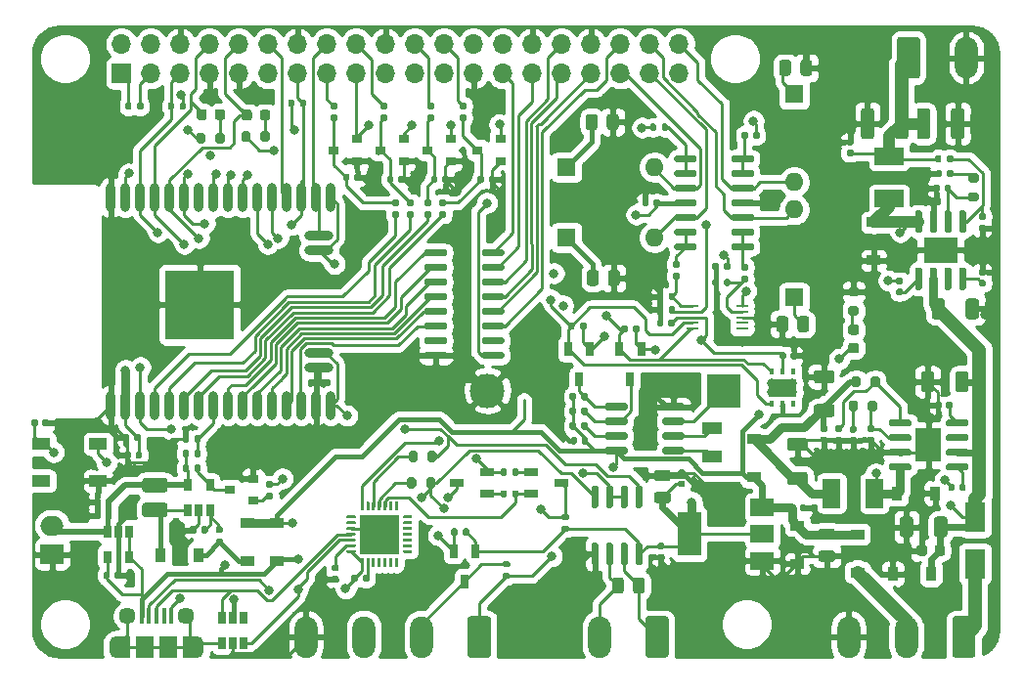
<source format=gbr>
G04 #@! TF.GenerationSoftware,KiCad,Pcbnew,(5.1.9)-1*
G04 #@! TF.CreationDate,2021-06-02T17:30:39-04:00*
G04 #@! TF.ProjectId,esp32 Core  V-0.1,65737033-3220-4436-9f72-652020562d30,rev?*
G04 #@! TF.SameCoordinates,Original*
G04 #@! TF.FileFunction,Copper,L1,Top*
G04 #@! TF.FilePolarity,Positive*
%FSLAX46Y46*%
G04 Gerber Fmt 4.6, Leading zero omitted, Abs format (unit mm)*
G04 Created by KiCad (PCBNEW (5.1.9)-1) date 2021-06-02 17:30:39*
%MOMM*%
%LPD*%
G01*
G04 APERTURE LIST*
G04 #@! TA.AperFunction,ComponentPad*
%ADD10O,1.600000X1.600000*%
G04 #@! TD*
G04 #@! TA.AperFunction,ComponentPad*
%ADD11R,1.600000X1.600000*%
G04 #@! TD*
G04 #@! TA.AperFunction,ComponentPad*
%ADD12C,0.500000*%
G04 #@! TD*
G04 #@! TA.AperFunction,SMDPad,CuDef*
%ADD13R,3.000000X2.290000*%
G04 #@! TD*
G04 #@! TA.AperFunction,SMDPad,CuDef*
%ADD14R,2.290000X3.000000*%
G04 #@! TD*
G04 #@! TA.AperFunction,SMDPad,CuDef*
%ADD15R,1.800000X1.000000*%
G04 #@! TD*
G04 #@! TA.AperFunction,SMDPad,CuDef*
%ADD16R,0.650000X1.220000*%
G04 #@! TD*
G04 #@! TA.AperFunction,SMDPad,CuDef*
%ADD17R,1.200000X0.900000*%
G04 #@! TD*
G04 #@! TA.AperFunction,ComponentPad*
%ADD18O,2.000000X3.600000*%
G04 #@! TD*
G04 #@! TA.AperFunction,SMDPad,CuDef*
%ADD19R,0.400000X0.600000*%
G04 #@! TD*
G04 #@! TA.AperFunction,SMDPad,CuDef*
%ADD20R,2.400000X1.500000*%
G04 #@! TD*
G04 #@! TA.AperFunction,SMDPad,CuDef*
%ADD21R,1.500000X2.500000*%
G04 #@! TD*
G04 #@! TA.AperFunction,SMDPad,CuDef*
%ADD22R,2.500000X1.500000*%
G04 #@! TD*
G04 #@! TA.AperFunction,ComponentPad*
%ADD23R,3.000000X3.000000*%
G04 #@! TD*
G04 #@! TA.AperFunction,ComponentPad*
%ADD24C,3.000000*%
G04 #@! TD*
G04 #@! TA.AperFunction,SMDPad,CuDef*
%ADD25R,0.900000X0.800000*%
G04 #@! TD*
G04 #@! TA.AperFunction,SMDPad,CuDef*
%ADD26O,0.900000X2.500000*%
G04 #@! TD*
G04 #@! TA.AperFunction,SMDPad,CuDef*
%ADD27R,6.000000X6.000000*%
G04 #@! TD*
G04 #@! TA.AperFunction,SMDPad,CuDef*
%ADD28O,2.500000X0.900000*%
G04 #@! TD*
G04 #@! TA.AperFunction,SMDPad,CuDef*
%ADD29R,0.900000X1.200000*%
G04 #@! TD*
G04 #@! TA.AperFunction,ComponentPad*
%ADD30R,2.000000X1.700000*%
G04 #@! TD*
G04 #@! TA.AperFunction,ComponentPad*
%ADD31O,2.000000X1.700000*%
G04 #@! TD*
G04 #@! TA.AperFunction,SMDPad,CuDef*
%ADD32R,0.650000X1.060000*%
G04 #@! TD*
G04 #@! TA.AperFunction,SMDPad,CuDef*
%ADD33R,1.100000X0.250000*%
G04 #@! TD*
G04 #@! TA.AperFunction,ComponentPad*
%ADD34O,1.700000X1.700000*%
G04 #@! TD*
G04 #@! TA.AperFunction,ComponentPad*
%ADD35R,1.700000X1.700000*%
G04 #@! TD*
G04 #@! TA.AperFunction,SMDPad,CuDef*
%ADD36R,1.500000X1.000000*%
G04 #@! TD*
G04 #@! TA.AperFunction,SMDPad,CuDef*
%ADD37R,1.800000X2.500000*%
G04 #@! TD*
G04 #@! TA.AperFunction,SMDPad,CuDef*
%ADD38R,2.000000X1.500000*%
G04 #@! TD*
G04 #@! TA.AperFunction,SMDPad,CuDef*
%ADD39R,2.000000X3.800000*%
G04 #@! TD*
G04 #@! TA.AperFunction,SMDPad,CuDef*
%ADD40R,3.350000X3.350000*%
G04 #@! TD*
G04 #@! TA.AperFunction,SMDPad,CuDef*
%ADD41R,1.220000X0.650000*%
G04 #@! TD*
G04 #@! TA.AperFunction,SMDPad,CuDef*
%ADD42R,1.200000X1.900000*%
G04 #@! TD*
G04 #@! TA.AperFunction,ComponentPad*
%ADD43O,1.200000X1.900000*%
G04 #@! TD*
G04 #@! TA.AperFunction,SMDPad,CuDef*
%ADD44R,1.500000X1.900000*%
G04 #@! TD*
G04 #@! TA.AperFunction,ComponentPad*
%ADD45C,1.450000*%
G04 #@! TD*
G04 #@! TA.AperFunction,SMDPad,CuDef*
%ADD46R,0.400000X1.350000*%
G04 #@! TD*
G04 #@! TA.AperFunction,ViaPad*
%ADD47C,0.800000*%
G04 #@! TD*
G04 #@! TA.AperFunction,Conductor*
%ADD48C,0.250000*%
G04 #@! TD*
G04 #@! TA.AperFunction,Conductor*
%ADD49C,0.500000*%
G04 #@! TD*
G04 #@! TA.AperFunction,Conductor*
%ADD50C,0.400000*%
G04 #@! TD*
G04 #@! TA.AperFunction,Conductor*
%ADD51C,0.600000*%
G04 #@! TD*
G04 #@! TA.AperFunction,Conductor*
%ADD52C,0.800000*%
G04 #@! TD*
G04 #@! TA.AperFunction,Conductor*
%ADD53C,1.200000*%
G04 #@! TD*
G04 #@! TA.AperFunction,Conductor*
%ADD54C,1.000000*%
G04 #@! TD*
G04 #@! TA.AperFunction,Conductor*
%ADD55C,0.254000*%
G04 #@! TD*
G04 #@! TA.AperFunction,Conductor*
%ADD56C,0.100000*%
G04 #@! TD*
G04 APERTURE END LIST*
D10*
G04 #@! TO.P,JP4,2*
G04 #@! TO.N,/AIN3*
X234520000Y-107900000D03*
D11*
G04 #@! TO.P,JP4,1*
G04 #@! TO.N,Net-(JP4-Pad1)*
X226900000Y-107900000D03*
G04 #@! TD*
D10*
G04 #@! TO.P,JP3,2*
G04 #@! TO.N,/AIN2*
X234520000Y-114000000D03*
D11*
G04 #@! TO.P,JP3,1*
G04 #@! TO.N,Net-(JP3-Pad1)*
X226900000Y-114000000D03*
G04 #@! TD*
D10*
G04 #@! TO.P,JP2,2*
G04 #@! TO.N,/AIN1*
X246600000Y-109200000D03*
D11*
G04 #@! TO.P,JP2,1*
G04 #@! TO.N,Net-(JP2-Pad1)*
X246600000Y-101580000D03*
G04 #@! TD*
D10*
G04 #@! TO.P,JP1,2*
G04 #@! TO.N,/AIN0*
X246600000Y-111580000D03*
D11*
G04 #@! TO.P,JP1,1*
G04 #@! TO.N,Net-(JP1-Pad1)*
X246600000Y-119200000D03*
G04 #@! TD*
D12*
G04 #@! TO.P,U13,9*
G04 #@! TO.N,GND*
X260270000Y-114446000D03*
X260270000Y-115746000D03*
X259270000Y-114446000D03*
X259270000Y-115746000D03*
X258270000Y-114446000D03*
X258270000Y-115746000D03*
D13*
X259270000Y-115096000D03*
G04 #@! TO.P,U13,8*
G04 #@! TO.N,Net-(C26-Pad2)*
G04 #@! TA.AperFunction,SMDPad,CuDef*
G36*
G01*
X257515000Y-113596000D02*
X257215000Y-113596000D01*
G75*
G02*
X257065000Y-113446000I0J150000D01*
G01*
X257065000Y-111796000D01*
G75*
G02*
X257215000Y-111646000I150000J0D01*
G01*
X257515000Y-111646000D01*
G75*
G02*
X257665000Y-111796000I0J-150000D01*
G01*
X257665000Y-113446000D01*
G75*
G02*
X257515000Y-113596000I-150000J0D01*
G01*
G37*
G04 #@! TD.AperFunction*
G04 #@! TO.P,U13,7*
G04 #@! TO.N,GND*
G04 #@! TA.AperFunction,SMDPad,CuDef*
G36*
G01*
X258785000Y-113596000D02*
X258485000Y-113596000D01*
G75*
G02*
X258335000Y-113446000I0J150000D01*
G01*
X258335000Y-111796000D01*
G75*
G02*
X258485000Y-111646000I150000J0D01*
G01*
X258785000Y-111646000D01*
G75*
G02*
X258935000Y-111796000I0J-150000D01*
G01*
X258935000Y-113446000D01*
G75*
G02*
X258785000Y-113596000I-150000J0D01*
G01*
G37*
G04 #@! TD.AperFunction*
G04 #@! TO.P,U13,6*
G04 #@! TO.N,Net-(C21-Pad1)*
G04 #@! TA.AperFunction,SMDPad,CuDef*
G36*
G01*
X260055000Y-113596000D02*
X259755000Y-113596000D01*
G75*
G02*
X259605000Y-113446000I0J150000D01*
G01*
X259605000Y-111796000D01*
G75*
G02*
X259755000Y-111646000I150000J0D01*
G01*
X260055000Y-111646000D01*
G75*
G02*
X260205000Y-111796000I0J-150000D01*
G01*
X260205000Y-113446000D01*
G75*
G02*
X260055000Y-113596000I-150000J0D01*
G01*
G37*
G04 #@! TD.AperFunction*
G04 #@! TO.P,U13,5*
G04 #@! TO.N,Net-(R42-Pad1)*
G04 #@! TA.AperFunction,SMDPad,CuDef*
G36*
G01*
X261325000Y-113596000D02*
X261025000Y-113596000D01*
G75*
G02*
X260875000Y-113446000I0J150000D01*
G01*
X260875000Y-111796000D01*
G75*
G02*
X261025000Y-111646000I150000J0D01*
G01*
X261325000Y-111646000D01*
G75*
G02*
X261475000Y-111796000I0J-150000D01*
G01*
X261475000Y-113446000D01*
G75*
G02*
X261325000Y-113596000I-150000J0D01*
G01*
G37*
G04 #@! TD.AperFunction*
G04 #@! TO.P,U13,4*
G04 #@! TO.N,Net-(C19-Pad1)*
G04 #@! TA.AperFunction,SMDPad,CuDef*
G36*
G01*
X261325000Y-118546000D02*
X261025000Y-118546000D01*
G75*
G02*
X260875000Y-118396000I0J150000D01*
G01*
X260875000Y-116746000D01*
G75*
G02*
X261025000Y-116596000I150000J0D01*
G01*
X261325000Y-116596000D01*
G75*
G02*
X261475000Y-116746000I0J-150000D01*
G01*
X261475000Y-118396000D01*
G75*
G02*
X261325000Y-118546000I-150000J0D01*
G01*
G37*
G04 #@! TD.AperFunction*
G04 #@! TO.P,U13,3*
G04 #@! TO.N,Net-(U13-Pad3)*
G04 #@! TA.AperFunction,SMDPad,CuDef*
G36*
G01*
X260055000Y-118546000D02*
X259755000Y-118546000D01*
G75*
G02*
X259605000Y-118396000I0J150000D01*
G01*
X259605000Y-116746000D01*
G75*
G02*
X259755000Y-116596000I150000J0D01*
G01*
X260055000Y-116596000D01*
G75*
G02*
X260205000Y-116746000I0J-150000D01*
G01*
X260205000Y-118396000D01*
G75*
G02*
X260055000Y-118546000I-150000J0D01*
G01*
G37*
G04 #@! TD.AperFunction*
G04 #@! TO.P,U13,2*
G04 #@! TO.N,/VIN*
G04 #@! TA.AperFunction,SMDPad,CuDef*
G36*
G01*
X258785000Y-118546000D02*
X258485000Y-118546000D01*
G75*
G02*
X258335000Y-118396000I0J150000D01*
G01*
X258335000Y-116746000D01*
G75*
G02*
X258485000Y-116596000I150000J0D01*
G01*
X258785000Y-116596000D01*
G75*
G02*
X258935000Y-116746000I0J-150000D01*
G01*
X258935000Y-118396000D01*
G75*
G02*
X258785000Y-118546000I-150000J0D01*
G01*
G37*
G04 #@! TD.AperFunction*
G04 #@! TO.P,U13,1*
G04 #@! TO.N,Net-(C26-Pad1)*
G04 #@! TA.AperFunction,SMDPad,CuDef*
G36*
G01*
X257515000Y-118546000D02*
X257215000Y-118546000D01*
G75*
G02*
X257065000Y-118396000I0J150000D01*
G01*
X257065000Y-116746000D01*
G75*
G02*
X257215000Y-116596000I150000J0D01*
G01*
X257515000Y-116596000D01*
G75*
G02*
X257665000Y-116746000I0J-150000D01*
G01*
X257665000Y-118396000D01*
G75*
G02*
X257515000Y-118546000I-150000J0D01*
G01*
G37*
G04 #@! TD.AperFunction*
G04 #@! TD*
D12*
G04 #@! TO.P,U1,9*
G04 #@! TO.N,GND*
X257596000Y-130976000D03*
X258896000Y-130976000D03*
X257596000Y-131976000D03*
X258896000Y-131976000D03*
X257596000Y-132976000D03*
X258896000Y-132976000D03*
D14*
X258246000Y-131976000D03*
G04 #@! TO.P,U1,8*
G04 #@! TO.N,Net-(C1-Pad2)*
G04 #@! TA.AperFunction,SMDPad,CuDef*
G36*
G01*
X256746000Y-133731000D02*
X256746000Y-134031000D01*
G75*
G02*
X256596000Y-134181000I-150000J0D01*
G01*
X254946000Y-134181000D01*
G75*
G02*
X254796000Y-134031000I0J150000D01*
G01*
X254796000Y-133731000D01*
G75*
G02*
X254946000Y-133581000I150000J0D01*
G01*
X256596000Y-133581000D01*
G75*
G02*
X256746000Y-133731000I0J-150000D01*
G01*
G37*
G04 #@! TD.AperFunction*
G04 #@! TO.P,U1,7*
G04 #@! TO.N,GND*
G04 #@! TA.AperFunction,SMDPad,CuDef*
G36*
G01*
X256746000Y-132461000D02*
X256746000Y-132761000D01*
G75*
G02*
X256596000Y-132911000I-150000J0D01*
G01*
X254946000Y-132911000D01*
G75*
G02*
X254796000Y-132761000I0J150000D01*
G01*
X254796000Y-132461000D01*
G75*
G02*
X254946000Y-132311000I150000J0D01*
G01*
X256596000Y-132311000D01*
G75*
G02*
X256746000Y-132461000I0J-150000D01*
G01*
G37*
G04 #@! TD.AperFunction*
G04 #@! TO.P,U1,6*
G04 #@! TO.N,Net-(C11-Pad1)*
G04 #@! TA.AperFunction,SMDPad,CuDef*
G36*
G01*
X256746000Y-131191000D02*
X256746000Y-131491000D01*
G75*
G02*
X256596000Y-131641000I-150000J0D01*
G01*
X254946000Y-131641000D01*
G75*
G02*
X254796000Y-131491000I0J150000D01*
G01*
X254796000Y-131191000D01*
G75*
G02*
X254946000Y-131041000I150000J0D01*
G01*
X256596000Y-131041000D01*
G75*
G02*
X256746000Y-131191000I0J-150000D01*
G01*
G37*
G04 #@! TD.AperFunction*
G04 #@! TO.P,U1,5*
G04 #@! TO.N,Net-(R1-Pad1)*
G04 #@! TA.AperFunction,SMDPad,CuDef*
G36*
G01*
X256746000Y-129921000D02*
X256746000Y-130221000D01*
G75*
G02*
X256596000Y-130371000I-150000J0D01*
G01*
X254946000Y-130371000D01*
G75*
G02*
X254796000Y-130221000I0J150000D01*
G01*
X254796000Y-129921000D01*
G75*
G02*
X254946000Y-129771000I150000J0D01*
G01*
X256596000Y-129771000D01*
G75*
G02*
X256746000Y-129921000I0J-150000D01*
G01*
G37*
G04 #@! TD.AperFunction*
G04 #@! TO.P,U1,4*
G04 #@! TO.N,Net-(C10-Pad1)*
G04 #@! TA.AperFunction,SMDPad,CuDef*
G36*
G01*
X261696000Y-129921000D02*
X261696000Y-130221000D01*
G75*
G02*
X261546000Y-130371000I-150000J0D01*
G01*
X259896000Y-130371000D01*
G75*
G02*
X259746000Y-130221000I0J150000D01*
G01*
X259746000Y-129921000D01*
G75*
G02*
X259896000Y-129771000I150000J0D01*
G01*
X261546000Y-129771000D01*
G75*
G02*
X261696000Y-129921000I0J-150000D01*
G01*
G37*
G04 #@! TD.AperFunction*
G04 #@! TO.P,U1,3*
G04 #@! TO.N,Net-(U1-Pad3)*
G04 #@! TA.AperFunction,SMDPad,CuDef*
G36*
G01*
X261696000Y-131191000D02*
X261696000Y-131491000D01*
G75*
G02*
X261546000Y-131641000I-150000J0D01*
G01*
X259896000Y-131641000D01*
G75*
G02*
X259746000Y-131491000I0J150000D01*
G01*
X259746000Y-131191000D01*
G75*
G02*
X259896000Y-131041000I150000J0D01*
G01*
X261546000Y-131041000D01*
G75*
G02*
X261696000Y-131191000I0J-150000D01*
G01*
G37*
G04 #@! TD.AperFunction*
G04 #@! TO.P,U1,2*
G04 #@! TO.N,/VIN*
G04 #@! TA.AperFunction,SMDPad,CuDef*
G36*
G01*
X261696000Y-132461000D02*
X261696000Y-132761000D01*
G75*
G02*
X261546000Y-132911000I-150000J0D01*
G01*
X259896000Y-132911000D01*
G75*
G02*
X259746000Y-132761000I0J150000D01*
G01*
X259746000Y-132461000D01*
G75*
G02*
X259896000Y-132311000I150000J0D01*
G01*
X261546000Y-132311000D01*
G75*
G02*
X261696000Y-132461000I0J-150000D01*
G01*
G37*
G04 #@! TD.AperFunction*
G04 #@! TO.P,U1,1*
G04 #@! TO.N,Net-(C1-Pad1)*
G04 #@! TA.AperFunction,SMDPad,CuDef*
G36*
G01*
X261696000Y-133731000D02*
X261696000Y-134031000D01*
G75*
G02*
X261546000Y-134181000I-150000J0D01*
G01*
X259896000Y-134181000D01*
G75*
G02*
X259746000Y-134031000I0J150000D01*
G01*
X259746000Y-133731000D01*
G75*
G02*
X259896000Y-133581000I150000J0D01*
G01*
X261546000Y-133581000D01*
G75*
G02*
X261696000Y-133731000I0J-150000D01*
G01*
G37*
G04 #@! TD.AperFunction*
G04 #@! TD*
G04 #@! TO.P,R52,2*
G04 #@! TO.N,/I34*
G04 #@! TA.AperFunction,SMDPad,CuDef*
G36*
G01*
X214699000Y-111744000D02*
X215069000Y-111744000D01*
G75*
G02*
X215204000Y-111879000I0J-135000D01*
G01*
X215204000Y-112149000D01*
G75*
G02*
X215069000Y-112284000I-135000J0D01*
G01*
X214699000Y-112284000D01*
G75*
G02*
X214564000Y-112149000I0J135000D01*
G01*
X214564000Y-111879000D01*
G75*
G02*
X214699000Y-111744000I135000J0D01*
G01*
G37*
G04 #@! TD.AperFunction*
G04 #@! TO.P,R52,1*
G04 #@! TO.N,Net-(C38-Pad1)*
G04 #@! TA.AperFunction,SMDPad,CuDef*
G36*
G01*
X214699000Y-110724000D02*
X215069000Y-110724000D01*
G75*
G02*
X215204000Y-110859000I0J-135000D01*
G01*
X215204000Y-111129000D01*
G75*
G02*
X215069000Y-111264000I-135000J0D01*
G01*
X214699000Y-111264000D01*
G75*
G02*
X214564000Y-111129000I0J135000D01*
G01*
X214564000Y-110859000D01*
G75*
G02*
X214699000Y-110724000I135000J0D01*
G01*
G37*
G04 #@! TD.AperFunction*
G04 #@! TD*
G04 #@! TO.P,R51,2*
G04 #@! TO.N,/I35*
G04 #@! TA.AperFunction,SMDPad,CuDef*
G36*
G01*
X215969000Y-111744000D02*
X216339000Y-111744000D01*
G75*
G02*
X216474000Y-111879000I0J-135000D01*
G01*
X216474000Y-112149000D01*
G75*
G02*
X216339000Y-112284000I-135000J0D01*
G01*
X215969000Y-112284000D01*
G75*
G02*
X215834000Y-112149000I0J135000D01*
G01*
X215834000Y-111879000D01*
G75*
G02*
X215969000Y-111744000I135000J0D01*
G01*
G37*
G04 #@! TD.AperFunction*
G04 #@! TO.P,R51,1*
G04 #@! TO.N,Net-(C37-Pad1)*
G04 #@! TA.AperFunction,SMDPad,CuDef*
G36*
G01*
X215969000Y-110724000D02*
X216339000Y-110724000D01*
G75*
G02*
X216474000Y-110859000I0J-135000D01*
G01*
X216474000Y-111129000D01*
G75*
G02*
X216339000Y-111264000I-135000J0D01*
G01*
X215969000Y-111264000D01*
G75*
G02*
X215834000Y-111129000I0J135000D01*
G01*
X215834000Y-110859000D01*
G75*
G02*
X215969000Y-110724000I135000J0D01*
G01*
G37*
G04 #@! TD.AperFunction*
G04 #@! TD*
G04 #@! TO.P,R50,2*
G04 #@! TO.N,/I39*
G04 #@! TA.AperFunction,SMDPad,CuDef*
G36*
G01*
X213175000Y-111744000D02*
X213545000Y-111744000D01*
G75*
G02*
X213680000Y-111879000I0J-135000D01*
G01*
X213680000Y-112149000D01*
G75*
G02*
X213545000Y-112284000I-135000J0D01*
G01*
X213175000Y-112284000D01*
G75*
G02*
X213040000Y-112149000I0J135000D01*
G01*
X213040000Y-111879000D01*
G75*
G02*
X213175000Y-111744000I135000J0D01*
G01*
G37*
G04 #@! TD.AperFunction*
G04 #@! TO.P,R50,1*
G04 #@! TO.N,Net-(C36-Pad1)*
G04 #@! TA.AperFunction,SMDPad,CuDef*
G36*
G01*
X213175000Y-110724000D02*
X213545000Y-110724000D01*
G75*
G02*
X213680000Y-110859000I0J-135000D01*
G01*
X213680000Y-111129000D01*
G75*
G02*
X213545000Y-111264000I-135000J0D01*
G01*
X213175000Y-111264000D01*
G75*
G02*
X213040000Y-111129000I0J135000D01*
G01*
X213040000Y-110859000D01*
G75*
G02*
X213175000Y-110724000I135000J0D01*
G01*
G37*
G04 #@! TD.AperFunction*
G04 #@! TD*
G04 #@! TO.P,R49,2*
G04 #@! TO.N,/I36*
G04 #@! TA.AperFunction,SMDPad,CuDef*
G36*
G01*
X211905000Y-111744000D02*
X212275000Y-111744000D01*
G75*
G02*
X212410000Y-111879000I0J-135000D01*
G01*
X212410000Y-112149000D01*
G75*
G02*
X212275000Y-112284000I-135000J0D01*
G01*
X211905000Y-112284000D01*
G75*
G02*
X211770000Y-112149000I0J135000D01*
G01*
X211770000Y-111879000D01*
G75*
G02*
X211905000Y-111744000I135000J0D01*
G01*
G37*
G04 #@! TD.AperFunction*
G04 #@! TO.P,R49,1*
G04 #@! TO.N,Net-(C35-Pad1)*
G04 #@! TA.AperFunction,SMDPad,CuDef*
G36*
G01*
X211905000Y-110724000D02*
X212275000Y-110724000D01*
G75*
G02*
X212410000Y-110859000I0J-135000D01*
G01*
X212410000Y-111129000D01*
G75*
G02*
X212275000Y-111264000I-135000J0D01*
G01*
X211905000Y-111264000D01*
G75*
G02*
X211770000Y-111129000I0J135000D01*
G01*
X211770000Y-110859000D01*
G75*
G02*
X211905000Y-110724000I135000J0D01*
G01*
G37*
G04 #@! TD.AperFunction*
G04 #@! TD*
G04 #@! TO.P,C38,2*
G04 #@! TO.N,GND*
G04 #@! TA.AperFunction,SMDPad,CuDef*
G36*
G01*
X216128000Y-109136000D02*
X216128000Y-108796000D01*
G75*
G02*
X216268000Y-108656000I140000J0D01*
G01*
X216548000Y-108656000D01*
G75*
G02*
X216688000Y-108796000I0J-140000D01*
G01*
X216688000Y-109136000D01*
G75*
G02*
X216548000Y-109276000I-140000J0D01*
G01*
X216268000Y-109276000D01*
G75*
G02*
X216128000Y-109136000I0J140000D01*
G01*
G37*
G04 #@! TD.AperFunction*
G04 #@! TO.P,C38,1*
G04 #@! TO.N,Net-(C38-Pad1)*
G04 #@! TA.AperFunction,SMDPad,CuDef*
G36*
G01*
X215168000Y-109136000D02*
X215168000Y-108796000D01*
G75*
G02*
X215308000Y-108656000I140000J0D01*
G01*
X215588000Y-108656000D01*
G75*
G02*
X215728000Y-108796000I0J-140000D01*
G01*
X215728000Y-109136000D01*
G75*
G02*
X215588000Y-109276000I-140000J0D01*
G01*
X215308000Y-109276000D01*
G75*
G02*
X215168000Y-109136000I0J140000D01*
G01*
G37*
G04 #@! TD.AperFunction*
G04 #@! TD*
G04 #@! TO.P,C37,2*
G04 #@! TO.N,GND*
G04 #@! TA.AperFunction,SMDPad,CuDef*
G36*
G01*
X220164000Y-109136000D02*
X220164000Y-108796000D01*
G75*
G02*
X220304000Y-108656000I140000J0D01*
G01*
X220584000Y-108656000D01*
G75*
G02*
X220724000Y-108796000I0J-140000D01*
G01*
X220724000Y-109136000D01*
G75*
G02*
X220584000Y-109276000I-140000J0D01*
G01*
X220304000Y-109276000D01*
G75*
G02*
X220164000Y-109136000I0J140000D01*
G01*
G37*
G04 #@! TD.AperFunction*
G04 #@! TO.P,C37,1*
G04 #@! TO.N,Net-(C37-Pad1)*
G04 #@! TA.AperFunction,SMDPad,CuDef*
G36*
G01*
X219204000Y-109136000D02*
X219204000Y-108796000D01*
G75*
G02*
X219344000Y-108656000I140000J0D01*
G01*
X219624000Y-108656000D01*
G75*
G02*
X219764000Y-108796000I0J-140000D01*
G01*
X219764000Y-109136000D01*
G75*
G02*
X219624000Y-109276000I-140000J0D01*
G01*
X219344000Y-109276000D01*
G75*
G02*
X219204000Y-109136000I0J140000D01*
G01*
G37*
G04 #@! TD.AperFunction*
G04 #@! TD*
G04 #@! TO.P,C36,2*
G04 #@! TO.N,GND*
G04 #@! TA.AperFunction,SMDPad,CuDef*
G36*
G01*
X212318000Y-109136000D02*
X212318000Y-108796000D01*
G75*
G02*
X212458000Y-108656000I140000J0D01*
G01*
X212738000Y-108656000D01*
G75*
G02*
X212878000Y-108796000I0J-140000D01*
G01*
X212878000Y-109136000D01*
G75*
G02*
X212738000Y-109276000I-140000J0D01*
G01*
X212458000Y-109276000D01*
G75*
G02*
X212318000Y-109136000I0J140000D01*
G01*
G37*
G04 #@! TD.AperFunction*
G04 #@! TO.P,C36,1*
G04 #@! TO.N,Net-(C36-Pad1)*
G04 #@! TA.AperFunction,SMDPad,CuDef*
G36*
G01*
X211358000Y-109136000D02*
X211358000Y-108796000D01*
G75*
G02*
X211498000Y-108656000I140000J0D01*
G01*
X211778000Y-108656000D01*
G75*
G02*
X211918000Y-108796000I0J-140000D01*
G01*
X211918000Y-109136000D01*
G75*
G02*
X211778000Y-109276000I-140000J0D01*
G01*
X211498000Y-109276000D01*
G75*
G02*
X211358000Y-109136000I0J140000D01*
G01*
G37*
G04 #@! TD.AperFunction*
G04 #@! TD*
G04 #@! TO.P,C35,2*
G04 #@! TO.N,GND*
G04 #@! TA.AperFunction,SMDPad,CuDef*
G36*
G01*
X208508000Y-108945500D02*
X208508000Y-108605500D01*
G75*
G02*
X208648000Y-108465500I140000J0D01*
G01*
X208928000Y-108465500D01*
G75*
G02*
X209068000Y-108605500I0J-140000D01*
G01*
X209068000Y-108945500D01*
G75*
G02*
X208928000Y-109085500I-140000J0D01*
G01*
X208648000Y-109085500D01*
G75*
G02*
X208508000Y-108945500I0J140000D01*
G01*
G37*
G04 #@! TD.AperFunction*
G04 #@! TO.P,C35,1*
G04 #@! TO.N,Net-(C35-Pad1)*
G04 #@! TA.AperFunction,SMDPad,CuDef*
G36*
G01*
X207548000Y-108945500D02*
X207548000Y-108605500D01*
G75*
G02*
X207688000Y-108465500I140000J0D01*
G01*
X207968000Y-108465500D01*
G75*
G02*
X208108000Y-108605500I0J-140000D01*
G01*
X208108000Y-108945500D01*
G75*
G02*
X207968000Y-109085500I-140000J0D01*
G01*
X207688000Y-109085500D01*
G75*
G02*
X207548000Y-108945500I0J140000D01*
G01*
G37*
G04 #@! TD.AperFunction*
G04 #@! TD*
G04 #@! TO.P,C34,2*
G04 #@! TO.N,GND*
G04 #@! TA.AperFunction,SMDPad,CuDef*
G36*
G01*
X227800000Y-131430000D02*
X227800000Y-131770000D01*
G75*
G02*
X227660000Y-131910000I-140000J0D01*
G01*
X227380000Y-131910000D01*
G75*
G02*
X227240000Y-131770000I0J140000D01*
G01*
X227240000Y-131430000D01*
G75*
G02*
X227380000Y-131290000I140000J0D01*
G01*
X227660000Y-131290000D01*
G75*
G02*
X227800000Y-131430000I0J-140000D01*
G01*
G37*
G04 #@! TD.AperFunction*
G04 #@! TO.P,C34,1*
G04 #@! TO.N,+5V*
G04 #@! TA.AperFunction,SMDPad,CuDef*
G36*
G01*
X228760000Y-131430000D02*
X228760000Y-131770000D01*
G75*
G02*
X228620000Y-131910000I-140000J0D01*
G01*
X228340000Y-131910000D01*
G75*
G02*
X228200000Y-131770000I0J140000D01*
G01*
X228200000Y-131430000D01*
G75*
G02*
X228340000Y-131290000I140000J0D01*
G01*
X228620000Y-131290000D01*
G75*
G02*
X228760000Y-131430000I0J-140000D01*
G01*
G37*
G04 #@! TD.AperFunction*
G04 #@! TD*
G04 #@! TO.P,U2,8*
G04 #@! TO.N,+5V*
G04 #@! TA.AperFunction,SMDPad,CuDef*
G36*
G01*
X232180000Y-132311000D02*
X232180000Y-132611000D01*
G75*
G02*
X232030000Y-132761000I-150000J0D01*
G01*
X230380000Y-132761000D01*
G75*
G02*
X230230000Y-132611000I0J150000D01*
G01*
X230230000Y-132311000D01*
G75*
G02*
X230380000Y-132161000I150000J0D01*
G01*
X232030000Y-132161000D01*
G75*
G02*
X232180000Y-132311000I0J-150000D01*
G01*
G37*
G04 #@! TD.AperFunction*
G04 #@! TO.P,U2,7*
G04 #@! TO.N,Net-(R33-Pad2)*
G04 #@! TA.AperFunction,SMDPad,CuDef*
G36*
G01*
X232180000Y-131041000D02*
X232180000Y-131341000D01*
G75*
G02*
X232030000Y-131491000I-150000J0D01*
G01*
X230380000Y-131491000D01*
G75*
G02*
X230230000Y-131341000I0J150000D01*
G01*
X230230000Y-131041000D01*
G75*
G02*
X230380000Y-130891000I150000J0D01*
G01*
X232030000Y-130891000D01*
G75*
G02*
X232180000Y-131041000I0J-150000D01*
G01*
G37*
G04 #@! TD.AperFunction*
G04 #@! TO.P,U2,6*
G04 #@! TO.N,/SCL5*
G04 #@! TA.AperFunction,SMDPad,CuDef*
G36*
G01*
X232180000Y-129771000D02*
X232180000Y-130071000D01*
G75*
G02*
X232030000Y-130221000I-150000J0D01*
G01*
X230380000Y-130221000D01*
G75*
G02*
X230230000Y-130071000I0J150000D01*
G01*
X230230000Y-129771000D01*
G75*
G02*
X230380000Y-129621000I150000J0D01*
G01*
X232030000Y-129621000D01*
G75*
G02*
X232180000Y-129771000I0J-150000D01*
G01*
G37*
G04 #@! TD.AperFunction*
G04 #@! TO.P,U2,5*
G04 #@! TO.N,/SDA5*
G04 #@! TA.AperFunction,SMDPad,CuDef*
G36*
G01*
X232180000Y-128501000D02*
X232180000Y-128801000D01*
G75*
G02*
X232030000Y-128951000I-150000J0D01*
G01*
X230380000Y-128951000D01*
G75*
G02*
X230230000Y-128801000I0J150000D01*
G01*
X230230000Y-128501000D01*
G75*
G02*
X230380000Y-128351000I150000J0D01*
G01*
X232030000Y-128351000D01*
G75*
G02*
X232180000Y-128501000I0J-150000D01*
G01*
G37*
G04 #@! TD.AperFunction*
G04 #@! TO.P,U2,4*
G04 #@! TO.N,GND*
G04 #@! TA.AperFunction,SMDPad,CuDef*
G36*
G01*
X237130000Y-128501000D02*
X237130000Y-128801000D01*
G75*
G02*
X236980000Y-128951000I-150000J0D01*
G01*
X235330000Y-128951000D01*
G75*
G02*
X235180000Y-128801000I0J150000D01*
G01*
X235180000Y-128501000D01*
G75*
G02*
X235330000Y-128351000I150000J0D01*
G01*
X236980000Y-128351000D01*
G75*
G02*
X237130000Y-128501000I0J-150000D01*
G01*
G37*
G04 #@! TD.AperFunction*
G04 #@! TO.P,U2,3*
G04 #@! TO.N,Net-(BT1-Pad1)*
G04 #@! TA.AperFunction,SMDPad,CuDef*
G36*
G01*
X237130000Y-129771000D02*
X237130000Y-130071000D01*
G75*
G02*
X236980000Y-130221000I-150000J0D01*
G01*
X235330000Y-130221000D01*
G75*
G02*
X235180000Y-130071000I0J150000D01*
G01*
X235180000Y-129771000D01*
G75*
G02*
X235330000Y-129621000I150000J0D01*
G01*
X236980000Y-129621000D01*
G75*
G02*
X237130000Y-129771000I0J-150000D01*
G01*
G37*
G04 #@! TD.AperFunction*
G04 #@! TO.P,U2,2*
G04 #@! TO.N,Net-(U2-Pad2)*
G04 #@! TA.AperFunction,SMDPad,CuDef*
G36*
G01*
X237130000Y-131041000D02*
X237130000Y-131341000D01*
G75*
G02*
X236980000Y-131491000I-150000J0D01*
G01*
X235330000Y-131491000D01*
G75*
G02*
X235180000Y-131341000I0J150000D01*
G01*
X235180000Y-131041000D01*
G75*
G02*
X235330000Y-130891000I150000J0D01*
G01*
X236980000Y-130891000D01*
G75*
G02*
X237130000Y-131041000I0J-150000D01*
G01*
G37*
G04 #@! TD.AperFunction*
G04 #@! TO.P,U2,1*
G04 #@! TO.N,Net-(U2-Pad1)*
G04 #@! TA.AperFunction,SMDPad,CuDef*
G36*
G01*
X237130000Y-132311000D02*
X237130000Y-132611000D01*
G75*
G02*
X236980000Y-132761000I-150000J0D01*
G01*
X235330000Y-132761000D01*
G75*
G02*
X235180000Y-132611000I0J150000D01*
G01*
X235180000Y-132311000D01*
G75*
G02*
X235330000Y-132161000I150000J0D01*
G01*
X236980000Y-132161000D01*
G75*
G02*
X237130000Y-132311000I0J-150000D01*
G01*
G37*
G04 #@! TD.AperFunction*
G04 #@! TD*
D15*
G04 #@! TO.P,Y2,2*
G04 #@! TO.N,Net-(U2-Pad1)*
X239500000Y-133000000D03*
G04 #@! TO.P,Y2,1*
G04 #@! TO.N,Net-(U2-Pad2)*
X239500000Y-130500000D03*
G04 #@! TD*
G04 #@! TO.P,R48,2*
G04 #@! TO.N,/SDA5*
G04 #@! TA.AperFunction,SMDPad,CuDef*
G36*
G01*
X228186000Y-127963000D02*
X228186000Y-127593000D01*
G75*
G02*
X228321000Y-127458000I135000J0D01*
G01*
X228591000Y-127458000D01*
G75*
G02*
X228726000Y-127593000I0J-135000D01*
G01*
X228726000Y-127963000D01*
G75*
G02*
X228591000Y-128098000I-135000J0D01*
G01*
X228321000Y-128098000D01*
G75*
G02*
X228186000Y-127963000I0J135000D01*
G01*
G37*
G04 #@! TD.AperFunction*
G04 #@! TO.P,R48,1*
G04 #@! TO.N,+5V*
G04 #@! TA.AperFunction,SMDPad,CuDef*
G36*
G01*
X227166000Y-127963000D02*
X227166000Y-127593000D01*
G75*
G02*
X227301000Y-127458000I135000J0D01*
G01*
X227571000Y-127458000D01*
G75*
G02*
X227706000Y-127593000I0J-135000D01*
G01*
X227706000Y-127963000D01*
G75*
G02*
X227571000Y-128098000I-135000J0D01*
G01*
X227301000Y-128098000D01*
G75*
G02*
X227166000Y-127963000I0J135000D01*
G01*
G37*
G04 #@! TD.AperFunction*
G04 #@! TD*
G04 #@! TO.P,R47,2*
G04 #@! TO.N,/SCL5*
G04 #@! TA.AperFunction,SMDPad,CuDef*
G36*
G01*
X228184000Y-129233000D02*
X228184000Y-128863000D01*
G75*
G02*
X228319000Y-128728000I135000J0D01*
G01*
X228589000Y-128728000D01*
G75*
G02*
X228724000Y-128863000I0J-135000D01*
G01*
X228724000Y-129233000D01*
G75*
G02*
X228589000Y-129368000I-135000J0D01*
G01*
X228319000Y-129368000D01*
G75*
G02*
X228184000Y-129233000I0J135000D01*
G01*
G37*
G04 #@! TD.AperFunction*
G04 #@! TO.P,R47,1*
G04 #@! TO.N,+5V*
G04 #@! TA.AperFunction,SMDPad,CuDef*
G36*
G01*
X227164000Y-129233000D02*
X227164000Y-128863000D01*
G75*
G02*
X227299000Y-128728000I135000J0D01*
G01*
X227569000Y-128728000D01*
G75*
G02*
X227704000Y-128863000I0J-135000D01*
G01*
X227704000Y-129233000D01*
G75*
G02*
X227569000Y-129368000I-135000J0D01*
G01*
X227299000Y-129368000D01*
G75*
G02*
X227164000Y-129233000I0J135000D01*
G01*
G37*
G04 #@! TD.AperFunction*
G04 #@! TD*
G04 #@! TO.P,R17,2*
G04 #@! TO.N,/SDA*
G04 #@! TA.AperFunction,SMDPad,CuDef*
G36*
G01*
X227596000Y-121481000D02*
X227596000Y-121851000D01*
G75*
G02*
X227461000Y-121986000I-135000J0D01*
G01*
X227191000Y-121986000D01*
G75*
G02*
X227056000Y-121851000I0J135000D01*
G01*
X227056000Y-121481000D01*
G75*
G02*
X227191000Y-121346000I135000J0D01*
G01*
X227461000Y-121346000D01*
G75*
G02*
X227596000Y-121481000I0J-135000D01*
G01*
G37*
G04 #@! TD.AperFunction*
G04 #@! TO.P,R17,1*
G04 #@! TO.N,+3V3*
G04 #@! TA.AperFunction,SMDPad,CuDef*
G36*
G01*
X228616000Y-121481000D02*
X228616000Y-121851000D01*
G75*
G02*
X228481000Y-121986000I-135000J0D01*
G01*
X228211000Y-121986000D01*
G75*
G02*
X228076000Y-121851000I0J135000D01*
G01*
X228076000Y-121481000D01*
G75*
G02*
X228211000Y-121346000I135000J0D01*
G01*
X228481000Y-121346000D01*
G75*
G02*
X228616000Y-121481000I0J-135000D01*
G01*
G37*
G04 #@! TD.AperFunction*
G04 #@! TD*
G04 #@! TO.P,R15,2*
G04 #@! TO.N,/SCL*
G04 #@! TA.AperFunction,SMDPad,CuDef*
G36*
G01*
X232170000Y-121735000D02*
X232170000Y-122105000D01*
G75*
G02*
X232035000Y-122240000I-135000J0D01*
G01*
X231765000Y-122240000D01*
G75*
G02*
X231630000Y-122105000I0J135000D01*
G01*
X231630000Y-121735000D01*
G75*
G02*
X231765000Y-121600000I135000J0D01*
G01*
X232035000Y-121600000D01*
G75*
G02*
X232170000Y-121735000I0J-135000D01*
G01*
G37*
G04 #@! TD.AperFunction*
G04 #@! TO.P,R15,1*
G04 #@! TO.N,+3V3*
G04 #@! TA.AperFunction,SMDPad,CuDef*
G36*
G01*
X233190000Y-121735000D02*
X233190000Y-122105000D01*
G75*
G02*
X233055000Y-122240000I-135000J0D01*
G01*
X232785000Y-122240000D01*
G75*
G02*
X232650000Y-122105000I0J135000D01*
G01*
X232650000Y-121735000D01*
G75*
G02*
X232785000Y-121600000I135000J0D01*
G01*
X233055000Y-121600000D01*
G75*
G02*
X233190000Y-121735000I0J-135000D01*
G01*
G37*
G04 #@! TD.AperFunction*
G04 #@! TD*
D16*
G04 #@! TO.P,Q2,3*
G04 #@! TO.N,/SDA5*
X227960000Y-126278000D03*
G04 #@! TO.P,Q2,2*
G04 #@! TO.N,/SDA*
X227010000Y-123658000D03*
G04 #@! TO.P,Q2,1*
G04 #@! TO.N,+3V3*
X228910000Y-123658000D03*
G04 #@! TD*
G04 #@! TO.P,Q1,3*
G04 #@! TO.N,/SCL5*
X232410000Y-126278000D03*
G04 #@! TO.P,Q1,2*
G04 #@! TO.N,/SCL*
X231460000Y-123658000D03*
G04 #@! TO.P,Q1,1*
G04 #@! TO.N,+3V3*
X233360000Y-123658000D03*
G04 #@! TD*
D17*
G04 #@! TO.P,D19,2*
G04 #@! TO.N,+5VD*
X252095000Y-143000000D03*
G04 #@! TO.P,D19,1*
G04 #@! TO.N,+5V*
X252095000Y-139700000D03*
G04 #@! TD*
D18*
G04 #@! TO.P,J5,3*
G04 #@! TO.N,GND*
X251305000Y-148590000D03*
G04 #@! TO.P,J5,2*
G04 #@! TO.N,+5VD*
X256305000Y-148590000D03*
G04 #@! TO.P,J5,1*
G04 #@! TO.N,VDC*
G04 #@! TA.AperFunction,ComponentPad*
G36*
G01*
X262305000Y-147040000D02*
X262305000Y-150140000D01*
G75*
G02*
X262055000Y-150390000I-250000J0D01*
G01*
X260555000Y-150390000D01*
G75*
G02*
X260305000Y-150140000I0J250000D01*
G01*
X260305000Y-147040000D01*
G75*
G02*
X260555000Y-146790000I250000J0D01*
G01*
X262055000Y-146790000D01*
G75*
G02*
X262305000Y-147040000I0J-250000D01*
G01*
G37*
G04 #@! TD.AperFunction*
G04 #@! TD*
D17*
G04 #@! TO.P,D18,2*
G04 #@! TO.N,GND*
X246888000Y-142238000D03*
G04 #@! TO.P,D18,1*
G04 #@! TO.N,+5V*
X246888000Y-138938000D03*
G04 #@! TD*
G04 #@! TO.P,C33,2*
G04 #@! TO.N,GND*
G04 #@! TA.AperFunction,SMDPad,CuDef*
G36*
G01*
X181528000Y-130218000D02*
X181528000Y-129878000D01*
G75*
G02*
X181668000Y-129738000I140000J0D01*
G01*
X181948000Y-129738000D01*
G75*
G02*
X182088000Y-129878000I0J-140000D01*
G01*
X182088000Y-130218000D01*
G75*
G02*
X181948000Y-130358000I-140000J0D01*
G01*
X181668000Y-130358000D01*
G75*
G02*
X181528000Y-130218000I0J140000D01*
G01*
G37*
G04 #@! TD.AperFunction*
G04 #@! TO.P,C33,1*
G04 #@! TO.N,+5V*
G04 #@! TA.AperFunction,SMDPad,CuDef*
G36*
G01*
X180568000Y-130218000D02*
X180568000Y-129878000D01*
G75*
G02*
X180708000Y-129738000I140000J0D01*
G01*
X180988000Y-129738000D01*
G75*
G02*
X181128000Y-129878000I0J-140000D01*
G01*
X181128000Y-130218000D01*
G75*
G02*
X180988000Y-130358000I-140000J0D01*
G01*
X180708000Y-130358000D01*
G75*
G02*
X180568000Y-130218000I0J140000D01*
G01*
G37*
G04 #@! TD.AperFunction*
G04 #@! TD*
D18*
G04 #@! TO.P,J4,2*
G04 #@! TO.N,GND*
X261500000Y-98425000D03*
G04 #@! TO.P,J4,1*
G04 #@! TO.N,+12V*
G04 #@! TA.AperFunction,ComponentPad*
G36*
G01*
X255500000Y-99975000D02*
X255500000Y-96875000D01*
G75*
G02*
X255750000Y-96625000I250000J0D01*
G01*
X257250000Y-96625000D01*
G75*
G02*
X257500000Y-96875000I0J-250000D01*
G01*
X257500000Y-99975000D01*
G75*
G02*
X257250000Y-100225000I-250000J0D01*
G01*
X255750000Y-100225000D01*
G75*
G02*
X255500000Y-99975000I0J250000D01*
G01*
G37*
G04 #@! TD.AperFunction*
G04 #@! TD*
G04 #@! TO.P,C32,2*
G04 #@! TO.N,GND*
G04 #@! TA.AperFunction,SMDPad,CuDef*
G36*
G01*
X246287000Y-124403000D02*
X246287000Y-124063000D01*
G75*
G02*
X246427000Y-123923000I140000J0D01*
G01*
X246707000Y-123923000D01*
G75*
G02*
X246847000Y-124063000I0J-140000D01*
G01*
X246847000Y-124403000D01*
G75*
G02*
X246707000Y-124543000I-140000J0D01*
G01*
X246427000Y-124543000D01*
G75*
G02*
X246287000Y-124403000I0J140000D01*
G01*
G37*
G04 #@! TD.AperFunction*
G04 #@! TO.P,C32,1*
G04 #@! TO.N,+3V3*
G04 #@! TA.AperFunction,SMDPad,CuDef*
G36*
G01*
X245327000Y-124403000D02*
X245327000Y-124063000D01*
G75*
G02*
X245467000Y-123923000I140000J0D01*
G01*
X245747000Y-123923000D01*
G75*
G02*
X245887000Y-124063000I0J-140000D01*
G01*
X245887000Y-124403000D01*
G75*
G02*
X245747000Y-124543000I-140000J0D01*
G01*
X245467000Y-124543000D01*
G75*
G02*
X245327000Y-124403000I0J140000D01*
G01*
G37*
G04 #@! TD.AperFunction*
G04 #@! TD*
G04 #@! TO.P,J13,4*
G04 #@! TO.N,GND*
X204343000Y-148590000D03*
G04 #@! TO.P,J13,3*
G04 #@! TO.N,/TX2*
X209343000Y-148590000D03*
G04 #@! TO.P,J13,2*
G04 #@! TO.N,/RX25*
X214343000Y-148590000D03*
G04 #@! TO.P,J13,1*
G04 #@! TO.N,+5V*
G04 #@! TA.AperFunction,ComponentPad*
G36*
G01*
X220343000Y-147040000D02*
X220343000Y-150140000D01*
G75*
G02*
X220093000Y-150390000I-250000J0D01*
G01*
X218593000Y-150390000D01*
G75*
G02*
X218343000Y-150140000I0J250000D01*
G01*
X218343000Y-147040000D01*
G75*
G02*
X218593000Y-146790000I250000J0D01*
G01*
X220093000Y-146790000D01*
G75*
G02*
X220343000Y-147040000I0J-250000D01*
G01*
G37*
G04 #@! TD.AperFunction*
G04 #@! TD*
G04 #@! TO.P,J2,2*
G04 #@! TO.N,/A*
X229743000Y-148590000D03*
G04 #@! TO.P,J2,1*
G04 #@! TO.N,/B*
G04 #@! TA.AperFunction,ComponentPad*
G36*
G01*
X235743000Y-147040000D02*
X235743000Y-150140000D01*
G75*
G02*
X235493000Y-150390000I-250000J0D01*
G01*
X233993000Y-150390000D01*
G75*
G02*
X233743000Y-150140000I0J250000D01*
G01*
X233743000Y-147040000D01*
G75*
G02*
X233993000Y-146790000I250000J0D01*
G01*
X235493000Y-146790000D01*
G75*
G02*
X235743000Y-147040000I0J-250000D01*
G01*
G37*
G04 #@! TD.AperFunction*
G04 #@! TD*
D19*
G04 #@! TO.P,U7,6*
G04 #@! TO.N,/SCL*
X244629000Y-125627000D03*
G04 #@! TO.P,U7,5*
G04 #@! TO.N,+3V3*
X245579000Y-125627000D03*
G04 #@! TO.P,U7,4*
G04 #@! TO.N,Net-(U7-Pad4)*
X246529000Y-125627000D03*
G04 #@! TO.P,U7,3*
G04 #@! TO.N,Net-(U7-Pad3)*
X246529000Y-128427000D03*
G04 #@! TO.P,U7,2*
G04 #@! TO.N,GND*
X245579000Y-128427000D03*
G04 #@! TO.P,U7,1*
G04 #@! TO.N,/SDA*
X244629000Y-128427000D03*
D20*
G04 #@! TO.P,U7,7*
G04 #@! TO.N,Net-(U7-Pad7)*
X245579000Y-127027000D03*
G04 #@! TD*
D21*
G04 #@! TO.P,L1,1*
G04 #@! TO.N,Net-(C1-Pad2)*
X253545000Y-136144000D03*
G04 #@! TO.P,L1,2*
G04 #@! TO.N,Net-(C7-Pad1)*
X249845000Y-136144000D03*
G04 #@! TD*
D22*
G04 #@! TO.P,L3,1*
G04 #@! TO.N,Net-(C26-Pad2)*
X254825000Y-110651000D03*
G04 #@! TO.P,L3,2*
G04 #@! TO.N,+12V*
X254825000Y-106951000D03*
G04 #@! TD*
D23*
G04 #@! TO.P,BT1,1*
G04 #@! TO.N,Net-(BT1-Pad1)*
X240538000Y-127254000D03*
D24*
G04 #@! TO.P,BT1,2*
G04 #@! TO.N,GND*
X220048000Y-127254000D03*
G04 #@! TD*
G04 #@! TO.P,C23,2*
G04 #@! TO.N,GND*
G04 #@! TA.AperFunction,SMDPad,CuDef*
G36*
G01*
X234016000Y-110828000D02*
X234016000Y-111168000D01*
G75*
G02*
X233876000Y-111308000I-140000J0D01*
G01*
X233596000Y-111308000D01*
G75*
G02*
X233456000Y-111168000I0J140000D01*
G01*
X233456000Y-110828000D01*
G75*
G02*
X233596000Y-110688000I140000J0D01*
G01*
X233876000Y-110688000D01*
G75*
G02*
X234016000Y-110828000I0J-140000D01*
G01*
G37*
G04 #@! TD.AperFunction*
G04 #@! TO.P,C23,1*
G04 #@! TO.N,+5V*
G04 #@! TA.AperFunction,SMDPad,CuDef*
G36*
G01*
X234976000Y-110828000D02*
X234976000Y-111168000D01*
G75*
G02*
X234836000Y-111308000I-140000J0D01*
G01*
X234556000Y-111308000D01*
G75*
G02*
X234416000Y-111168000I0J140000D01*
G01*
X234416000Y-110828000D01*
G75*
G02*
X234556000Y-110688000I140000J0D01*
G01*
X234836000Y-110688000D01*
G75*
G02*
X234976000Y-110828000I0J-140000D01*
G01*
G37*
G04 #@! TD.AperFunction*
G04 #@! TD*
G04 #@! TO.P,R46,2*
G04 #@! TO.N,Net-(C37-Pad1)*
G04 #@! TA.AperFunction,SMDPad,CuDef*
G36*
G01*
X217747000Y-103362000D02*
X218117000Y-103362000D01*
G75*
G02*
X218252000Y-103497000I0J-135000D01*
G01*
X218252000Y-103767000D01*
G75*
G02*
X218117000Y-103902000I-135000J0D01*
G01*
X217747000Y-103902000D01*
G75*
G02*
X217612000Y-103767000I0J135000D01*
G01*
X217612000Y-103497000D01*
G75*
G02*
X217747000Y-103362000I135000J0D01*
G01*
G37*
G04 #@! TD.AperFunction*
G04 #@! TO.P,R46,1*
G04 #@! TO.N,/DI35*
G04 #@! TA.AperFunction,SMDPad,CuDef*
G36*
G01*
X217747000Y-102342000D02*
X218117000Y-102342000D01*
G75*
G02*
X218252000Y-102477000I0J-135000D01*
G01*
X218252000Y-102747000D01*
G75*
G02*
X218117000Y-102882000I-135000J0D01*
G01*
X217747000Y-102882000D01*
G75*
G02*
X217612000Y-102747000I0J135000D01*
G01*
X217612000Y-102477000D01*
G75*
G02*
X217747000Y-102342000I135000J0D01*
G01*
G37*
G04 #@! TD.AperFunction*
G04 #@! TD*
G04 #@! TO.P,R45,2*
G04 #@! TO.N,Net-(C38-Pad1)*
G04 #@! TA.AperFunction,SMDPad,CuDef*
G36*
G01*
X214953000Y-103362000D02*
X215323000Y-103362000D01*
G75*
G02*
X215458000Y-103497000I0J-135000D01*
G01*
X215458000Y-103767000D01*
G75*
G02*
X215323000Y-103902000I-135000J0D01*
G01*
X214953000Y-103902000D01*
G75*
G02*
X214818000Y-103767000I0J135000D01*
G01*
X214818000Y-103497000D01*
G75*
G02*
X214953000Y-103362000I135000J0D01*
G01*
G37*
G04 #@! TD.AperFunction*
G04 #@! TO.P,R45,1*
G04 #@! TO.N,/DI34*
G04 #@! TA.AperFunction,SMDPad,CuDef*
G36*
G01*
X214953000Y-102342000D02*
X215323000Y-102342000D01*
G75*
G02*
X215458000Y-102477000I0J-135000D01*
G01*
X215458000Y-102747000D01*
G75*
G02*
X215323000Y-102882000I-135000J0D01*
G01*
X214953000Y-102882000D01*
G75*
G02*
X214818000Y-102747000I0J135000D01*
G01*
X214818000Y-102477000D01*
G75*
G02*
X214953000Y-102342000I135000J0D01*
G01*
G37*
G04 #@! TD.AperFunction*
G04 #@! TD*
G04 #@! TO.P,R44,2*
G04 #@! TO.N,Net-(C36-Pad1)*
G04 #@! TA.AperFunction,SMDPad,CuDef*
G36*
G01*
X210889000Y-103362000D02*
X211259000Y-103362000D01*
G75*
G02*
X211394000Y-103497000I0J-135000D01*
G01*
X211394000Y-103767000D01*
G75*
G02*
X211259000Y-103902000I-135000J0D01*
G01*
X210889000Y-103902000D01*
G75*
G02*
X210754000Y-103767000I0J135000D01*
G01*
X210754000Y-103497000D01*
G75*
G02*
X210889000Y-103362000I135000J0D01*
G01*
G37*
G04 #@! TD.AperFunction*
G04 #@! TO.P,R44,1*
G04 #@! TO.N,/DI39*
G04 #@! TA.AperFunction,SMDPad,CuDef*
G36*
G01*
X210889000Y-102342000D02*
X211259000Y-102342000D01*
G75*
G02*
X211394000Y-102477000I0J-135000D01*
G01*
X211394000Y-102747000D01*
G75*
G02*
X211259000Y-102882000I-135000J0D01*
G01*
X210889000Y-102882000D01*
G75*
G02*
X210754000Y-102747000I0J135000D01*
G01*
X210754000Y-102477000D01*
G75*
G02*
X210889000Y-102342000I135000J0D01*
G01*
G37*
G04 #@! TD.AperFunction*
G04 #@! TD*
G04 #@! TO.P,R40,2*
G04 #@! TO.N,Net-(C35-Pad1)*
G04 #@! TA.AperFunction,SMDPad,CuDef*
G36*
G01*
X206571000Y-103366000D02*
X206941000Y-103366000D01*
G75*
G02*
X207076000Y-103501000I0J-135000D01*
G01*
X207076000Y-103771000D01*
G75*
G02*
X206941000Y-103906000I-135000J0D01*
G01*
X206571000Y-103906000D01*
G75*
G02*
X206436000Y-103771000I0J135000D01*
G01*
X206436000Y-103501000D01*
G75*
G02*
X206571000Y-103366000I135000J0D01*
G01*
G37*
G04 #@! TD.AperFunction*
G04 #@! TO.P,R40,1*
G04 #@! TO.N,/DI36*
G04 #@! TA.AperFunction,SMDPad,CuDef*
G36*
G01*
X206571000Y-102346000D02*
X206941000Y-102346000D01*
G75*
G02*
X207076000Y-102481000I0J-135000D01*
G01*
X207076000Y-102751000D01*
G75*
G02*
X206941000Y-102886000I-135000J0D01*
G01*
X206571000Y-102886000D01*
G75*
G02*
X206436000Y-102751000I0J135000D01*
G01*
X206436000Y-102481000D01*
G75*
G02*
X206571000Y-102346000I135000J0D01*
G01*
G37*
G04 #@! TD.AperFunction*
G04 #@! TD*
D25*
G04 #@! TO.P,D16,3*
G04 #@! TO.N,Net-(C37-Pad1)*
X219202000Y-106426000D03*
G04 #@! TO.P,D16,2*
G04 #@! TO.N,+3V3*
X221202000Y-105476000D03*
G04 #@! TO.P,D16,1*
G04 #@! TO.N,GND*
X221202000Y-107376000D03*
G04 #@! TD*
G04 #@! TO.P,D11,3*
G04 #@! TO.N,Net-(C38-Pad1)*
X214884000Y-106426000D03*
G04 #@! TO.P,D11,2*
G04 #@! TO.N,+3V3*
X216884000Y-105476000D03*
G04 #@! TO.P,D11,1*
G04 #@! TO.N,GND*
X216884000Y-107376000D03*
G04 #@! TD*
G04 #@! TO.P,D10,3*
G04 #@! TO.N,Net-(C36-Pad1)*
X210820000Y-106426000D03*
G04 #@! TO.P,D10,2*
G04 #@! TO.N,+3V3*
X212820000Y-105476000D03*
G04 #@! TO.P,D10,1*
G04 #@! TO.N,GND*
X212820000Y-107376000D03*
G04 #@! TD*
G04 #@! TO.P,D6,3*
G04 #@! TO.N,Net-(C35-Pad1)*
X206756000Y-106426000D03*
G04 #@! TO.P,D6,2*
G04 #@! TO.N,+3V3*
X208756000Y-105476000D03*
G04 #@! TO.P,D6,1*
G04 #@! TO.N,GND*
X208756000Y-107376000D03*
G04 #@! TD*
G04 #@! TO.P,R34,2*
G04 #@! TO.N,Net-(JP4-Pad1)*
G04 #@! TA.AperFunction,SMDPad,CuDef*
G36*
G01*
X229587500Y-103549998D02*
X229587500Y-104450002D01*
G75*
G02*
X229337502Y-104700000I-249998J0D01*
G01*
X228812498Y-104700000D01*
G75*
G02*
X228562500Y-104450002I0J249998D01*
G01*
X228562500Y-103549998D01*
G75*
G02*
X228812498Y-103300000I249998J0D01*
G01*
X229337502Y-103300000D01*
G75*
G02*
X229587500Y-103549998I0J-249998D01*
G01*
G37*
G04 #@! TD.AperFunction*
G04 #@! TO.P,R34,1*
G04 #@! TO.N,GND*
G04 #@! TA.AperFunction,SMDPad,CuDef*
G36*
G01*
X231412500Y-103549998D02*
X231412500Y-104450002D01*
G75*
G02*
X231162502Y-104700000I-249998J0D01*
G01*
X230637498Y-104700000D01*
G75*
G02*
X230387500Y-104450002I0J249998D01*
G01*
X230387500Y-103549998D01*
G75*
G02*
X230637498Y-103300000I249998J0D01*
G01*
X231162502Y-103300000D01*
G75*
G02*
X231412500Y-103549998I0J-249998D01*
G01*
G37*
G04 #@! TD.AperFunction*
G04 #@! TD*
G04 #@! TO.P,R28,2*
G04 #@! TO.N,Net-(JP3-Pad1)*
G04 #@! TA.AperFunction,SMDPad,CuDef*
G36*
G01*
X229687500Y-117049998D02*
X229687500Y-117950002D01*
G75*
G02*
X229437502Y-118200000I-249998J0D01*
G01*
X228912498Y-118200000D01*
G75*
G02*
X228662500Y-117950002I0J249998D01*
G01*
X228662500Y-117049998D01*
G75*
G02*
X228912498Y-116800000I249998J0D01*
G01*
X229437502Y-116800000D01*
G75*
G02*
X229687500Y-117049998I0J-249998D01*
G01*
G37*
G04 #@! TD.AperFunction*
G04 #@! TO.P,R28,1*
G04 #@! TO.N,GND*
G04 #@! TA.AperFunction,SMDPad,CuDef*
G36*
G01*
X231512500Y-117049998D02*
X231512500Y-117950002D01*
G75*
G02*
X231262502Y-118200000I-249998J0D01*
G01*
X230737498Y-118200000D01*
G75*
G02*
X230487500Y-117950002I0J249998D01*
G01*
X230487500Y-117049998D01*
G75*
G02*
X230737498Y-116800000I249998J0D01*
G01*
X231262502Y-116800000D01*
G75*
G02*
X231512500Y-117049998I0J-249998D01*
G01*
G37*
G04 #@! TD.AperFunction*
G04 #@! TD*
G04 #@! TO.P,R26,2*
G04 #@! TO.N,Net-(JP2-Pad1)*
G04 #@! TA.AperFunction,SMDPad,CuDef*
G36*
G01*
X246337500Y-98849998D02*
X246337500Y-99750002D01*
G75*
G02*
X246087502Y-100000000I-249998J0D01*
G01*
X245562498Y-100000000D01*
G75*
G02*
X245312500Y-99750002I0J249998D01*
G01*
X245312500Y-98849998D01*
G75*
G02*
X245562498Y-98600000I249998J0D01*
G01*
X246087502Y-98600000D01*
G75*
G02*
X246337500Y-98849998I0J-249998D01*
G01*
G37*
G04 #@! TD.AperFunction*
G04 #@! TO.P,R26,1*
G04 #@! TO.N,GND*
G04 #@! TA.AperFunction,SMDPad,CuDef*
G36*
G01*
X248162500Y-98849998D02*
X248162500Y-99750002D01*
G75*
G02*
X247912502Y-100000000I-249998J0D01*
G01*
X247387498Y-100000000D01*
G75*
G02*
X247137500Y-99750002I0J249998D01*
G01*
X247137500Y-98849998D01*
G75*
G02*
X247387498Y-98600000I249998J0D01*
G01*
X247912502Y-98600000D01*
G75*
G02*
X248162500Y-98849998I0J-249998D01*
G01*
G37*
G04 #@! TD.AperFunction*
G04 #@! TD*
G04 #@! TO.P,R25,2*
G04 #@! TO.N,Net-(JP1-Pad1)*
G04 #@! TA.AperFunction,SMDPad,CuDef*
G36*
G01*
X246887500Y-121950002D02*
X246887500Y-121049998D01*
G75*
G02*
X247137498Y-120800000I249998J0D01*
G01*
X247662502Y-120800000D01*
G75*
G02*
X247912500Y-121049998I0J-249998D01*
G01*
X247912500Y-121950002D01*
G75*
G02*
X247662502Y-122200000I-249998J0D01*
G01*
X247137498Y-122200000D01*
G75*
G02*
X246887500Y-121950002I0J249998D01*
G01*
G37*
G04 #@! TD.AperFunction*
G04 #@! TO.P,R25,1*
G04 #@! TO.N,GND*
G04 #@! TA.AperFunction,SMDPad,CuDef*
G36*
G01*
X245062500Y-121950002D02*
X245062500Y-121049998D01*
G75*
G02*
X245312498Y-120800000I249998J0D01*
G01*
X245837502Y-120800000D01*
G75*
G02*
X246087500Y-121049998I0J-249998D01*
G01*
X246087500Y-121950002D01*
G75*
G02*
X245837502Y-122200000I-249998J0D01*
G01*
X245312498Y-122200000D01*
G75*
G02*
X245062500Y-121950002I0J249998D01*
G01*
G37*
G04 #@! TD.AperFunction*
G04 #@! TD*
G04 #@! TO.P,C31,2*
G04 #@! TO.N,GND*
G04 #@! TA.AperFunction,SMDPad,CuDef*
G36*
G01*
X258107000Y-140847000D02*
X258107000Y-141347000D01*
G75*
G02*
X257882000Y-141572000I-225000J0D01*
G01*
X257432000Y-141572000D01*
G75*
G02*
X257207000Y-141347000I0J225000D01*
G01*
X257207000Y-140847000D01*
G75*
G02*
X257432000Y-140622000I225000J0D01*
G01*
X257882000Y-140622000D01*
G75*
G02*
X258107000Y-140847000I0J-225000D01*
G01*
G37*
G04 #@! TD.AperFunction*
G04 #@! TO.P,C31,1*
G04 #@! TO.N,/VIN*
G04 #@! TA.AperFunction,SMDPad,CuDef*
G36*
G01*
X259657000Y-140847000D02*
X259657000Y-141347000D01*
G75*
G02*
X259432000Y-141572000I-225000J0D01*
G01*
X258982000Y-141572000D01*
G75*
G02*
X258757000Y-141347000I0J225000D01*
G01*
X258757000Y-140847000D01*
G75*
G02*
X258982000Y-140622000I225000J0D01*
G01*
X259432000Y-140622000D01*
G75*
G02*
X259657000Y-140847000I0J-225000D01*
G01*
G37*
G04 #@! TD.AperFunction*
G04 #@! TD*
G04 #@! TO.P,C24,2*
G04 #@! TO.N,GND*
G04 #@! TA.AperFunction,SMDPad,CuDef*
G36*
G01*
X256910000Y-138414999D02*
X256910000Y-139715001D01*
G75*
G02*
X256660001Y-139965000I-249999J0D01*
G01*
X256009999Y-139965000D01*
G75*
G02*
X255760000Y-139715001I0J249999D01*
G01*
X255760000Y-138414999D01*
G75*
G02*
X256009999Y-138165000I249999J0D01*
G01*
X256660001Y-138165000D01*
G75*
G02*
X256910000Y-138414999I0J-249999D01*
G01*
G37*
G04 #@! TD.AperFunction*
G04 #@! TO.P,C24,1*
G04 #@! TO.N,/VIN*
G04 #@! TA.AperFunction,SMDPad,CuDef*
G36*
G01*
X259860000Y-138414999D02*
X259860000Y-139715001D01*
G75*
G02*
X259610001Y-139965000I-249999J0D01*
G01*
X258959999Y-139965000D01*
G75*
G02*
X258710000Y-139715001I0J249999D01*
G01*
X258710000Y-138414999D01*
G75*
G02*
X258959999Y-138165000I249999J0D01*
G01*
X259610001Y-138165000D01*
G75*
G02*
X259860000Y-138414999I0J-249999D01*
G01*
G37*
G04 #@! TD.AperFunction*
G04 #@! TD*
G04 #@! TO.P,C30,2*
G04 #@! TO.N,GND*
G04 #@! TA.AperFunction,SMDPad,CuDef*
G36*
G01*
X189058000Y-131148000D02*
X189058000Y-131488000D01*
G75*
G02*
X188918000Y-131628000I-140000J0D01*
G01*
X188638000Y-131628000D01*
G75*
G02*
X188498000Y-131488000I0J140000D01*
G01*
X188498000Y-131148000D01*
G75*
G02*
X188638000Y-131008000I140000J0D01*
G01*
X188918000Y-131008000D01*
G75*
G02*
X189058000Y-131148000I0J-140000D01*
G01*
G37*
G04 #@! TD.AperFunction*
G04 #@! TO.P,C30,1*
G04 #@! TO.N,+3V3*
G04 #@! TA.AperFunction,SMDPad,CuDef*
G36*
G01*
X190018000Y-131148000D02*
X190018000Y-131488000D01*
G75*
G02*
X189878000Y-131628000I-140000J0D01*
G01*
X189598000Y-131628000D01*
G75*
G02*
X189458000Y-131488000I0J140000D01*
G01*
X189458000Y-131148000D01*
G75*
G02*
X189598000Y-131008000I140000J0D01*
G01*
X189878000Y-131008000D01*
G75*
G02*
X190018000Y-131148000I0J-140000D01*
G01*
G37*
G04 #@! TD.AperFunction*
G04 #@! TD*
G04 #@! TO.P,C14,2*
G04 #@! TO.N,GND*
G04 #@! TA.AperFunction,SMDPad,CuDef*
G36*
G01*
X189185000Y-132672000D02*
X189185000Y-133012000D01*
G75*
G02*
X189045000Y-133152000I-140000J0D01*
G01*
X188765000Y-133152000D01*
G75*
G02*
X188625000Y-133012000I0J140000D01*
G01*
X188625000Y-132672000D01*
G75*
G02*
X188765000Y-132532000I140000J0D01*
G01*
X189045000Y-132532000D01*
G75*
G02*
X189185000Y-132672000I0J-140000D01*
G01*
G37*
G04 #@! TD.AperFunction*
G04 #@! TO.P,C14,1*
G04 #@! TO.N,+3V3*
G04 #@! TA.AperFunction,SMDPad,CuDef*
G36*
G01*
X190145000Y-132672000D02*
X190145000Y-133012000D01*
G75*
G02*
X190005000Y-133152000I-140000J0D01*
G01*
X189725000Y-133152000D01*
G75*
G02*
X189585000Y-133012000I0J140000D01*
G01*
X189585000Y-132672000D01*
G75*
G02*
X189725000Y-132532000I140000J0D01*
G01*
X190005000Y-132532000D01*
G75*
G02*
X190145000Y-132672000I0J-140000D01*
G01*
G37*
G04 #@! TD.AperFunction*
G04 #@! TD*
G04 #@! TO.P,C4,2*
G04 #@! TO.N,GND*
G04 #@! TA.AperFunction,SMDPad,CuDef*
G36*
G01*
X235679000Y-135125000D02*
X234729000Y-135125000D01*
G75*
G02*
X234479000Y-134875000I0J250000D01*
G01*
X234479000Y-134375000D01*
G75*
G02*
X234729000Y-134125000I250000J0D01*
G01*
X235679000Y-134125000D01*
G75*
G02*
X235929000Y-134375000I0J-250000D01*
G01*
X235929000Y-134875000D01*
G75*
G02*
X235679000Y-135125000I-250000J0D01*
G01*
G37*
G04 #@! TD.AperFunction*
G04 #@! TO.P,C4,1*
G04 #@! TO.N,+3V3*
G04 #@! TA.AperFunction,SMDPad,CuDef*
G36*
G01*
X235679000Y-137025000D02*
X234729000Y-137025000D01*
G75*
G02*
X234479000Y-136775000I0J250000D01*
G01*
X234479000Y-136275000D01*
G75*
G02*
X234729000Y-136025000I250000J0D01*
G01*
X235679000Y-136025000D01*
G75*
G02*
X235929000Y-136275000I0J-250000D01*
G01*
X235929000Y-136775000D01*
G75*
G02*
X235679000Y-137025000I-250000J0D01*
G01*
G37*
G04 #@! TD.AperFunction*
G04 #@! TD*
G04 #@! TO.P,C3,2*
G04 #@! TO.N,GND*
G04 #@! TA.AperFunction,SMDPad,CuDef*
G36*
G01*
X248953000Y-141100000D02*
X249903000Y-141100000D01*
G75*
G02*
X250153000Y-141350000I0J-250000D01*
G01*
X250153000Y-141850000D01*
G75*
G02*
X249903000Y-142100000I-250000J0D01*
G01*
X248953000Y-142100000D01*
G75*
G02*
X248703000Y-141850000I0J250000D01*
G01*
X248703000Y-141350000D01*
G75*
G02*
X248953000Y-141100000I250000J0D01*
G01*
G37*
G04 #@! TD.AperFunction*
G04 #@! TO.P,C3,1*
G04 #@! TO.N,+5V*
G04 #@! TA.AperFunction,SMDPad,CuDef*
G36*
G01*
X248953000Y-139200000D02*
X249903000Y-139200000D01*
G75*
G02*
X250153000Y-139450000I0J-250000D01*
G01*
X250153000Y-139950000D01*
G75*
G02*
X249903000Y-140200000I-250000J0D01*
G01*
X248953000Y-140200000D01*
G75*
G02*
X248703000Y-139950000I0J250000D01*
G01*
X248703000Y-139450000D01*
G75*
G02*
X248953000Y-139200000I250000J0D01*
G01*
G37*
G04 #@! TD.AperFunction*
G04 #@! TD*
D26*
G04 #@! TO.P,U6,23*
G04 #@! TO.N,/RGBLED*
X206502000Y-110524000D03*
G04 #@! TO.P,U6,24*
G04 #@! TO.N,/IO2*
X205232000Y-110524000D03*
G04 #@! TO.P,U6,16*
G04 #@! TO.N,/IO13*
X206502000Y-128524000D03*
G04 #@! TO.P,U6,15*
G04 #@! TO.N,GND*
X205232000Y-128524000D03*
D27*
G04 #@! TO.P,U6,39*
X195152000Y-119824000D03*
D26*
G04 #@! TO.P,U6,1*
X187452000Y-128524000D03*
G04 #@! TO.P,U6,2*
G04 #@! TO.N,+3V3*
X188722000Y-128524000D03*
G04 #@! TO.P,U6,3*
G04 #@! TO.N,/RESET*
X189992000Y-128524000D03*
G04 #@! TO.P,U6,4*
G04 #@! TO.N,/I36*
X191262000Y-128524000D03*
G04 #@! TO.P,U6,5*
G04 #@! TO.N,/I39*
X192532000Y-128524000D03*
G04 #@! TO.P,U6,6*
G04 #@! TO.N,/I34*
X193802000Y-128524000D03*
G04 #@! TO.P,U6,7*
G04 #@! TO.N,/I35*
X195072000Y-128524000D03*
G04 #@! TO.P,U6,8*
G04 #@! TO.N,/BAT_LEVEL*
X196342000Y-128524000D03*
G04 #@! TO.P,U6,9*
G04 #@! TO.N,/IO33*
X197612000Y-128524000D03*
G04 #@! TO.P,U6,10*
G04 #@! TO.N,/IO25*
X198882000Y-128524000D03*
G04 #@! TO.P,U6,11*
G04 #@! TO.N,/IO26*
X200152000Y-128524000D03*
G04 #@! TO.P,U6,12*
G04 #@! TO.N,/IO27*
X201422000Y-128524000D03*
G04 #@! TO.P,U6,13*
G04 #@! TO.N,/IO14*
X202692000Y-128524000D03*
G04 #@! TO.P,U6,14*
G04 #@! TO.N,/IO12*
X203962000Y-128524000D03*
D28*
G04 #@! TO.P,U6,15*
G04 #@! TO.N,GND*
X205452000Y-125239000D03*
G04 #@! TO.P,U6,16*
G04 #@! TO.N,/IO13*
X205452000Y-123969000D03*
G04 #@! TO.P,U6,23*
G04 #@! TO.N,/RGBLED*
X205452000Y-115079000D03*
G04 #@! TO.P,U6,24*
G04 #@! TO.N,/IO2*
X205452000Y-113809000D03*
D26*
G04 #@! TO.P,U6,25*
G04 #@! TO.N,/GPIO0*
X203962000Y-110524000D03*
G04 #@! TO.P,U6,26*
G04 #@! TO.N,/IO4*
X202692000Y-110524000D03*
G04 #@! TO.P,U6,27*
G04 #@! TO.N,/RX2*
X201422000Y-110524000D03*
G04 #@! TO.P,U6,28*
G04 #@! TO.N,/TX2*
X200152000Y-110524000D03*
G04 #@! TO.P,U6,29*
G04 #@! TO.N,/CS*
X198882000Y-110524000D03*
G04 #@! TO.P,U6,30*
G04 #@! TO.N,/SCK*
X197612000Y-110524000D03*
G04 #@! TO.P,U6,31*
G04 #@! TO.N,/MISO*
X196342000Y-110524000D03*
G04 #@! TO.P,U6,32*
G04 #@! TO.N,Net-(U6-Pad32)*
X195072000Y-110524000D03*
G04 #@! TO.P,U6,33*
G04 #@! TO.N,/SDA*
X193802000Y-110524000D03*
G04 #@! TO.P,U6,34*
G04 #@! TO.N,/RXD*
X192532000Y-110524000D03*
G04 #@! TO.P,U6,35*
G04 #@! TO.N,/TXD*
X191262000Y-110524000D03*
G04 #@! TO.P,U6,36*
G04 #@! TO.N,/SCL*
X189992000Y-110524000D03*
G04 #@! TO.P,U6,37*
G04 #@! TO.N,/MOSI*
X188722000Y-110524000D03*
G04 #@! TO.P,U6,38*
G04 #@! TO.N,GND*
X187452000Y-110524000D03*
G04 #@! TD*
G04 #@! TO.P,R43,2*
G04 #@! TO.N,Net-(R42-Pad1)*
G04 #@! TA.AperFunction,SMDPad,CuDef*
G36*
G01*
X263075000Y-112441000D02*
X262705000Y-112441000D01*
G75*
G02*
X262570000Y-112306000I0J135000D01*
G01*
X262570000Y-112036000D01*
G75*
G02*
X262705000Y-111901000I135000J0D01*
G01*
X263075000Y-111901000D01*
G75*
G02*
X263210000Y-112036000I0J-135000D01*
G01*
X263210000Y-112306000D01*
G75*
G02*
X263075000Y-112441000I-135000J0D01*
G01*
G37*
G04 #@! TD.AperFunction*
G04 #@! TO.P,R43,1*
G04 #@! TO.N,GND*
G04 #@! TA.AperFunction,SMDPad,CuDef*
G36*
G01*
X263075000Y-113461000D02*
X262705000Y-113461000D01*
G75*
G02*
X262570000Y-113326000I0J135000D01*
G01*
X262570000Y-113056000D01*
G75*
G02*
X262705000Y-112921000I135000J0D01*
G01*
X263075000Y-112921000D01*
G75*
G02*
X263210000Y-113056000I0J-135000D01*
G01*
X263210000Y-113326000D01*
G75*
G02*
X263075000Y-113461000I-135000J0D01*
G01*
G37*
G04 #@! TD.AperFunction*
G04 #@! TD*
G04 #@! TO.P,R42,2*
G04 #@! TO.N,+12V*
G04 #@! TA.AperFunction,SMDPad,CuDef*
G36*
G01*
X259346000Y-107003000D02*
X259346000Y-107373000D01*
G75*
G02*
X259211000Y-107508000I-135000J0D01*
G01*
X258941000Y-107508000D01*
G75*
G02*
X258806000Y-107373000I0J135000D01*
G01*
X258806000Y-107003000D01*
G75*
G02*
X258941000Y-106868000I135000J0D01*
G01*
X259211000Y-106868000D01*
G75*
G02*
X259346000Y-107003000I0J-135000D01*
G01*
G37*
G04 #@! TD.AperFunction*
G04 #@! TO.P,R42,1*
G04 #@! TO.N,Net-(R42-Pad1)*
G04 #@! TA.AperFunction,SMDPad,CuDef*
G36*
G01*
X260366000Y-107003000D02*
X260366000Y-107373000D01*
G75*
G02*
X260231000Y-107508000I-135000J0D01*
G01*
X259961000Y-107508000D01*
G75*
G02*
X259826000Y-107373000I0J135000D01*
G01*
X259826000Y-107003000D01*
G75*
G02*
X259961000Y-106868000I135000J0D01*
G01*
X260231000Y-106868000D01*
G75*
G02*
X260366000Y-107003000I0J-135000D01*
G01*
G37*
G04 #@! TD.AperFunction*
G04 #@! TD*
G04 #@! TO.P,R41,2*
G04 #@! TO.N,Net-(C25-Pad1)*
G04 #@! TA.AperFunction,SMDPad,CuDef*
G36*
G01*
X262403000Y-109240000D02*
X261853000Y-109240000D01*
G75*
G02*
X261653000Y-109040000I0J200000D01*
G01*
X261653000Y-108640000D01*
G75*
G02*
X261853000Y-108440000I200000J0D01*
G01*
X262403000Y-108440000D01*
G75*
G02*
X262603000Y-108640000I0J-200000D01*
G01*
X262603000Y-109040000D01*
G75*
G02*
X262403000Y-109240000I-200000J0D01*
G01*
G37*
G04 #@! TD.AperFunction*
G04 #@! TO.P,R41,1*
G04 #@! TO.N,Net-(C21-Pad1)*
G04 #@! TA.AperFunction,SMDPad,CuDef*
G36*
G01*
X262403000Y-110890000D02*
X261853000Y-110890000D01*
G75*
G02*
X261653000Y-110690000I0J200000D01*
G01*
X261653000Y-110290000D01*
G75*
G02*
X261853000Y-110090000I200000J0D01*
G01*
X262403000Y-110090000D01*
G75*
G02*
X262603000Y-110290000I0J-200000D01*
G01*
X262603000Y-110690000D01*
G75*
G02*
X262403000Y-110890000I-200000J0D01*
G01*
G37*
G04 #@! TD.AperFunction*
G04 #@! TD*
D17*
G04 #@! TO.P,D17,2*
G04 #@! TO.N,GND*
X253492000Y-115985000D03*
G04 #@! TO.P,D17,1*
G04 #@! TO.N,Net-(C26-Pad2)*
X253492000Y-112685000D03*
G04 #@! TD*
G04 #@! TO.P,C29,2*
G04 #@! TO.N,GND*
G04 #@! TA.AperFunction,SMDPad,CuDef*
G36*
G01*
X251630000Y-106000000D02*
X251290000Y-106000000D01*
G75*
G02*
X251150000Y-105860000I0J140000D01*
G01*
X251150000Y-105580000D01*
G75*
G02*
X251290000Y-105440000I140000J0D01*
G01*
X251630000Y-105440000D01*
G75*
G02*
X251770000Y-105580000I0J-140000D01*
G01*
X251770000Y-105860000D01*
G75*
G02*
X251630000Y-106000000I-140000J0D01*
G01*
G37*
G04 #@! TD.AperFunction*
G04 #@! TO.P,C29,1*
G04 #@! TO.N,+12V*
G04 #@! TA.AperFunction,SMDPad,CuDef*
G36*
G01*
X251630000Y-106960000D02*
X251290000Y-106960000D01*
G75*
G02*
X251150000Y-106820000I0J140000D01*
G01*
X251150000Y-106540000D01*
G75*
G02*
X251290000Y-106400000I140000J0D01*
G01*
X251630000Y-106400000D01*
G75*
G02*
X251770000Y-106540000I0J-140000D01*
G01*
X251770000Y-106820000D01*
G75*
G02*
X251630000Y-106960000I-140000J0D01*
G01*
G37*
G04 #@! TD.AperFunction*
G04 #@! TD*
G04 #@! TO.P,C28,2*
G04 #@! TO.N,GND*
G04 #@! TA.AperFunction,SMDPad,CuDef*
G36*
G01*
X253530000Y-103039999D02*
X253530000Y-105240001D01*
G75*
G02*
X253280001Y-105490000I-249999J0D01*
G01*
X252629999Y-105490000D01*
G75*
G02*
X252380000Y-105240001I0J249999D01*
G01*
X252380000Y-103039999D01*
G75*
G02*
X252629999Y-102790000I249999J0D01*
G01*
X253280001Y-102790000D01*
G75*
G02*
X253530000Y-103039999I0J-249999D01*
G01*
G37*
G04 #@! TD.AperFunction*
G04 #@! TO.P,C28,1*
G04 #@! TO.N,+12V*
G04 #@! TA.AperFunction,SMDPad,CuDef*
G36*
G01*
X256480000Y-103039999D02*
X256480000Y-105240001D01*
G75*
G02*
X256230001Y-105490000I-249999J0D01*
G01*
X255579999Y-105490000D01*
G75*
G02*
X255330000Y-105240001I0J249999D01*
G01*
X255330000Y-103039999D01*
G75*
G02*
X255579999Y-102790000I249999J0D01*
G01*
X256230001Y-102790000D01*
G75*
G02*
X256480000Y-103039999I0J-249999D01*
G01*
G37*
G04 #@! TD.AperFunction*
G04 #@! TD*
G04 #@! TO.P,C27,2*
G04 #@! TO.N,GND*
G04 #@! TA.AperFunction,SMDPad,CuDef*
G36*
G01*
X260185000Y-105240001D02*
X260185000Y-103039999D01*
G75*
G02*
X260434999Y-102790000I249999J0D01*
G01*
X261085001Y-102790000D01*
G75*
G02*
X261335000Y-103039999I0J-249999D01*
G01*
X261335000Y-105240001D01*
G75*
G02*
X261085001Y-105490000I-249999J0D01*
G01*
X260434999Y-105490000D01*
G75*
G02*
X260185000Y-105240001I0J249999D01*
G01*
G37*
G04 #@! TD.AperFunction*
G04 #@! TO.P,C27,1*
G04 #@! TO.N,+12V*
G04 #@! TA.AperFunction,SMDPad,CuDef*
G36*
G01*
X257235000Y-105240001D02*
X257235000Y-103039999D01*
G75*
G02*
X257484999Y-102790000I249999J0D01*
G01*
X258135001Y-102790000D01*
G75*
G02*
X258385000Y-103039999I0J-249999D01*
G01*
X258385000Y-105240001D01*
G75*
G02*
X258135001Y-105490000I-249999J0D01*
G01*
X257484999Y-105490000D01*
G75*
G02*
X257235000Y-105240001I0J249999D01*
G01*
G37*
G04 #@! TD.AperFunction*
G04 #@! TD*
G04 #@! TO.P,C26,2*
G04 #@! TO.N,Net-(C26-Pad2)*
G04 #@! TA.AperFunction,SMDPad,CuDef*
G36*
G01*
X255884000Y-118043000D02*
X255544000Y-118043000D01*
G75*
G02*
X255404000Y-117903000I0J140000D01*
G01*
X255404000Y-117623000D01*
G75*
G02*
X255544000Y-117483000I140000J0D01*
G01*
X255884000Y-117483000D01*
G75*
G02*
X256024000Y-117623000I0J-140000D01*
G01*
X256024000Y-117903000D01*
G75*
G02*
X255884000Y-118043000I-140000J0D01*
G01*
G37*
G04 #@! TD.AperFunction*
G04 #@! TO.P,C26,1*
G04 #@! TO.N,Net-(C26-Pad1)*
G04 #@! TA.AperFunction,SMDPad,CuDef*
G36*
G01*
X255884000Y-119003000D02*
X255544000Y-119003000D01*
G75*
G02*
X255404000Y-118863000I0J140000D01*
G01*
X255404000Y-118583000D01*
G75*
G02*
X255544000Y-118443000I140000J0D01*
G01*
X255884000Y-118443000D01*
G75*
G02*
X256024000Y-118583000I0J-140000D01*
G01*
X256024000Y-118863000D01*
G75*
G02*
X255884000Y-119003000I-140000J0D01*
G01*
G37*
G04 #@! TD.AperFunction*
G04 #@! TD*
G04 #@! TO.P,C25,2*
G04 #@! TO.N,GND*
G04 #@! TA.AperFunction,SMDPad,CuDef*
G36*
G01*
X259416000Y-108288000D02*
X259416000Y-108628000D01*
G75*
G02*
X259276000Y-108768000I-140000J0D01*
G01*
X258996000Y-108768000D01*
G75*
G02*
X258856000Y-108628000I0J140000D01*
G01*
X258856000Y-108288000D01*
G75*
G02*
X258996000Y-108148000I140000J0D01*
G01*
X259276000Y-108148000D01*
G75*
G02*
X259416000Y-108288000I0J-140000D01*
G01*
G37*
G04 #@! TD.AperFunction*
G04 #@! TO.P,C25,1*
G04 #@! TO.N,Net-(C25-Pad1)*
G04 #@! TA.AperFunction,SMDPad,CuDef*
G36*
G01*
X260376000Y-108288000D02*
X260376000Y-108628000D01*
G75*
G02*
X260236000Y-108768000I-140000J0D01*
G01*
X259956000Y-108768000D01*
G75*
G02*
X259816000Y-108628000I0J140000D01*
G01*
X259816000Y-108288000D01*
G75*
G02*
X259956000Y-108148000I140000J0D01*
G01*
X260236000Y-108148000D01*
G75*
G02*
X260376000Y-108288000I0J-140000D01*
G01*
G37*
G04 #@! TD.AperFunction*
G04 #@! TD*
G04 #@! TO.P,C21,2*
G04 #@! TO.N,GND*
G04 #@! TA.AperFunction,SMDPad,CuDef*
G36*
G01*
X259225000Y-109558000D02*
X259225000Y-109898000D01*
G75*
G02*
X259085000Y-110038000I-140000J0D01*
G01*
X258805000Y-110038000D01*
G75*
G02*
X258665000Y-109898000I0J140000D01*
G01*
X258665000Y-109558000D01*
G75*
G02*
X258805000Y-109418000I140000J0D01*
G01*
X259085000Y-109418000D01*
G75*
G02*
X259225000Y-109558000I0J-140000D01*
G01*
G37*
G04 #@! TD.AperFunction*
G04 #@! TO.P,C21,1*
G04 #@! TO.N,Net-(C21-Pad1)*
G04 #@! TA.AperFunction,SMDPad,CuDef*
G36*
G01*
X260185000Y-109558000D02*
X260185000Y-109898000D01*
G75*
G02*
X260045000Y-110038000I-140000J0D01*
G01*
X259765000Y-110038000D01*
G75*
G02*
X259625000Y-109898000I0J140000D01*
G01*
X259625000Y-109558000D01*
G75*
G02*
X259765000Y-109418000I140000J0D01*
G01*
X260045000Y-109418000D01*
G75*
G02*
X260185000Y-109558000I0J-140000D01*
G01*
G37*
G04 #@! TD.AperFunction*
G04 #@! TD*
G04 #@! TO.P,C20,2*
G04 #@! TO.N,GND*
G04 #@! TA.AperFunction,SMDPad,CuDef*
G36*
G01*
X261455000Y-120826001D02*
X261455000Y-119525999D01*
G75*
G02*
X261704999Y-119276000I249999J0D01*
G01*
X262355001Y-119276000D01*
G75*
G02*
X262605000Y-119525999I0J-249999D01*
G01*
X262605000Y-120826001D01*
G75*
G02*
X262355001Y-121076000I-249999J0D01*
G01*
X261704999Y-121076000D01*
G75*
G02*
X261455000Y-120826001I0J249999D01*
G01*
G37*
G04 #@! TD.AperFunction*
G04 #@! TO.P,C20,1*
G04 #@! TO.N,/VIN*
G04 #@! TA.AperFunction,SMDPad,CuDef*
G36*
G01*
X258505000Y-120826001D02*
X258505000Y-119525999D01*
G75*
G02*
X258754999Y-119276000I249999J0D01*
G01*
X259405001Y-119276000D01*
G75*
G02*
X259655000Y-119525999I0J-249999D01*
G01*
X259655000Y-120826001D01*
G75*
G02*
X259405001Y-121076000I-249999J0D01*
G01*
X258754999Y-121076000D01*
G75*
G02*
X258505000Y-120826001I0J249999D01*
G01*
G37*
G04 #@! TD.AperFunction*
G04 #@! TD*
G04 #@! TO.P,C19,2*
G04 #@! TO.N,GND*
G04 #@! TA.AperFunction,SMDPad,CuDef*
G36*
G01*
X263060000Y-117281000D02*
X262720000Y-117281000D01*
G75*
G02*
X262580000Y-117141000I0J140000D01*
G01*
X262580000Y-116861000D01*
G75*
G02*
X262720000Y-116721000I140000J0D01*
G01*
X263060000Y-116721000D01*
G75*
G02*
X263200000Y-116861000I0J-140000D01*
G01*
X263200000Y-117141000D01*
G75*
G02*
X263060000Y-117281000I-140000J0D01*
G01*
G37*
G04 #@! TD.AperFunction*
G04 #@! TO.P,C19,1*
G04 #@! TO.N,Net-(C19-Pad1)*
G04 #@! TA.AperFunction,SMDPad,CuDef*
G36*
G01*
X263060000Y-118241000D02*
X262720000Y-118241000D01*
G75*
G02*
X262580000Y-118101000I0J140000D01*
G01*
X262580000Y-117821000D01*
G75*
G02*
X262720000Y-117681000I140000J0D01*
G01*
X263060000Y-117681000D01*
G75*
G02*
X263200000Y-117821000I0J-140000D01*
G01*
X263200000Y-118101000D01*
G75*
G02*
X263060000Y-118241000I-140000J0D01*
G01*
G37*
G04 #@! TD.AperFunction*
G04 #@! TD*
D29*
G04 #@! TO.P,D9,2*
G04 #@! TO.N,GND*
X255145000Y-143129000D03*
G04 #@! TO.P,D9,1*
G04 #@! TO.N,/VIN*
X258445000Y-143129000D03*
G04 #@! TD*
D30*
G04 #@! TO.P,BT2,2*
G04 #@! TO.N,GND*
X182372000Y-141438000D03*
D31*
G04 #@! TO.P,BT2,1*
G04 #@! TO.N,+BATT*
X182372000Y-138938000D03*
G04 #@! TD*
D32*
G04 #@! TO.P,U12,5*
G04 #@! TO.N,+BATT*
X194122000Y-135425000D03*
G04 #@! TO.P,U12,4*
G04 #@! TO.N,/EN_STEP_UP*
X196022000Y-135425000D03*
G04 #@! TO.P,U12,3*
G04 #@! TO.N,Net-(R36-Pad1)*
X196022000Y-137625000D03*
G04 #@! TO.P,U12,2*
G04 #@! TO.N,GND*
X195072000Y-137625000D03*
G04 #@! TO.P,U12,1*
G04 #@! TO.N,Net-(D7-Pad2)*
X194122000Y-137625000D03*
G04 #@! TD*
G04 #@! TO.P,U11,5*
G04 #@! TO.N,VBUS*
X189037000Y-141646000D03*
G04 #@! TO.P,U11,4*
X187137000Y-141646000D03*
G04 #@! TO.P,U11,3*
G04 #@! TO.N,+BATT*
X187137000Y-139446000D03*
G04 #@! TO.P,U11,2*
G04 #@! TO.N,GND*
X188087000Y-139446000D03*
G04 #@! TO.P,U11,1*
G04 #@! TO.N,VBUS*
X189037000Y-139446000D03*
G04 #@! TD*
G04 #@! TO.P,R39,2*
G04 #@! TO.N,/BAT_LEVEL*
G04 #@! TA.AperFunction,SMDPad,CuDef*
G36*
G01*
X194675000Y-131630000D02*
X194675000Y-131260000D01*
G75*
G02*
X194810000Y-131125000I135000J0D01*
G01*
X195080000Y-131125000D01*
G75*
G02*
X195215000Y-131260000I0J-135000D01*
G01*
X195215000Y-131630000D01*
G75*
G02*
X195080000Y-131765000I-135000J0D01*
G01*
X194810000Y-131765000D01*
G75*
G02*
X194675000Y-131630000I0J135000D01*
G01*
G37*
G04 #@! TD.AperFunction*
G04 #@! TO.P,R39,1*
G04 #@! TO.N,GND*
G04 #@! TA.AperFunction,SMDPad,CuDef*
G36*
G01*
X193655000Y-131630000D02*
X193655000Y-131260000D01*
G75*
G02*
X193790000Y-131125000I135000J0D01*
G01*
X194060000Y-131125000D01*
G75*
G02*
X194195000Y-131260000I0J-135000D01*
G01*
X194195000Y-131630000D01*
G75*
G02*
X194060000Y-131765000I-135000J0D01*
G01*
X193790000Y-131765000D01*
G75*
G02*
X193655000Y-131630000I0J135000D01*
G01*
G37*
G04 #@! TD.AperFunction*
G04 #@! TD*
G04 #@! TO.P,R38,2*
G04 #@! TO.N,+BATT*
G04 #@! TA.AperFunction,SMDPad,CuDef*
G36*
G01*
X194199000Y-132530000D02*
X194199000Y-132900000D01*
G75*
G02*
X194064000Y-133035000I-135000J0D01*
G01*
X193794000Y-133035000D01*
G75*
G02*
X193659000Y-132900000I0J135000D01*
G01*
X193659000Y-132530000D01*
G75*
G02*
X193794000Y-132395000I135000J0D01*
G01*
X194064000Y-132395000D01*
G75*
G02*
X194199000Y-132530000I0J-135000D01*
G01*
G37*
G04 #@! TD.AperFunction*
G04 #@! TO.P,R38,1*
G04 #@! TO.N,/BAT_LEVEL*
G04 #@! TA.AperFunction,SMDPad,CuDef*
G36*
G01*
X195219000Y-132530000D02*
X195219000Y-132900000D01*
G75*
G02*
X195084000Y-133035000I-135000J0D01*
G01*
X194814000Y-133035000D01*
G75*
G02*
X194679000Y-132900000I0J135000D01*
G01*
X194679000Y-132530000D01*
G75*
G02*
X194814000Y-132395000I135000J0D01*
G01*
X195084000Y-132395000D01*
G75*
G02*
X195219000Y-132530000I0J-135000D01*
G01*
G37*
G04 #@! TD.AperFunction*
G04 #@! TD*
G04 #@! TO.P,R37,2*
G04 #@! TO.N,Net-(R36-Pad1)*
G04 #@! TA.AperFunction,SMDPad,CuDef*
G36*
G01*
X195310000Y-139504000D02*
X195310000Y-139134000D01*
G75*
G02*
X195445000Y-138999000I135000J0D01*
G01*
X195715000Y-138999000D01*
G75*
G02*
X195850000Y-139134000I0J-135000D01*
G01*
X195850000Y-139504000D01*
G75*
G02*
X195715000Y-139639000I-135000J0D01*
G01*
X195445000Y-139639000D01*
G75*
G02*
X195310000Y-139504000I0J135000D01*
G01*
G37*
G04 #@! TD.AperFunction*
G04 #@! TO.P,R37,1*
G04 #@! TO.N,GND*
G04 #@! TA.AperFunction,SMDPad,CuDef*
G36*
G01*
X194290000Y-139504000D02*
X194290000Y-139134000D01*
G75*
G02*
X194425000Y-138999000I135000J0D01*
G01*
X194695000Y-138999000D01*
G75*
G02*
X194830000Y-139134000I0J-135000D01*
G01*
X194830000Y-139504000D01*
G75*
G02*
X194695000Y-139639000I-135000J0D01*
G01*
X194425000Y-139639000D01*
G75*
G02*
X194290000Y-139504000I0J135000D01*
G01*
G37*
G04 #@! TD.AperFunction*
G04 #@! TD*
G04 #@! TO.P,R36,2*
G04 #@! TO.N,Net-(D13-Pad2)*
G04 #@! TA.AperFunction,SMDPad,CuDef*
G36*
G01*
X196665000Y-140069000D02*
X197035000Y-140069000D01*
G75*
G02*
X197170000Y-140204000I0J-135000D01*
G01*
X197170000Y-140474000D01*
G75*
G02*
X197035000Y-140609000I-135000J0D01*
G01*
X196665000Y-140609000D01*
G75*
G02*
X196530000Y-140474000I0J135000D01*
G01*
X196530000Y-140204000D01*
G75*
G02*
X196665000Y-140069000I135000J0D01*
G01*
G37*
G04 #@! TD.AperFunction*
G04 #@! TO.P,R36,1*
G04 #@! TO.N,Net-(R36-Pad1)*
G04 #@! TA.AperFunction,SMDPad,CuDef*
G36*
G01*
X196665000Y-139049000D02*
X197035000Y-139049000D01*
G75*
G02*
X197170000Y-139184000I0J-135000D01*
G01*
X197170000Y-139454000D01*
G75*
G02*
X197035000Y-139589000I-135000J0D01*
G01*
X196665000Y-139589000D01*
G75*
G02*
X196530000Y-139454000I0J135000D01*
G01*
X196530000Y-139184000D01*
G75*
G02*
X196665000Y-139049000I135000J0D01*
G01*
G37*
G04 #@! TD.AperFunction*
G04 #@! TD*
G04 #@! TO.P,R35,1*
G04 #@! TO.N,/EN_STEP_UP*
G04 #@! TA.AperFunction,SMDPad,CuDef*
G36*
G01*
X195219000Y-133800000D02*
X195219000Y-134170000D01*
G75*
G02*
X195084000Y-134305000I-135000J0D01*
G01*
X194814000Y-134305000D01*
G75*
G02*
X194679000Y-134170000I0J135000D01*
G01*
X194679000Y-133800000D01*
G75*
G02*
X194814000Y-133665000I135000J0D01*
G01*
X195084000Y-133665000D01*
G75*
G02*
X195219000Y-133800000I0J-135000D01*
G01*
G37*
G04 #@! TD.AperFunction*
G04 #@! TO.P,R35,2*
G04 #@! TO.N,+BATT*
G04 #@! TA.AperFunction,SMDPad,CuDef*
G36*
G01*
X194199000Y-133800000D02*
X194199000Y-134170000D01*
G75*
G02*
X194064000Y-134305000I-135000J0D01*
G01*
X193794000Y-134305000D01*
G75*
G02*
X193659000Y-134170000I0J135000D01*
G01*
X193659000Y-133800000D01*
G75*
G02*
X193794000Y-133665000I135000J0D01*
G01*
X194064000Y-133665000D01*
G75*
G02*
X194199000Y-133800000I0J-135000D01*
G01*
G37*
G04 #@! TD.AperFunction*
G04 #@! TD*
G04 #@! TO.P,R30,2*
G04 #@! TO.N,/VIN*
G04 #@! TA.AperFunction,SMDPad,CuDef*
G36*
G01*
X201353000Y-135648000D02*
X200983000Y-135648000D01*
G75*
G02*
X200848000Y-135513000I0J135000D01*
G01*
X200848000Y-135243000D01*
G75*
G02*
X200983000Y-135108000I135000J0D01*
G01*
X201353000Y-135108000D01*
G75*
G02*
X201488000Y-135243000I0J-135000D01*
G01*
X201488000Y-135513000D01*
G75*
G02*
X201353000Y-135648000I-135000J0D01*
G01*
G37*
G04 #@! TD.AperFunction*
G04 #@! TO.P,R30,1*
G04 #@! TO.N,Net-(Q6-Pad1)*
G04 #@! TA.AperFunction,SMDPad,CuDef*
G36*
G01*
X201353000Y-136668000D02*
X200983000Y-136668000D01*
G75*
G02*
X200848000Y-136533000I0J135000D01*
G01*
X200848000Y-136263000D01*
G75*
G02*
X200983000Y-136128000I135000J0D01*
G01*
X201353000Y-136128000D01*
G75*
G02*
X201488000Y-136263000I0J-135000D01*
G01*
X201488000Y-136533000D01*
G75*
G02*
X201353000Y-136668000I-135000J0D01*
G01*
G37*
G04 #@! TD.AperFunction*
G04 #@! TD*
D25*
G04 #@! TO.P,Q6,3*
G04 #@! TO.N,/EN_STEP_UP*
X197771000Y-135829000D03*
G04 #@! TO.P,Q6,2*
G04 #@! TO.N,GND*
X199771000Y-134879000D03*
G04 #@! TO.P,Q6,1*
G04 #@! TO.N,Net-(Q6-Pad1)*
X199771000Y-136779000D03*
G04 #@! TD*
G04 #@! TO.P,L2,2*
G04 #@! TO.N,Net-(D7-Pad2)*
G04 #@! TA.AperFunction,SMDPad,CuDef*
G36*
G01*
X190412000Y-136975000D02*
X192112000Y-136975000D01*
G75*
G02*
X192362000Y-137225000I0J-250000D01*
G01*
X192362000Y-137975000D01*
G75*
G02*
X192112000Y-138225000I-250000J0D01*
G01*
X190412000Y-138225000D01*
G75*
G02*
X190162000Y-137975000I0J250000D01*
G01*
X190162000Y-137225000D01*
G75*
G02*
X190412000Y-136975000I250000J0D01*
G01*
G37*
G04 #@! TD.AperFunction*
G04 #@! TO.P,L2,1*
G04 #@! TO.N,+BATT*
G04 #@! TA.AperFunction,SMDPad,CuDef*
G36*
G01*
X190412000Y-134825000D02*
X192112000Y-134825000D01*
G75*
G02*
X192362000Y-135075000I0J-250000D01*
G01*
X192362000Y-135825000D01*
G75*
G02*
X192112000Y-136075000I-250000J0D01*
G01*
X190412000Y-136075000D01*
G75*
G02*
X190162000Y-135825000I0J250000D01*
G01*
X190162000Y-135075000D01*
G75*
G02*
X190412000Y-134825000I250000J0D01*
G01*
G37*
G04 #@! TD.AperFunction*
G04 #@! TD*
G04 #@! TO.P,D15,2*
G04 #@! TO.N,+5V*
G04 #@! TA.AperFunction,SMDPad,CuDef*
G36*
G01*
X251502750Y-123131500D02*
X252015250Y-123131500D01*
G75*
G02*
X252234000Y-123350250I0J-218750D01*
G01*
X252234000Y-123787750D01*
G75*
G02*
X252015250Y-124006500I-218750J0D01*
G01*
X251502750Y-124006500D01*
G75*
G02*
X251284000Y-123787750I0J218750D01*
G01*
X251284000Y-123350250D01*
G75*
G02*
X251502750Y-123131500I218750J0D01*
G01*
G37*
G04 #@! TD.AperFunction*
G04 #@! TO.P,D15,1*
G04 #@! TO.N,Net-(D15-Pad1)*
G04 #@! TA.AperFunction,SMDPad,CuDef*
G36*
G01*
X251502750Y-121556500D02*
X252015250Y-121556500D01*
G75*
G02*
X252234000Y-121775250I0J-218750D01*
G01*
X252234000Y-122212750D01*
G75*
G02*
X252015250Y-122431500I-218750J0D01*
G01*
X251502750Y-122431500D01*
G75*
G02*
X251284000Y-122212750I0J218750D01*
G01*
X251284000Y-121775250D01*
G75*
G02*
X251502750Y-121556500I218750J0D01*
G01*
G37*
G04 #@! TD.AperFunction*
G04 #@! TD*
D17*
G04 #@! TO.P,D14,2*
G04 #@! TO.N,Net-(C7-Pad1)*
X243100000Y-131450000D03*
G04 #@! TO.P,D14,1*
G04 #@! TO.N,+5V*
X243100000Y-134750000D03*
G04 #@! TD*
G04 #@! TO.P,D13,2*
G04 #@! TO.N,Net-(D13-Pad2)*
X199263000Y-141984000D03*
G04 #@! TO.P,D13,1*
G04 #@! TO.N,+5V*
X199263000Y-138684000D03*
G04 #@! TD*
D29*
G04 #@! TO.P,D7,2*
G04 #@! TO.N,Net-(D7-Pad2)*
X191772000Y-141478000D03*
G04 #@! TO.P,D7,1*
G04 #@! TO.N,Net-(D13-Pad2)*
X195072000Y-141478000D03*
G04 #@! TD*
G04 #@! TO.P,C18,2*
G04 #@! TO.N,GND*
G04 #@! TA.AperFunction,SMDPad,CuDef*
G36*
G01*
X186580000Y-136730000D02*
X186580000Y-137070000D01*
G75*
G02*
X186440000Y-137210000I-140000J0D01*
G01*
X186160000Y-137210000D01*
G75*
G02*
X186020000Y-137070000I0J140000D01*
G01*
X186020000Y-136730000D01*
G75*
G02*
X186160000Y-136590000I140000J0D01*
G01*
X186440000Y-136590000D01*
G75*
G02*
X186580000Y-136730000I0J-140000D01*
G01*
G37*
G04 #@! TD.AperFunction*
G04 #@! TO.P,C18,1*
G04 #@! TO.N,+BATT*
G04 #@! TA.AperFunction,SMDPad,CuDef*
G36*
G01*
X187540000Y-136730000D02*
X187540000Y-137070000D01*
G75*
G02*
X187400000Y-137210000I-140000J0D01*
G01*
X187120000Y-137210000D01*
G75*
G02*
X186980000Y-137070000I0J140000D01*
G01*
X186980000Y-136730000D01*
G75*
G02*
X187120000Y-136590000I140000J0D01*
G01*
X187400000Y-136590000D01*
G75*
G02*
X187540000Y-136730000I0J-140000D01*
G01*
G37*
G04 #@! TD.AperFunction*
G04 #@! TD*
G04 #@! TO.P,C17,2*
G04 #@! TO.N,GND*
G04 #@! TA.AperFunction,SMDPad,CuDef*
G36*
G01*
X186580000Y-137930000D02*
X186580000Y-138270000D01*
G75*
G02*
X186440000Y-138410000I-140000J0D01*
G01*
X186160000Y-138410000D01*
G75*
G02*
X186020000Y-138270000I0J140000D01*
G01*
X186020000Y-137930000D01*
G75*
G02*
X186160000Y-137790000I140000J0D01*
G01*
X186440000Y-137790000D01*
G75*
G02*
X186580000Y-137930000I0J-140000D01*
G01*
G37*
G04 #@! TD.AperFunction*
G04 #@! TO.P,C17,1*
G04 #@! TO.N,+BATT*
G04 #@! TA.AperFunction,SMDPad,CuDef*
G36*
G01*
X187540000Y-137930000D02*
X187540000Y-138270000D01*
G75*
G02*
X187400000Y-138410000I-140000J0D01*
G01*
X187120000Y-138410000D01*
G75*
G02*
X186980000Y-138270000I0J140000D01*
G01*
X186980000Y-137930000D01*
G75*
G02*
X187120000Y-137790000I140000J0D01*
G01*
X187400000Y-137790000D01*
G75*
G02*
X187540000Y-137930000I0J-140000D01*
G01*
G37*
G04 #@! TD.AperFunction*
G04 #@! TD*
G04 #@! TO.P,C16,2*
G04 #@! TO.N,GND*
G04 #@! TA.AperFunction,SMDPad,CuDef*
G36*
G01*
X187751000Y-143426000D02*
X187751000Y-143086000D01*
G75*
G02*
X187891000Y-142946000I140000J0D01*
G01*
X188171000Y-142946000D01*
G75*
G02*
X188311000Y-143086000I0J-140000D01*
G01*
X188311000Y-143426000D01*
G75*
G02*
X188171000Y-143566000I-140000J0D01*
G01*
X187891000Y-143566000D01*
G75*
G02*
X187751000Y-143426000I0J140000D01*
G01*
G37*
G04 #@! TD.AperFunction*
G04 #@! TO.P,C16,1*
G04 #@! TO.N,VBUS*
G04 #@! TA.AperFunction,SMDPad,CuDef*
G36*
G01*
X186791000Y-143426000D02*
X186791000Y-143086000D01*
G75*
G02*
X186931000Y-142946000I140000J0D01*
G01*
X187211000Y-142946000D01*
G75*
G02*
X187351000Y-143086000I0J-140000D01*
G01*
X187351000Y-143426000D01*
G75*
G02*
X187211000Y-143566000I-140000J0D01*
G01*
X186931000Y-143566000D01*
G75*
G02*
X186791000Y-143426000I0J140000D01*
G01*
G37*
G04 #@! TD.AperFunction*
G04 #@! TD*
D33*
G04 #@! TO.P,U10,10*
G04 #@! TO.N,/SCL*
X237783000Y-121904000D03*
G04 #@! TO.P,U10,9*
G04 #@! TO.N,/SDA*
X237783000Y-121404000D03*
G04 #@! TO.P,U10,8*
G04 #@! TO.N,+3V3*
X237783000Y-120904000D03*
G04 #@! TO.P,U10,7*
G04 #@! TO.N,/AN3*
X237783000Y-120404000D03*
G04 #@! TO.P,U10,6*
G04 #@! TO.N,/AN2*
X237783000Y-119904000D03*
G04 #@! TO.P,U10,5*
G04 #@! TO.N,/AN1*
X242083000Y-119904000D03*
G04 #@! TO.P,U10,4*
G04 #@! TO.N,/AN0*
X242083000Y-120404000D03*
G04 #@! TO.P,U10,3*
G04 #@! TO.N,GND*
X242083000Y-120904000D03*
G04 #@! TO.P,U10,2*
G04 #@! TO.N,Net-(U10-Pad2)*
X242083000Y-121404000D03*
G04 #@! TO.P,U10,1*
G04 #@! TO.N,Net-(U10-Pad1)*
X242083000Y-121904000D03*
G04 #@! TD*
D34*
G04 #@! TO.P,J3,40*
G04 #@! TO.N,/AIN1*
X236632600Y-97232300D03*
G04 #@! TO.P,J3,39*
G04 #@! TO.N,GND*
X236632600Y-99772300D03*
G04 #@! TO.P,J3,38*
G04 #@! TO.N,/AIN0*
X234092600Y-97232300D03*
G04 #@! TO.P,J3,37*
G04 #@! TO.N,/AIN2*
X234092600Y-99772300D03*
G04 #@! TO.P,J3,36*
G04 #@! TO.N,/O12*
X231552600Y-97232300D03*
G04 #@! TO.P,J3,35*
G04 #@! TO.N,/AIN3*
X231552600Y-99772300D03*
G04 #@! TO.P,J3,34*
G04 #@! TO.N,GND*
X229012600Y-97232300D03*
G04 #@! TO.P,J3,33*
G04 #@! TO.N,/O14*
X229012600Y-99772300D03*
G04 #@! TO.P,J3,32*
G04 #@! TO.N,/O26*
X226472600Y-97232300D03*
G04 #@! TO.P,J3,31*
G04 #@! TO.N,/O27*
X226472600Y-99772300D03*
G04 #@! TO.P,J3,30*
G04 #@! TO.N,GND*
X223932600Y-97232300D03*
G04 #@! TO.P,J3,29*
G04 #@! TO.N,/O25*
X223932600Y-99772300D03*
G04 #@! TO.P,J3,28*
G04 #@! TO.N,/COM*
X221392600Y-97232300D03*
G04 #@! TO.P,J3,27*
G04 #@! TO.N,/O33*
X221392600Y-99772300D03*
G04 #@! TO.P,J3,26*
G04 #@! TO.N,/CS*
X218852600Y-97232300D03*
G04 #@! TO.P,J3,25*
G04 #@! TO.N,GND*
X218852600Y-99772300D03*
G04 #@! TO.P,J3,24*
G04 #@! TO.N,/DI35*
X216312600Y-97232300D03*
G04 #@! TO.P,J3,23*
G04 #@! TO.N,/SCK*
X216312600Y-99772300D03*
G04 #@! TO.P,J3,22*
G04 #@! TO.N,/DI34*
X213772600Y-97232300D03*
G04 #@! TO.P,J3,21*
G04 #@! TO.N,/MISO*
X213772600Y-99772300D03*
G04 #@! TO.P,J3,20*
G04 #@! TO.N,GND*
X211232600Y-97232300D03*
G04 #@! TO.P,J3,19*
G04 #@! TO.N,/MOSI*
X211232600Y-99772300D03*
G04 #@! TO.P,J3,18*
G04 #@! TO.N,/DI39*
X208692600Y-97232300D03*
G04 #@! TO.P,J3,17*
G04 #@! TO.N,+3V3*
X208692600Y-99772300D03*
G04 #@! TO.P,J3,16*
G04 #@! TO.N,/IO2*
X206152600Y-97232300D03*
G04 #@! TO.P,J3,15*
G04 #@! TO.N,/DI36*
X206152600Y-99772300D03*
G04 #@! TO.P,J3,14*
G04 #@! TO.N,GND*
X203612600Y-97232300D03*
G04 #@! TO.P,J3,13*
G04 #@! TO.N,/GPIO0*
X203612600Y-99772300D03*
G04 #@! TO.P,J3,12*
G04 #@! TO.N,/IO4*
X201072600Y-97232300D03*
G04 #@! TO.P,J3,11*
G04 #@! TO.N,/RESET*
X201072600Y-99772300D03*
G04 #@! TO.P,J3,10*
G04 #@! TO.N,/RXD*
X198532600Y-97232300D03*
G04 #@! TO.P,J3,9*
G04 #@! TO.N,GND*
X198532600Y-99772300D03*
G04 #@! TO.P,J3,8*
G04 #@! TO.N,/TXD*
X195992600Y-97232300D03*
G04 #@! TO.P,J3,7*
G04 #@! TO.N,GND*
X195992600Y-99772300D03*
G04 #@! TO.P,J3,6*
X193452600Y-97232300D03*
G04 #@! TO.P,J3,5*
G04 #@! TO.N,/SCL*
X193452600Y-99772300D03*
G04 #@! TO.P,J3,4*
G04 #@! TO.N,+5V*
X190912600Y-97232300D03*
G04 #@! TO.P,J3,3*
G04 #@! TO.N,/SDA*
X190912600Y-99772300D03*
G04 #@! TO.P,J3,2*
G04 #@! TO.N,+5V*
X188372600Y-97232300D03*
D35*
G04 #@! TO.P,J3,1*
G04 #@! TO.N,+3V3*
X188372600Y-99772300D03*
G04 #@! TD*
D36*
G04 #@! TO.P,D12,1*
G04 #@! TO.N,+5V*
X181446000Y-131877000D03*
G04 #@! TO.P,D12,2*
G04 #@! TO.N,Net-(D12-Pad2)*
X181446000Y-135077000D03*
G04 #@! TO.P,D12,4*
G04 #@! TO.N,/RGBLED*
X186346000Y-131877000D03*
G04 #@! TO.P,D12,3*
G04 #@! TO.N,GND*
X186346000Y-135077000D03*
G04 #@! TD*
G04 #@! TO.P,C15,2*
G04 #@! TO.N,GND*
G04 #@! TA.AperFunction,SMDPad,CuDef*
G36*
G01*
X235300000Y-121230000D02*
X235300000Y-121570000D01*
G75*
G02*
X235160000Y-121710000I-140000J0D01*
G01*
X234880000Y-121710000D01*
G75*
G02*
X234740000Y-121570000I0J140000D01*
G01*
X234740000Y-121230000D01*
G75*
G02*
X234880000Y-121090000I140000J0D01*
G01*
X235160000Y-121090000D01*
G75*
G02*
X235300000Y-121230000I0J-140000D01*
G01*
G37*
G04 #@! TD.AperFunction*
G04 #@! TO.P,C15,1*
G04 #@! TO.N,+3V3*
G04 #@! TA.AperFunction,SMDPad,CuDef*
G36*
G01*
X236260000Y-121230000D02*
X236260000Y-121570000D01*
G75*
G02*
X236120000Y-121710000I-140000J0D01*
G01*
X235840000Y-121710000D01*
G75*
G02*
X235700000Y-121570000I0J140000D01*
G01*
X235700000Y-121230000D01*
G75*
G02*
X235840000Y-121090000I140000J0D01*
G01*
X236120000Y-121090000D01*
G75*
G02*
X236260000Y-121230000I0J-140000D01*
G01*
G37*
G04 #@! TD.AperFunction*
G04 #@! TD*
G04 #@! TO.P,R23,2*
G04 #@! TO.N,Net-(R23-Pad2)*
G04 #@! TA.AperFunction,SMDPad,CuDef*
G36*
G01*
X235140000Y-104635000D02*
X235140000Y-104265000D01*
G75*
G02*
X235275000Y-104130000I135000J0D01*
G01*
X235545000Y-104130000D01*
G75*
G02*
X235680000Y-104265000I0J-135000D01*
G01*
X235680000Y-104635000D01*
G75*
G02*
X235545000Y-104770000I-135000J0D01*
G01*
X235275000Y-104770000D01*
G75*
G02*
X235140000Y-104635000I0J135000D01*
G01*
G37*
G04 #@! TD.AperFunction*
G04 #@! TO.P,R23,1*
G04 #@! TO.N,/AN3*
G04 #@! TA.AperFunction,SMDPad,CuDef*
G36*
G01*
X234120000Y-104635000D02*
X234120000Y-104265000D01*
G75*
G02*
X234255000Y-104130000I135000J0D01*
G01*
X234525000Y-104130000D01*
G75*
G02*
X234660000Y-104265000I0J-135000D01*
G01*
X234660000Y-104635000D01*
G75*
G02*
X234525000Y-104770000I-135000J0D01*
G01*
X234255000Y-104770000D01*
G75*
G02*
X234120000Y-104635000I0J135000D01*
G01*
G37*
G04 #@! TD.AperFunction*
G04 #@! TD*
G04 #@! TO.P,R10,2*
G04 #@! TO.N,Net-(R10-Pad2)*
G04 #@! TA.AperFunction,SMDPad,CuDef*
G36*
G01*
X236585000Y-116602000D02*
X236215000Y-116602000D01*
G75*
G02*
X236080000Y-116467000I0J135000D01*
G01*
X236080000Y-116197000D01*
G75*
G02*
X236215000Y-116062000I135000J0D01*
G01*
X236585000Y-116062000D01*
G75*
G02*
X236720000Y-116197000I0J-135000D01*
G01*
X236720000Y-116467000D01*
G75*
G02*
X236585000Y-116602000I-135000J0D01*
G01*
G37*
G04 #@! TD.AperFunction*
G04 #@! TO.P,R10,1*
G04 #@! TO.N,/AN2*
G04 #@! TA.AperFunction,SMDPad,CuDef*
G36*
G01*
X236585000Y-117622000D02*
X236215000Y-117622000D01*
G75*
G02*
X236080000Y-117487000I0J135000D01*
G01*
X236080000Y-117217000D01*
G75*
G02*
X236215000Y-117082000I135000J0D01*
G01*
X236585000Y-117082000D01*
G75*
G02*
X236720000Y-117217000I0J-135000D01*
G01*
X236720000Y-117487000D01*
G75*
G02*
X236585000Y-117622000I-135000J0D01*
G01*
G37*
G04 #@! TD.AperFunction*
G04 #@! TD*
G04 #@! TO.P,R33,2*
G04 #@! TO.N,Net-(R33-Pad2)*
G04 #@! TA.AperFunction,SMDPad,CuDef*
G36*
G01*
X228184000Y-130503000D02*
X228184000Y-130133000D01*
G75*
G02*
X228319000Y-129998000I135000J0D01*
G01*
X228589000Y-129998000D01*
G75*
G02*
X228724000Y-130133000I0J-135000D01*
G01*
X228724000Y-130503000D01*
G75*
G02*
X228589000Y-130638000I-135000J0D01*
G01*
X228319000Y-130638000D01*
G75*
G02*
X228184000Y-130503000I0J135000D01*
G01*
G37*
G04 #@! TD.AperFunction*
G04 #@! TO.P,R33,1*
G04 #@! TO.N,+5V*
G04 #@! TA.AperFunction,SMDPad,CuDef*
G36*
G01*
X227164000Y-130503000D02*
X227164000Y-130133000D01*
G75*
G02*
X227299000Y-129998000I135000J0D01*
G01*
X227569000Y-129998000D01*
G75*
G02*
X227704000Y-130133000I0J-135000D01*
G01*
X227704000Y-130503000D01*
G75*
G02*
X227569000Y-130638000I-135000J0D01*
G01*
X227299000Y-130638000D01*
G75*
G02*
X227164000Y-130503000I0J135000D01*
G01*
G37*
G04 #@! TD.AperFunction*
G04 #@! TD*
D17*
G04 #@! TO.P,D2,2*
G04 #@! TO.N,VBUS*
X201803000Y-141984000D03*
G04 #@! TO.P,D2,1*
G04 #@! TO.N,+5V*
X201803000Y-138684000D03*
G04 #@! TD*
G04 #@! TO.P,U9,14*
G04 #@! TO.N,Net-(R22-Pad1)*
G04 #@! TA.AperFunction,SMDPad,CuDef*
G36*
G01*
X241179000Y-107338000D02*
X241179000Y-107038000D01*
G75*
G02*
X241329000Y-106888000I150000J0D01*
G01*
X242979000Y-106888000D01*
G75*
G02*
X243129000Y-107038000I0J-150000D01*
G01*
X243129000Y-107338000D01*
G75*
G02*
X242979000Y-107488000I-150000J0D01*
G01*
X241329000Y-107488000D01*
G75*
G02*
X241179000Y-107338000I0J150000D01*
G01*
G37*
G04 #@! TD.AperFunction*
G04 #@! TO.P,U9,13*
G04 #@! TA.AperFunction,SMDPad,CuDef*
G36*
G01*
X241179000Y-108608000D02*
X241179000Y-108308000D01*
G75*
G02*
X241329000Y-108158000I150000J0D01*
G01*
X242979000Y-108158000D01*
G75*
G02*
X243129000Y-108308000I0J-150000D01*
G01*
X243129000Y-108608000D01*
G75*
G02*
X242979000Y-108758000I-150000J0D01*
G01*
X241329000Y-108758000D01*
G75*
G02*
X241179000Y-108608000I0J150000D01*
G01*
G37*
G04 #@! TD.AperFunction*
G04 #@! TO.P,U9,12*
G04 #@! TO.N,/AIN1*
G04 #@! TA.AperFunction,SMDPad,CuDef*
G36*
G01*
X241179000Y-109878000D02*
X241179000Y-109578000D01*
G75*
G02*
X241329000Y-109428000I150000J0D01*
G01*
X242979000Y-109428000D01*
G75*
G02*
X243129000Y-109578000I0J-150000D01*
G01*
X243129000Y-109878000D01*
G75*
G02*
X242979000Y-110028000I-150000J0D01*
G01*
X241329000Y-110028000D01*
G75*
G02*
X241179000Y-109878000I0J150000D01*
G01*
G37*
G04 #@! TD.AperFunction*
G04 #@! TO.P,U9,11*
G04 #@! TO.N,GND*
G04 #@! TA.AperFunction,SMDPad,CuDef*
G36*
G01*
X241179000Y-111148000D02*
X241179000Y-110848000D01*
G75*
G02*
X241329000Y-110698000I150000J0D01*
G01*
X242979000Y-110698000D01*
G75*
G02*
X243129000Y-110848000I0J-150000D01*
G01*
X243129000Y-111148000D01*
G75*
G02*
X242979000Y-111298000I-150000J0D01*
G01*
X241329000Y-111298000D01*
G75*
G02*
X241179000Y-111148000I0J150000D01*
G01*
G37*
G04 #@! TD.AperFunction*
G04 #@! TO.P,U9,10*
G04 #@! TO.N,/AIN0*
G04 #@! TA.AperFunction,SMDPad,CuDef*
G36*
G01*
X241179000Y-112418000D02*
X241179000Y-112118000D01*
G75*
G02*
X241329000Y-111968000I150000J0D01*
G01*
X242979000Y-111968000D01*
G75*
G02*
X243129000Y-112118000I0J-150000D01*
G01*
X243129000Y-112418000D01*
G75*
G02*
X242979000Y-112568000I-150000J0D01*
G01*
X241329000Y-112568000D01*
G75*
G02*
X241179000Y-112418000I0J150000D01*
G01*
G37*
G04 #@! TD.AperFunction*
G04 #@! TO.P,U9,9*
G04 #@! TO.N,Net-(R13-Pad1)*
G04 #@! TA.AperFunction,SMDPad,CuDef*
G36*
G01*
X241179000Y-113688000D02*
X241179000Y-113388000D01*
G75*
G02*
X241329000Y-113238000I150000J0D01*
G01*
X242979000Y-113238000D01*
G75*
G02*
X243129000Y-113388000I0J-150000D01*
G01*
X243129000Y-113688000D01*
G75*
G02*
X242979000Y-113838000I-150000J0D01*
G01*
X241329000Y-113838000D01*
G75*
G02*
X241179000Y-113688000I0J150000D01*
G01*
G37*
G04 #@! TD.AperFunction*
G04 #@! TO.P,U9,8*
G04 #@! TA.AperFunction,SMDPad,CuDef*
G36*
G01*
X241179000Y-114958000D02*
X241179000Y-114658000D01*
G75*
G02*
X241329000Y-114508000I150000J0D01*
G01*
X242979000Y-114508000D01*
G75*
G02*
X243129000Y-114658000I0J-150000D01*
G01*
X243129000Y-114958000D01*
G75*
G02*
X242979000Y-115108000I-150000J0D01*
G01*
X241329000Y-115108000D01*
G75*
G02*
X241179000Y-114958000I0J150000D01*
G01*
G37*
G04 #@! TD.AperFunction*
G04 #@! TO.P,U9,7*
G04 #@! TO.N,Net-(R10-Pad2)*
G04 #@! TA.AperFunction,SMDPad,CuDef*
G36*
G01*
X236229000Y-114958000D02*
X236229000Y-114658000D01*
G75*
G02*
X236379000Y-114508000I150000J0D01*
G01*
X238029000Y-114508000D01*
G75*
G02*
X238179000Y-114658000I0J-150000D01*
G01*
X238179000Y-114958000D01*
G75*
G02*
X238029000Y-115108000I-150000J0D01*
G01*
X236379000Y-115108000D01*
G75*
G02*
X236229000Y-114958000I0J150000D01*
G01*
G37*
G04 #@! TD.AperFunction*
G04 #@! TO.P,U9,6*
G04 #@! TA.AperFunction,SMDPad,CuDef*
G36*
G01*
X236229000Y-113688000D02*
X236229000Y-113388000D01*
G75*
G02*
X236379000Y-113238000I150000J0D01*
G01*
X238029000Y-113238000D01*
G75*
G02*
X238179000Y-113388000I0J-150000D01*
G01*
X238179000Y-113688000D01*
G75*
G02*
X238029000Y-113838000I-150000J0D01*
G01*
X236379000Y-113838000D01*
G75*
G02*
X236229000Y-113688000I0J150000D01*
G01*
G37*
G04 #@! TD.AperFunction*
G04 #@! TO.P,U9,5*
G04 #@! TO.N,/AIN2*
G04 #@! TA.AperFunction,SMDPad,CuDef*
G36*
G01*
X236229000Y-112418000D02*
X236229000Y-112118000D01*
G75*
G02*
X236379000Y-111968000I150000J0D01*
G01*
X238029000Y-111968000D01*
G75*
G02*
X238179000Y-112118000I0J-150000D01*
G01*
X238179000Y-112418000D01*
G75*
G02*
X238029000Y-112568000I-150000J0D01*
G01*
X236379000Y-112568000D01*
G75*
G02*
X236229000Y-112418000I0J150000D01*
G01*
G37*
G04 #@! TD.AperFunction*
G04 #@! TO.P,U9,4*
G04 #@! TO.N,+5V*
G04 #@! TA.AperFunction,SMDPad,CuDef*
G36*
G01*
X236229000Y-111148000D02*
X236229000Y-110848000D01*
G75*
G02*
X236379000Y-110698000I150000J0D01*
G01*
X238029000Y-110698000D01*
G75*
G02*
X238179000Y-110848000I0J-150000D01*
G01*
X238179000Y-111148000D01*
G75*
G02*
X238029000Y-111298000I-150000J0D01*
G01*
X236379000Y-111298000D01*
G75*
G02*
X236229000Y-111148000I0J150000D01*
G01*
G37*
G04 #@! TD.AperFunction*
G04 #@! TO.P,U9,3*
G04 #@! TO.N,/AIN3*
G04 #@! TA.AperFunction,SMDPad,CuDef*
G36*
G01*
X236229000Y-109878000D02*
X236229000Y-109578000D01*
G75*
G02*
X236379000Y-109428000I150000J0D01*
G01*
X238029000Y-109428000D01*
G75*
G02*
X238179000Y-109578000I0J-150000D01*
G01*
X238179000Y-109878000D01*
G75*
G02*
X238029000Y-110028000I-150000J0D01*
G01*
X236379000Y-110028000D01*
G75*
G02*
X236229000Y-109878000I0J150000D01*
G01*
G37*
G04 #@! TD.AperFunction*
G04 #@! TO.P,U9,2*
G04 #@! TO.N,Net-(R23-Pad2)*
G04 #@! TA.AperFunction,SMDPad,CuDef*
G36*
G01*
X236229000Y-108608000D02*
X236229000Y-108308000D01*
G75*
G02*
X236379000Y-108158000I150000J0D01*
G01*
X238029000Y-108158000D01*
G75*
G02*
X238179000Y-108308000I0J-150000D01*
G01*
X238179000Y-108608000D01*
G75*
G02*
X238029000Y-108758000I-150000J0D01*
G01*
X236379000Y-108758000D01*
G75*
G02*
X236229000Y-108608000I0J150000D01*
G01*
G37*
G04 #@! TD.AperFunction*
G04 #@! TO.P,U9,1*
G04 #@! TA.AperFunction,SMDPad,CuDef*
G36*
G01*
X236229000Y-107338000D02*
X236229000Y-107038000D01*
G75*
G02*
X236379000Y-106888000I150000J0D01*
G01*
X238029000Y-106888000D01*
G75*
G02*
X238179000Y-107038000I0J-150000D01*
G01*
X238179000Y-107338000D01*
G75*
G02*
X238029000Y-107488000I-150000J0D01*
G01*
X236379000Y-107488000D01*
G75*
G02*
X236229000Y-107338000I0J150000D01*
G01*
G37*
G04 #@! TD.AperFunction*
G04 #@! TD*
G04 #@! TO.P,R32,2*
G04 #@! TO.N,/AN2*
G04 #@! TA.AperFunction,SMDPad,CuDef*
G36*
G01*
X235730000Y-119292000D02*
X235730000Y-118922000D01*
G75*
G02*
X235865000Y-118787000I135000J0D01*
G01*
X236135000Y-118787000D01*
G75*
G02*
X236270000Y-118922000I0J-135000D01*
G01*
X236270000Y-119292000D01*
G75*
G02*
X236135000Y-119427000I-135000J0D01*
G01*
X235865000Y-119427000D01*
G75*
G02*
X235730000Y-119292000I0J135000D01*
G01*
G37*
G04 #@! TD.AperFunction*
G04 #@! TO.P,R32,1*
G04 #@! TO.N,GND*
G04 #@! TA.AperFunction,SMDPad,CuDef*
G36*
G01*
X234710000Y-119292000D02*
X234710000Y-118922000D01*
G75*
G02*
X234845000Y-118787000I135000J0D01*
G01*
X235115000Y-118787000D01*
G75*
G02*
X235250000Y-118922000I0J-135000D01*
G01*
X235250000Y-119292000D01*
G75*
G02*
X235115000Y-119427000I-135000J0D01*
G01*
X234845000Y-119427000D01*
G75*
G02*
X234710000Y-119292000I0J135000D01*
G01*
G37*
G04 #@! TD.AperFunction*
G04 #@! TD*
G04 #@! TO.P,R29,2*
G04 #@! TO.N,/AN3*
G04 #@! TA.AperFunction,SMDPad,CuDef*
G36*
G01*
X235734000Y-120435000D02*
X235734000Y-120065000D01*
G75*
G02*
X235869000Y-119930000I135000J0D01*
G01*
X236139000Y-119930000D01*
G75*
G02*
X236274000Y-120065000I0J-135000D01*
G01*
X236274000Y-120435000D01*
G75*
G02*
X236139000Y-120570000I-135000J0D01*
G01*
X235869000Y-120570000D01*
G75*
G02*
X235734000Y-120435000I0J135000D01*
G01*
G37*
G04 #@! TD.AperFunction*
G04 #@! TO.P,R29,1*
G04 #@! TO.N,GND*
G04 #@! TA.AperFunction,SMDPad,CuDef*
G36*
G01*
X234714000Y-120435000D02*
X234714000Y-120065000D01*
G75*
G02*
X234849000Y-119930000I135000J0D01*
G01*
X235119000Y-119930000D01*
G75*
G02*
X235254000Y-120065000I0J-135000D01*
G01*
X235254000Y-120435000D01*
G75*
G02*
X235119000Y-120570000I-135000J0D01*
G01*
X234849000Y-120570000D01*
G75*
G02*
X234714000Y-120435000I0J135000D01*
G01*
G37*
G04 #@! TD.AperFunction*
G04 #@! TD*
D37*
G04 #@! TO.P,D8,2*
G04 #@! TO.N,VDC*
X262255000Y-142240000D03*
G04 #@! TO.P,D8,1*
G04 #@! TO.N,/VIN*
X262255000Y-138240000D03*
G04 #@! TD*
D29*
G04 #@! TO.P,D1,2*
G04 #@! TO.N,GND*
X258824000Y-136144000D03*
G04 #@! TO.P,D1,1*
G04 #@! TO.N,Net-(C1-Pad2)*
X255524000Y-136144000D03*
G04 #@! TD*
D38*
G04 #@! TO.P,U3,1*
G04 #@! TO.N,GND*
X243840000Y-141986000D03*
G04 #@! TO.P,U3,3*
G04 #@! TO.N,+5V*
X243840000Y-137386000D03*
G04 #@! TO.P,U3,2*
G04 #@! TO.N,+3V3*
X243840000Y-139686000D03*
D39*
X237540000Y-139686000D03*
G04 #@! TD*
G04 #@! TO.P,U5,1*
G04 #@! TO.N,Net-(U5-Pad1)*
G04 #@! TA.AperFunction,SMDPad,CuDef*
G36*
G01*
X207843000Y-138262500D02*
X207843000Y-138137500D01*
G75*
G02*
X207905500Y-138075000I62500J0D01*
G01*
X208580500Y-138075000D01*
G75*
G02*
X208643000Y-138137500I0J-62500D01*
G01*
X208643000Y-138262500D01*
G75*
G02*
X208580500Y-138325000I-62500J0D01*
G01*
X207905500Y-138325000D01*
G75*
G02*
X207843000Y-138262500I0J62500D01*
G01*
G37*
G04 #@! TD.AperFunction*
G04 #@! TO.P,U5,2*
G04 #@! TO.N,Net-(U5-Pad2)*
G04 #@! TA.AperFunction,SMDPad,CuDef*
G36*
G01*
X207843000Y-138762500D02*
X207843000Y-138637500D01*
G75*
G02*
X207905500Y-138575000I62500J0D01*
G01*
X208580500Y-138575000D01*
G75*
G02*
X208643000Y-138637500I0J-62500D01*
G01*
X208643000Y-138762500D01*
G75*
G02*
X208580500Y-138825000I-62500J0D01*
G01*
X207905500Y-138825000D01*
G75*
G02*
X207843000Y-138762500I0J62500D01*
G01*
G37*
G04 #@! TD.AperFunction*
G04 #@! TO.P,U5,3*
G04 #@! TO.N,GND*
G04 #@! TA.AperFunction,SMDPad,CuDef*
G36*
G01*
X207843000Y-139262500D02*
X207843000Y-139137500D01*
G75*
G02*
X207905500Y-139075000I62500J0D01*
G01*
X208580500Y-139075000D01*
G75*
G02*
X208643000Y-139137500I0J-62500D01*
G01*
X208643000Y-139262500D01*
G75*
G02*
X208580500Y-139325000I-62500J0D01*
G01*
X207905500Y-139325000D01*
G75*
G02*
X207843000Y-139262500I0J62500D01*
G01*
G37*
G04 #@! TD.AperFunction*
G04 #@! TO.P,U5,4*
G04 #@! TO.N,/DP*
G04 #@! TA.AperFunction,SMDPad,CuDef*
G36*
G01*
X207843000Y-139762500D02*
X207843000Y-139637500D01*
G75*
G02*
X207905500Y-139575000I62500J0D01*
G01*
X208580500Y-139575000D01*
G75*
G02*
X208643000Y-139637500I0J-62500D01*
G01*
X208643000Y-139762500D01*
G75*
G02*
X208580500Y-139825000I-62500J0D01*
G01*
X207905500Y-139825000D01*
G75*
G02*
X207843000Y-139762500I0J62500D01*
G01*
G37*
G04 #@! TD.AperFunction*
G04 #@! TO.P,U5,5*
G04 #@! TO.N,/DM*
G04 #@! TA.AperFunction,SMDPad,CuDef*
G36*
G01*
X207843000Y-140262500D02*
X207843000Y-140137500D01*
G75*
G02*
X207905500Y-140075000I62500J0D01*
G01*
X208580500Y-140075000D01*
G75*
G02*
X208643000Y-140137500I0J-62500D01*
G01*
X208643000Y-140262500D01*
G75*
G02*
X208580500Y-140325000I-62500J0D01*
G01*
X207905500Y-140325000D01*
G75*
G02*
X207843000Y-140262500I0J62500D01*
G01*
G37*
G04 #@! TD.AperFunction*
G04 #@! TO.P,U5,6*
G04 #@! TO.N,Net-(C6-Pad1)*
G04 #@! TA.AperFunction,SMDPad,CuDef*
G36*
G01*
X207843000Y-140762500D02*
X207843000Y-140637500D01*
G75*
G02*
X207905500Y-140575000I62500J0D01*
G01*
X208580500Y-140575000D01*
G75*
G02*
X208643000Y-140637500I0J-62500D01*
G01*
X208643000Y-140762500D01*
G75*
G02*
X208580500Y-140825000I-62500J0D01*
G01*
X207905500Y-140825000D01*
G75*
G02*
X207843000Y-140762500I0J62500D01*
G01*
G37*
G04 #@! TD.AperFunction*
G04 #@! TO.P,U5,7*
G04 #@! TO.N,VBUS*
G04 #@! TA.AperFunction,SMDPad,CuDef*
G36*
G01*
X207843000Y-141262500D02*
X207843000Y-141137500D01*
G75*
G02*
X207905500Y-141075000I62500J0D01*
G01*
X208580500Y-141075000D01*
G75*
G02*
X208643000Y-141137500I0J-62500D01*
G01*
X208643000Y-141262500D01*
G75*
G02*
X208580500Y-141325000I-62500J0D01*
G01*
X207905500Y-141325000D01*
G75*
G02*
X207843000Y-141262500I0J62500D01*
G01*
G37*
G04 #@! TD.AperFunction*
G04 #@! TO.P,U5,8*
G04 #@! TA.AperFunction,SMDPad,CuDef*
G36*
G01*
X209068000Y-142487500D02*
X209068000Y-141812500D01*
G75*
G02*
X209130500Y-141750000I62500J0D01*
G01*
X209255500Y-141750000D01*
G75*
G02*
X209318000Y-141812500I0J-62500D01*
G01*
X209318000Y-142487500D01*
G75*
G02*
X209255500Y-142550000I-62500J0D01*
G01*
X209130500Y-142550000D01*
G75*
G02*
X209068000Y-142487500I0J62500D01*
G01*
G37*
G04 #@! TD.AperFunction*
G04 #@! TO.P,U5,9*
G04 #@! TO.N,Net-(R19-Pad1)*
G04 #@! TA.AperFunction,SMDPad,CuDef*
G36*
G01*
X209568000Y-142487500D02*
X209568000Y-141812500D01*
G75*
G02*
X209630500Y-141750000I62500J0D01*
G01*
X209755500Y-141750000D01*
G75*
G02*
X209818000Y-141812500I0J-62500D01*
G01*
X209818000Y-142487500D01*
G75*
G02*
X209755500Y-142550000I-62500J0D01*
G01*
X209630500Y-142550000D01*
G75*
G02*
X209568000Y-142487500I0J62500D01*
G01*
G37*
G04 #@! TD.AperFunction*
G04 #@! TO.P,U5,10*
G04 #@! TO.N,Net-(U5-Pad10)*
G04 #@! TA.AperFunction,SMDPad,CuDef*
G36*
G01*
X210068000Y-142487500D02*
X210068000Y-141812500D01*
G75*
G02*
X210130500Y-141750000I62500J0D01*
G01*
X210255500Y-141750000D01*
G75*
G02*
X210318000Y-141812500I0J-62500D01*
G01*
X210318000Y-142487500D01*
G75*
G02*
X210255500Y-142550000I-62500J0D01*
G01*
X210130500Y-142550000D01*
G75*
G02*
X210068000Y-142487500I0J62500D01*
G01*
G37*
G04 #@! TD.AperFunction*
G04 #@! TO.P,U5,11*
G04 #@! TO.N,Net-(U5-Pad11)*
G04 #@! TA.AperFunction,SMDPad,CuDef*
G36*
G01*
X210568000Y-142487500D02*
X210568000Y-141812500D01*
G75*
G02*
X210630500Y-141750000I62500J0D01*
G01*
X210755500Y-141750000D01*
G75*
G02*
X210818000Y-141812500I0J-62500D01*
G01*
X210818000Y-142487500D01*
G75*
G02*
X210755500Y-142550000I-62500J0D01*
G01*
X210630500Y-142550000D01*
G75*
G02*
X210568000Y-142487500I0J62500D01*
G01*
G37*
G04 #@! TD.AperFunction*
G04 #@! TO.P,U5,12*
G04 #@! TO.N,Net-(U5-Pad12)*
G04 #@! TA.AperFunction,SMDPad,CuDef*
G36*
G01*
X211068000Y-142487500D02*
X211068000Y-141812500D01*
G75*
G02*
X211130500Y-141750000I62500J0D01*
G01*
X211255500Y-141750000D01*
G75*
G02*
X211318000Y-141812500I0J-62500D01*
G01*
X211318000Y-142487500D01*
G75*
G02*
X211255500Y-142550000I-62500J0D01*
G01*
X211130500Y-142550000D01*
G75*
G02*
X211068000Y-142487500I0J62500D01*
G01*
G37*
G04 #@! TD.AperFunction*
G04 #@! TO.P,U5,13*
G04 #@! TO.N,Net-(U5-Pad13)*
G04 #@! TA.AperFunction,SMDPad,CuDef*
G36*
G01*
X211568000Y-142487500D02*
X211568000Y-141812500D01*
G75*
G02*
X211630500Y-141750000I62500J0D01*
G01*
X211755500Y-141750000D01*
G75*
G02*
X211818000Y-141812500I0J-62500D01*
G01*
X211818000Y-142487500D01*
G75*
G02*
X211755500Y-142550000I-62500J0D01*
G01*
X211630500Y-142550000D01*
G75*
G02*
X211568000Y-142487500I0J62500D01*
G01*
G37*
G04 #@! TD.AperFunction*
G04 #@! TO.P,U5,14*
G04 #@! TO.N,Net-(U5-Pad14)*
G04 #@! TA.AperFunction,SMDPad,CuDef*
G36*
G01*
X212068000Y-142487500D02*
X212068000Y-141812500D01*
G75*
G02*
X212130500Y-141750000I62500J0D01*
G01*
X212255500Y-141750000D01*
G75*
G02*
X212318000Y-141812500I0J-62500D01*
G01*
X212318000Y-142487500D01*
G75*
G02*
X212255500Y-142550000I-62500J0D01*
G01*
X212130500Y-142550000D01*
G75*
G02*
X212068000Y-142487500I0J62500D01*
G01*
G37*
G04 #@! TD.AperFunction*
G04 #@! TO.P,U5,15*
G04 #@! TO.N,Net-(U5-Pad15)*
G04 #@! TA.AperFunction,SMDPad,CuDef*
G36*
G01*
X212743000Y-141262500D02*
X212743000Y-141137500D01*
G75*
G02*
X212805500Y-141075000I62500J0D01*
G01*
X213480500Y-141075000D01*
G75*
G02*
X213543000Y-141137500I0J-62500D01*
G01*
X213543000Y-141262500D01*
G75*
G02*
X213480500Y-141325000I-62500J0D01*
G01*
X212805500Y-141325000D01*
G75*
G02*
X212743000Y-141262500I0J62500D01*
G01*
G37*
G04 #@! TD.AperFunction*
G04 #@! TO.P,U5,16*
G04 #@! TO.N,Net-(U5-Pad16)*
G04 #@! TA.AperFunction,SMDPad,CuDef*
G36*
G01*
X212743000Y-140762500D02*
X212743000Y-140637500D01*
G75*
G02*
X212805500Y-140575000I62500J0D01*
G01*
X213480500Y-140575000D01*
G75*
G02*
X213543000Y-140637500I0J-62500D01*
G01*
X213543000Y-140762500D01*
G75*
G02*
X213480500Y-140825000I-62500J0D01*
G01*
X212805500Y-140825000D01*
G75*
G02*
X212743000Y-140762500I0J62500D01*
G01*
G37*
G04 #@! TD.AperFunction*
G04 #@! TO.P,U5,17*
G04 #@! TO.N,Net-(U5-Pad17)*
G04 #@! TA.AperFunction,SMDPad,CuDef*
G36*
G01*
X212743000Y-140262500D02*
X212743000Y-140137500D01*
G75*
G02*
X212805500Y-140075000I62500J0D01*
G01*
X213480500Y-140075000D01*
G75*
G02*
X213543000Y-140137500I0J-62500D01*
G01*
X213543000Y-140262500D01*
G75*
G02*
X213480500Y-140325000I-62500J0D01*
G01*
X212805500Y-140325000D01*
G75*
G02*
X212743000Y-140262500I0J62500D01*
G01*
G37*
G04 #@! TD.AperFunction*
G04 #@! TO.P,U5,18*
G04 #@! TO.N,Net-(U5-Pad18)*
G04 #@! TA.AperFunction,SMDPad,CuDef*
G36*
G01*
X212743000Y-139762500D02*
X212743000Y-139637500D01*
G75*
G02*
X212805500Y-139575000I62500J0D01*
G01*
X213480500Y-139575000D01*
G75*
G02*
X213543000Y-139637500I0J-62500D01*
G01*
X213543000Y-139762500D01*
G75*
G02*
X213480500Y-139825000I-62500J0D01*
G01*
X212805500Y-139825000D01*
G75*
G02*
X212743000Y-139762500I0J62500D01*
G01*
G37*
G04 #@! TD.AperFunction*
G04 #@! TO.P,U5,19*
G04 #@! TO.N,Net-(U5-Pad19)*
G04 #@! TA.AperFunction,SMDPad,CuDef*
G36*
G01*
X212743000Y-139262500D02*
X212743000Y-139137500D01*
G75*
G02*
X212805500Y-139075000I62500J0D01*
G01*
X213480500Y-139075000D01*
G75*
G02*
X213543000Y-139137500I0J-62500D01*
G01*
X213543000Y-139262500D01*
G75*
G02*
X213480500Y-139325000I-62500J0D01*
G01*
X212805500Y-139325000D01*
G75*
G02*
X212743000Y-139262500I0J62500D01*
G01*
G37*
G04 #@! TD.AperFunction*
G04 #@! TO.P,U5,20*
G04 #@! TO.N,Net-(U5-Pad20)*
G04 #@! TA.AperFunction,SMDPad,CuDef*
G36*
G01*
X212743000Y-138762500D02*
X212743000Y-138637500D01*
G75*
G02*
X212805500Y-138575000I62500J0D01*
G01*
X213480500Y-138575000D01*
G75*
G02*
X213543000Y-138637500I0J-62500D01*
G01*
X213543000Y-138762500D01*
G75*
G02*
X213480500Y-138825000I-62500J0D01*
G01*
X212805500Y-138825000D01*
G75*
G02*
X212743000Y-138762500I0J62500D01*
G01*
G37*
G04 #@! TD.AperFunction*
G04 #@! TO.P,U5,21*
G04 #@! TO.N,Net-(U5-Pad21)*
G04 #@! TA.AperFunction,SMDPad,CuDef*
G36*
G01*
X212743000Y-138262500D02*
X212743000Y-138137500D01*
G75*
G02*
X212805500Y-138075000I62500J0D01*
G01*
X213480500Y-138075000D01*
G75*
G02*
X213543000Y-138137500I0J-62500D01*
G01*
X213543000Y-138262500D01*
G75*
G02*
X213480500Y-138325000I-62500J0D01*
G01*
X212805500Y-138325000D01*
G75*
G02*
X212743000Y-138262500I0J62500D01*
G01*
G37*
G04 #@! TD.AperFunction*
G04 #@! TO.P,U5,22*
G04 #@! TO.N,Net-(U5-Pad22)*
G04 #@! TA.AperFunction,SMDPad,CuDef*
G36*
G01*
X212068000Y-137587500D02*
X212068000Y-136912500D01*
G75*
G02*
X212130500Y-136850000I62500J0D01*
G01*
X212255500Y-136850000D01*
G75*
G02*
X212318000Y-136912500I0J-62500D01*
G01*
X212318000Y-137587500D01*
G75*
G02*
X212255500Y-137650000I-62500J0D01*
G01*
X212130500Y-137650000D01*
G75*
G02*
X212068000Y-137587500I0J62500D01*
G01*
G37*
G04 #@! TD.AperFunction*
G04 #@! TO.P,U5,23*
G04 #@! TO.N,Net-(U5-Pad23)*
G04 #@! TA.AperFunction,SMDPad,CuDef*
G36*
G01*
X211568000Y-137587500D02*
X211568000Y-136912500D01*
G75*
G02*
X211630500Y-136850000I62500J0D01*
G01*
X211755500Y-136850000D01*
G75*
G02*
X211818000Y-136912500I0J-62500D01*
G01*
X211818000Y-137587500D01*
G75*
G02*
X211755500Y-137650000I-62500J0D01*
G01*
X211630500Y-137650000D01*
G75*
G02*
X211568000Y-137587500I0J62500D01*
G01*
G37*
G04 #@! TD.AperFunction*
G04 #@! TO.P,U5,24*
G04 #@! TO.N,/RTS*
G04 #@! TA.AperFunction,SMDPad,CuDef*
G36*
G01*
X211068000Y-137587500D02*
X211068000Y-136912500D01*
G75*
G02*
X211130500Y-136850000I62500J0D01*
G01*
X211255500Y-136850000D01*
G75*
G02*
X211318000Y-136912500I0J-62500D01*
G01*
X211318000Y-137587500D01*
G75*
G02*
X211255500Y-137650000I-62500J0D01*
G01*
X211130500Y-137650000D01*
G75*
G02*
X211068000Y-137587500I0J62500D01*
G01*
G37*
G04 #@! TD.AperFunction*
G04 #@! TO.P,U5,25*
G04 #@! TO.N,Net-(R31-Pad1)*
G04 #@! TA.AperFunction,SMDPad,CuDef*
G36*
G01*
X210568000Y-137587500D02*
X210568000Y-136912500D01*
G75*
G02*
X210630500Y-136850000I62500J0D01*
G01*
X210755500Y-136850000D01*
G75*
G02*
X210818000Y-136912500I0J-62500D01*
G01*
X210818000Y-137587500D01*
G75*
G02*
X210755500Y-137650000I-62500J0D01*
G01*
X210630500Y-137650000D01*
G75*
G02*
X210568000Y-137587500I0J62500D01*
G01*
G37*
G04 #@! TD.AperFunction*
G04 #@! TO.P,U5,26*
G04 #@! TO.N,Net-(R20-Pad2)*
G04 #@! TA.AperFunction,SMDPad,CuDef*
G36*
G01*
X210068000Y-137587500D02*
X210068000Y-136912500D01*
G75*
G02*
X210130500Y-136850000I62500J0D01*
G01*
X210255500Y-136850000D01*
G75*
G02*
X210318000Y-136912500I0J-62500D01*
G01*
X210318000Y-137587500D01*
G75*
G02*
X210255500Y-137650000I-62500J0D01*
G01*
X210130500Y-137650000D01*
G75*
G02*
X210068000Y-137587500I0J62500D01*
G01*
G37*
G04 #@! TD.AperFunction*
G04 #@! TO.P,U5,27*
G04 #@! TO.N,Net-(U5-Pad27)*
G04 #@! TA.AperFunction,SMDPad,CuDef*
G36*
G01*
X209568000Y-137587500D02*
X209568000Y-136912500D01*
G75*
G02*
X209630500Y-136850000I62500J0D01*
G01*
X209755500Y-136850000D01*
G75*
G02*
X209818000Y-136912500I0J-62500D01*
G01*
X209818000Y-137587500D01*
G75*
G02*
X209755500Y-137650000I-62500J0D01*
G01*
X209630500Y-137650000D01*
G75*
G02*
X209568000Y-137587500I0J62500D01*
G01*
G37*
G04 #@! TD.AperFunction*
G04 #@! TO.P,U5,28*
G04 #@! TO.N,/DTR*
G04 #@! TA.AperFunction,SMDPad,CuDef*
G36*
G01*
X209068000Y-137587500D02*
X209068000Y-136912500D01*
G75*
G02*
X209130500Y-136850000I62500J0D01*
G01*
X209255500Y-136850000D01*
G75*
G02*
X209318000Y-136912500I0J-62500D01*
G01*
X209318000Y-137587500D01*
G75*
G02*
X209255500Y-137650000I-62500J0D01*
G01*
X209130500Y-137650000D01*
G75*
G02*
X209068000Y-137587500I0J62500D01*
G01*
G37*
G04 #@! TD.AperFunction*
D40*
G04 #@! TO.P,U5,29*
G04 #@! TO.N,GND*
X210693000Y-139700000D03*
D12*
X209693000Y-138700000D03*
X210693000Y-138700000D03*
X211693000Y-138700000D03*
X209693000Y-139700000D03*
X210693000Y-139700000D03*
X211693000Y-139700000D03*
X209693000Y-140700000D03*
X210693000Y-140700000D03*
X211693000Y-140700000D03*
G04 #@! TD*
G04 #@! TO.P,U4,8*
G04 #@! TO.N,+3V3*
G04 #@! TA.AperFunction,SMDPad,CuDef*
G36*
G01*
X233022000Y-140438000D02*
X233322000Y-140438000D01*
G75*
G02*
X233472000Y-140588000I0J-150000D01*
G01*
X233472000Y-142238000D01*
G75*
G02*
X233322000Y-142388000I-150000J0D01*
G01*
X233022000Y-142388000D01*
G75*
G02*
X232872000Y-142238000I0J150000D01*
G01*
X232872000Y-140588000D01*
G75*
G02*
X233022000Y-140438000I150000J0D01*
G01*
G37*
G04 #@! TD.AperFunction*
G04 #@! TO.P,U4,7*
G04 #@! TO.N,/B*
G04 #@! TA.AperFunction,SMDPad,CuDef*
G36*
G01*
X231752000Y-140438000D02*
X232052000Y-140438000D01*
G75*
G02*
X232202000Y-140588000I0J-150000D01*
G01*
X232202000Y-142238000D01*
G75*
G02*
X232052000Y-142388000I-150000J0D01*
G01*
X231752000Y-142388000D01*
G75*
G02*
X231602000Y-142238000I0J150000D01*
G01*
X231602000Y-140588000D01*
G75*
G02*
X231752000Y-140438000I150000J0D01*
G01*
G37*
G04 #@! TD.AperFunction*
G04 #@! TO.P,U4,6*
G04 #@! TO.N,/A*
G04 #@! TA.AperFunction,SMDPad,CuDef*
G36*
G01*
X230482000Y-140438000D02*
X230782000Y-140438000D01*
G75*
G02*
X230932000Y-140588000I0J-150000D01*
G01*
X230932000Y-142238000D01*
G75*
G02*
X230782000Y-142388000I-150000J0D01*
G01*
X230482000Y-142388000D01*
G75*
G02*
X230332000Y-142238000I0J150000D01*
G01*
X230332000Y-140588000D01*
G75*
G02*
X230482000Y-140438000I150000J0D01*
G01*
G37*
G04 #@! TD.AperFunction*
G04 #@! TO.P,U4,5*
G04 #@! TO.N,GND*
G04 #@! TA.AperFunction,SMDPad,CuDef*
G36*
G01*
X229212000Y-140438000D02*
X229512000Y-140438000D01*
G75*
G02*
X229662000Y-140588000I0J-150000D01*
G01*
X229662000Y-142238000D01*
G75*
G02*
X229512000Y-142388000I-150000J0D01*
G01*
X229212000Y-142388000D01*
G75*
G02*
X229062000Y-142238000I0J150000D01*
G01*
X229062000Y-140588000D01*
G75*
G02*
X229212000Y-140438000I150000J0D01*
G01*
G37*
G04 #@! TD.AperFunction*
G04 #@! TO.P,U4,4*
G04 #@! TO.N,/TXD*
G04 #@! TA.AperFunction,SMDPad,CuDef*
G36*
G01*
X229212000Y-135488000D02*
X229512000Y-135488000D01*
G75*
G02*
X229662000Y-135638000I0J-150000D01*
G01*
X229662000Y-137288000D01*
G75*
G02*
X229512000Y-137438000I-150000J0D01*
G01*
X229212000Y-137438000D01*
G75*
G02*
X229062000Y-137288000I0J150000D01*
G01*
X229062000Y-135638000D01*
G75*
G02*
X229212000Y-135488000I150000J0D01*
G01*
G37*
G04 #@! TD.AperFunction*
G04 #@! TO.P,U4,3*
G04 #@! TO.N,/IO13*
G04 #@! TA.AperFunction,SMDPad,CuDef*
G36*
G01*
X230482000Y-135488000D02*
X230782000Y-135488000D01*
G75*
G02*
X230932000Y-135638000I0J-150000D01*
G01*
X230932000Y-137288000D01*
G75*
G02*
X230782000Y-137438000I-150000J0D01*
G01*
X230482000Y-137438000D01*
G75*
G02*
X230332000Y-137288000I0J150000D01*
G01*
X230332000Y-135638000D01*
G75*
G02*
X230482000Y-135488000I150000J0D01*
G01*
G37*
G04 #@! TD.AperFunction*
G04 #@! TO.P,U4,2*
G04 #@! TA.AperFunction,SMDPad,CuDef*
G36*
G01*
X231752000Y-135488000D02*
X232052000Y-135488000D01*
G75*
G02*
X232202000Y-135638000I0J-150000D01*
G01*
X232202000Y-137288000D01*
G75*
G02*
X232052000Y-137438000I-150000J0D01*
G01*
X231752000Y-137438000D01*
G75*
G02*
X231602000Y-137288000I0J150000D01*
G01*
X231602000Y-135638000D01*
G75*
G02*
X231752000Y-135488000I150000J0D01*
G01*
G37*
G04 #@! TD.AperFunction*
G04 #@! TO.P,U4,1*
G04 #@! TO.N,/RXD*
G04 #@! TA.AperFunction,SMDPad,CuDef*
G36*
G01*
X233022000Y-135488000D02*
X233322000Y-135488000D01*
G75*
G02*
X233472000Y-135638000I0J-150000D01*
G01*
X233472000Y-137288000D01*
G75*
G02*
X233322000Y-137438000I-150000J0D01*
G01*
X233022000Y-137438000D01*
G75*
G02*
X232872000Y-137288000I0J150000D01*
G01*
X232872000Y-135638000D01*
G75*
G02*
X233022000Y-135488000I150000J0D01*
G01*
G37*
G04 #@! TD.AperFunction*
G04 #@! TD*
D41*
G04 #@! TO.P,Q4,3*
G04 #@! TO.N,/GPIO0*
X217386000Y-135255000D03*
G04 #@! TO.P,Q4,2*
G04 #@! TO.N,/DTR*
X220006000Y-134305000D03*
G04 #@! TO.P,Q4,1*
G04 #@! TO.N,Net-(Q4-Pad1)*
X220006000Y-136205000D03*
G04 #@! TD*
G04 #@! TO.P,Q3,3*
G04 #@! TO.N,/RESET*
X226491000Y-135255000D03*
G04 #@! TO.P,Q3,2*
G04 #@! TO.N,/RTS*
X223871000Y-136205000D03*
G04 #@! TO.P,Q3,1*
G04 #@! TO.N,Net-(Q3-Pad1)*
X223871000Y-134305000D03*
G04 #@! TD*
G04 #@! TO.P,D4,2*
G04 #@! TO.N,Net-(D4-Pad2)*
G04 #@! TA.AperFunction,SMDPad,CuDef*
G36*
G01*
X200362500Y-103656250D02*
X200362500Y-103143750D01*
G75*
G02*
X200581250Y-102925000I218750J0D01*
G01*
X201018750Y-102925000D01*
G75*
G02*
X201237500Y-103143750I0J-218750D01*
G01*
X201237500Y-103656250D01*
G75*
G02*
X201018750Y-103875000I-218750J0D01*
G01*
X200581250Y-103875000D01*
G75*
G02*
X200362500Y-103656250I0J218750D01*
G01*
G37*
G04 #@! TD.AperFunction*
G04 #@! TO.P,D4,1*
G04 #@! TO.N,/RXD*
G04 #@! TA.AperFunction,SMDPad,CuDef*
G36*
G01*
X198787500Y-103656250D02*
X198787500Y-103143750D01*
G75*
G02*
X199006250Y-102925000I218750J0D01*
G01*
X199443750Y-102925000D01*
G75*
G02*
X199662500Y-103143750I0J-218750D01*
G01*
X199662500Y-103656250D01*
G75*
G02*
X199443750Y-103875000I-218750J0D01*
G01*
X199006250Y-103875000D01*
G75*
G02*
X198787500Y-103656250I0J218750D01*
G01*
G37*
G04 #@! TD.AperFunction*
G04 #@! TD*
G04 #@! TO.P,D3,1*
G04 #@! TO.N,/TXD*
G04 #@! TA.AperFunction,SMDPad,CuDef*
G36*
G01*
X194887500Y-103606250D02*
X194887500Y-103093750D01*
G75*
G02*
X195106250Y-102875000I218750J0D01*
G01*
X195543750Y-102875000D01*
G75*
G02*
X195762500Y-103093750I0J-218750D01*
G01*
X195762500Y-103606250D01*
G75*
G02*
X195543750Y-103825000I-218750J0D01*
G01*
X195106250Y-103825000D01*
G75*
G02*
X194887500Y-103606250I0J218750D01*
G01*
G37*
G04 #@! TD.AperFunction*
G04 #@! TO.P,D3,2*
G04 #@! TO.N,Net-(D3-Pad2)*
G04 #@! TA.AperFunction,SMDPad,CuDef*
G36*
G01*
X196462500Y-103606250D02*
X196462500Y-103093750D01*
G75*
G02*
X196681250Y-102875000I218750J0D01*
G01*
X197118750Y-102875000D01*
G75*
G02*
X197337500Y-103093750I0J-218750D01*
G01*
X197337500Y-103606250D01*
G75*
G02*
X197118750Y-103825000I-218750J0D01*
G01*
X196681250Y-103825000D01*
G75*
G02*
X196462500Y-103606250I0J218750D01*
G01*
G37*
G04 #@! TD.AperFunction*
G04 #@! TD*
D16*
G04 #@! TO.P,Q5,3*
G04 #@! TO.N,/RX25*
X218059000Y-143764000D03*
G04 #@! TO.P,Q5,2*
G04 #@! TO.N,/RX2*
X217109000Y-141144000D03*
G04 #@! TO.P,Q5,1*
G04 #@! TO.N,+3V3*
X219009000Y-141144000D03*
G04 #@! TD*
G04 #@! TO.P,R31,2*
G04 #@! TO.N,/TXD*
G04 #@! TA.AperFunction,SMDPad,CuDef*
G36*
G01*
X214737000Y-135530000D02*
X214737000Y-134980000D01*
G75*
G02*
X214937000Y-134780000I200000J0D01*
G01*
X215337000Y-134780000D01*
G75*
G02*
X215537000Y-134980000I0J-200000D01*
G01*
X215537000Y-135530000D01*
G75*
G02*
X215337000Y-135730000I-200000J0D01*
G01*
X214937000Y-135730000D01*
G75*
G02*
X214737000Y-135530000I0J200000D01*
G01*
G37*
G04 #@! TD.AperFunction*
G04 #@! TO.P,R31,1*
G04 #@! TO.N,Net-(R31-Pad1)*
G04 #@! TA.AperFunction,SMDPad,CuDef*
G36*
G01*
X213087000Y-135530000D02*
X213087000Y-134980000D01*
G75*
G02*
X213287000Y-134780000I200000J0D01*
G01*
X213687000Y-134780000D01*
G75*
G02*
X213887000Y-134980000I0J-200000D01*
G01*
X213887000Y-135530000D01*
G75*
G02*
X213687000Y-135730000I-200000J0D01*
G01*
X213287000Y-135730000D01*
G75*
G02*
X213087000Y-135530000I0J200000D01*
G01*
G37*
G04 #@! TD.AperFunction*
G04 #@! TD*
G04 #@! TO.P,R27,2*
G04 #@! TO.N,/AN0*
G04 #@! TA.AperFunction,SMDPad,CuDef*
G36*
G01*
X240540000Y-118085000D02*
X240540000Y-117715000D01*
G75*
G02*
X240675000Y-117580000I135000J0D01*
G01*
X240945000Y-117580000D01*
G75*
G02*
X241080000Y-117715000I0J-135000D01*
G01*
X241080000Y-118085000D01*
G75*
G02*
X240945000Y-118220000I-135000J0D01*
G01*
X240675000Y-118220000D01*
G75*
G02*
X240540000Y-118085000I0J135000D01*
G01*
G37*
G04 #@! TD.AperFunction*
G04 #@! TO.P,R27,1*
G04 #@! TO.N,GND*
G04 #@! TA.AperFunction,SMDPad,CuDef*
G36*
G01*
X239520000Y-118085000D02*
X239520000Y-117715000D01*
G75*
G02*
X239655000Y-117580000I135000J0D01*
G01*
X239925000Y-117580000D01*
G75*
G02*
X240060000Y-117715000I0J-135000D01*
G01*
X240060000Y-118085000D01*
G75*
G02*
X239925000Y-118220000I-135000J0D01*
G01*
X239655000Y-118220000D01*
G75*
G02*
X239520000Y-118085000I0J135000D01*
G01*
G37*
G04 #@! TD.AperFunction*
G04 #@! TD*
G04 #@! TO.P,R24,2*
G04 #@! TO.N,/AN1*
G04 #@! TA.AperFunction,SMDPad,CuDef*
G36*
G01*
X240540000Y-116685000D02*
X240540000Y-116315000D01*
G75*
G02*
X240675000Y-116180000I135000J0D01*
G01*
X240945000Y-116180000D01*
G75*
G02*
X241080000Y-116315000I0J-135000D01*
G01*
X241080000Y-116685000D01*
G75*
G02*
X240945000Y-116820000I-135000J0D01*
G01*
X240675000Y-116820000D01*
G75*
G02*
X240540000Y-116685000I0J135000D01*
G01*
G37*
G04 #@! TD.AperFunction*
G04 #@! TO.P,R24,1*
G04 #@! TO.N,GND*
G04 #@! TA.AperFunction,SMDPad,CuDef*
G36*
G01*
X239520000Y-116685000D02*
X239520000Y-116315000D01*
G75*
G02*
X239655000Y-116180000I135000J0D01*
G01*
X239925000Y-116180000D01*
G75*
G02*
X240060000Y-116315000I0J-135000D01*
G01*
X240060000Y-116685000D01*
G75*
G02*
X239925000Y-116820000I-135000J0D01*
G01*
X239655000Y-116820000D01*
G75*
G02*
X239520000Y-116685000I0J135000D01*
G01*
G37*
G04 #@! TD.AperFunction*
G04 #@! TD*
G04 #@! TO.P,R22,2*
G04 #@! TO.N,/AN1*
G04 #@! TA.AperFunction,SMDPad,CuDef*
G36*
G01*
X243066000Y-105341000D02*
X243066000Y-104971000D01*
G75*
G02*
X243201000Y-104836000I135000J0D01*
G01*
X243471000Y-104836000D01*
G75*
G02*
X243606000Y-104971000I0J-135000D01*
G01*
X243606000Y-105341000D01*
G75*
G02*
X243471000Y-105476000I-135000J0D01*
G01*
X243201000Y-105476000D01*
G75*
G02*
X243066000Y-105341000I0J135000D01*
G01*
G37*
G04 #@! TD.AperFunction*
G04 #@! TO.P,R22,1*
G04 #@! TO.N,Net-(R22-Pad1)*
G04 #@! TA.AperFunction,SMDPad,CuDef*
G36*
G01*
X242046000Y-105341000D02*
X242046000Y-104971000D01*
G75*
G02*
X242181000Y-104836000I135000J0D01*
G01*
X242451000Y-104836000D01*
G75*
G02*
X242586000Y-104971000I0J-135000D01*
G01*
X242586000Y-105341000D01*
G75*
G02*
X242451000Y-105476000I-135000J0D01*
G01*
X242181000Y-105476000D01*
G75*
G02*
X242046000Y-105341000I0J135000D01*
G01*
G37*
G04 #@! TD.AperFunction*
G04 #@! TD*
G04 #@! TO.P,R21,2*
G04 #@! TO.N,Net-(Q4-Pad1)*
G04 #@! TA.AperFunction,SMDPad,CuDef*
G36*
G01*
X221728000Y-136025000D02*
X221728000Y-136395000D01*
G75*
G02*
X221593000Y-136530000I-135000J0D01*
G01*
X221323000Y-136530000D01*
G75*
G02*
X221188000Y-136395000I0J135000D01*
G01*
X221188000Y-136025000D01*
G75*
G02*
X221323000Y-135890000I135000J0D01*
G01*
X221593000Y-135890000D01*
G75*
G02*
X221728000Y-136025000I0J-135000D01*
G01*
G37*
G04 #@! TD.AperFunction*
G04 #@! TO.P,R21,1*
G04 #@! TO.N,/RTS*
G04 #@! TA.AperFunction,SMDPad,CuDef*
G36*
G01*
X222748000Y-136025000D02*
X222748000Y-136395000D01*
G75*
G02*
X222613000Y-136530000I-135000J0D01*
G01*
X222343000Y-136530000D01*
G75*
G02*
X222208000Y-136395000I0J135000D01*
G01*
X222208000Y-136025000D01*
G75*
G02*
X222343000Y-135890000I135000J0D01*
G01*
X222613000Y-135890000D01*
G75*
G02*
X222748000Y-136025000I0J-135000D01*
G01*
G37*
G04 #@! TD.AperFunction*
G04 #@! TD*
G04 #@! TO.P,R20,2*
G04 #@! TO.N,Net-(R20-Pad2)*
G04 #@! TA.AperFunction,SMDPad,CuDef*
G36*
G01*
X214014000Y-132694000D02*
X214014000Y-133244000D01*
G75*
G02*
X213814000Y-133444000I-200000J0D01*
G01*
X213414000Y-133444000D01*
G75*
G02*
X213214000Y-133244000I0J200000D01*
G01*
X213214000Y-132694000D01*
G75*
G02*
X213414000Y-132494000I200000J0D01*
G01*
X213814000Y-132494000D01*
G75*
G02*
X214014000Y-132694000I0J-200000D01*
G01*
G37*
G04 #@! TD.AperFunction*
G04 #@! TO.P,R20,1*
G04 #@! TO.N,/RXD*
G04 #@! TA.AperFunction,SMDPad,CuDef*
G36*
G01*
X215664000Y-132694000D02*
X215664000Y-133244000D01*
G75*
G02*
X215464000Y-133444000I-200000J0D01*
G01*
X215064000Y-133444000D01*
G75*
G02*
X214864000Y-133244000I0J200000D01*
G01*
X214864000Y-132694000D01*
G75*
G02*
X215064000Y-132494000I200000J0D01*
G01*
X215464000Y-132494000D01*
G75*
G02*
X215664000Y-132694000I0J-200000D01*
G01*
G37*
G04 #@! TD.AperFunction*
G04 #@! TD*
G04 #@! TO.P,R19,2*
G04 #@! TO.N,VBUS*
G04 #@! TA.AperFunction,SMDPad,CuDef*
G36*
G01*
X208804000Y-143325000D02*
X208804000Y-143695000D01*
G75*
G02*
X208669000Y-143830000I-135000J0D01*
G01*
X208399000Y-143830000D01*
G75*
G02*
X208264000Y-143695000I0J135000D01*
G01*
X208264000Y-143325000D01*
G75*
G02*
X208399000Y-143190000I135000J0D01*
G01*
X208669000Y-143190000D01*
G75*
G02*
X208804000Y-143325000I0J-135000D01*
G01*
G37*
G04 #@! TD.AperFunction*
G04 #@! TO.P,R19,1*
G04 #@! TO.N,Net-(R19-Pad1)*
G04 #@! TA.AperFunction,SMDPad,CuDef*
G36*
G01*
X209824000Y-143325000D02*
X209824000Y-143695000D01*
G75*
G02*
X209689000Y-143830000I-135000J0D01*
G01*
X209419000Y-143830000D01*
G75*
G02*
X209284000Y-143695000I0J135000D01*
G01*
X209284000Y-143325000D01*
G75*
G02*
X209419000Y-143190000I135000J0D01*
G01*
X209689000Y-143190000D01*
G75*
G02*
X209824000Y-143325000I0J-135000D01*
G01*
G37*
G04 #@! TD.AperFunction*
G04 #@! TD*
G04 #@! TO.P,R18,2*
G04 #@! TO.N,Net-(Q3-Pad1)*
G04 #@! TA.AperFunction,SMDPad,CuDef*
G36*
G01*
X222208000Y-134490000D02*
X222208000Y-134120000D01*
G75*
G02*
X222343000Y-133985000I135000J0D01*
G01*
X222613000Y-133985000D01*
G75*
G02*
X222748000Y-134120000I0J-135000D01*
G01*
X222748000Y-134490000D01*
G75*
G02*
X222613000Y-134625000I-135000J0D01*
G01*
X222343000Y-134625000D01*
G75*
G02*
X222208000Y-134490000I0J135000D01*
G01*
G37*
G04 #@! TD.AperFunction*
G04 #@! TO.P,R18,1*
G04 #@! TO.N,/DTR*
G04 #@! TA.AperFunction,SMDPad,CuDef*
G36*
G01*
X221188000Y-134490000D02*
X221188000Y-134120000D01*
G75*
G02*
X221323000Y-133985000I135000J0D01*
G01*
X221593000Y-133985000D01*
G75*
G02*
X221728000Y-134120000I0J-135000D01*
G01*
X221728000Y-134490000D01*
G75*
G02*
X221593000Y-134625000I-135000J0D01*
G01*
X221323000Y-134625000D01*
G75*
G02*
X221188000Y-134490000I0J135000D01*
G01*
G37*
G04 #@! TD.AperFunction*
G04 #@! TD*
G04 #@! TO.P,R16,2*
G04 #@! TO.N,/SCL*
G04 #@! TA.AperFunction,SMDPad,CuDef*
G36*
G01*
X192927000Y-102431000D02*
X192927000Y-102801000D01*
G75*
G02*
X192792000Y-102936000I-135000J0D01*
G01*
X192522000Y-102936000D01*
G75*
G02*
X192387000Y-102801000I0J135000D01*
G01*
X192387000Y-102431000D01*
G75*
G02*
X192522000Y-102296000I135000J0D01*
G01*
X192792000Y-102296000D01*
G75*
G02*
X192927000Y-102431000I0J-135000D01*
G01*
G37*
G04 #@! TD.AperFunction*
G04 #@! TO.P,R16,1*
G04 #@! TO.N,+3V3*
G04 #@! TA.AperFunction,SMDPad,CuDef*
G36*
G01*
X193947000Y-102431000D02*
X193947000Y-102801000D01*
G75*
G02*
X193812000Y-102936000I-135000J0D01*
G01*
X193542000Y-102936000D01*
G75*
G02*
X193407000Y-102801000I0J135000D01*
G01*
X193407000Y-102431000D01*
G75*
G02*
X193542000Y-102296000I135000J0D01*
G01*
X193812000Y-102296000D01*
G75*
G02*
X193947000Y-102431000I0J-135000D01*
G01*
G37*
G04 #@! TD.AperFunction*
G04 #@! TD*
G04 #@! TO.P,R14,2*
G04 #@! TO.N,/SDA*
G04 #@! TA.AperFunction,SMDPad,CuDef*
G36*
G01*
X189722000Y-102801000D02*
X189722000Y-102431000D01*
G75*
G02*
X189857000Y-102296000I135000J0D01*
G01*
X190127000Y-102296000D01*
G75*
G02*
X190262000Y-102431000I0J-135000D01*
G01*
X190262000Y-102801000D01*
G75*
G02*
X190127000Y-102936000I-135000J0D01*
G01*
X189857000Y-102936000D01*
G75*
G02*
X189722000Y-102801000I0J135000D01*
G01*
G37*
G04 #@! TD.AperFunction*
G04 #@! TO.P,R14,1*
G04 #@! TO.N,+3V3*
G04 #@! TA.AperFunction,SMDPad,CuDef*
G36*
G01*
X188702000Y-102801000D02*
X188702000Y-102431000D01*
G75*
G02*
X188837000Y-102296000I135000J0D01*
G01*
X189107000Y-102296000D01*
G75*
G02*
X189242000Y-102431000I0J-135000D01*
G01*
X189242000Y-102801000D01*
G75*
G02*
X189107000Y-102936000I-135000J0D01*
G01*
X188837000Y-102936000D01*
G75*
G02*
X188702000Y-102801000I0J135000D01*
G01*
G37*
G04 #@! TD.AperFunction*
G04 #@! TD*
G04 #@! TO.P,R13,2*
G04 #@! TO.N,/AN0*
G04 #@! TA.AperFunction,SMDPad,CuDef*
G36*
G01*
X242131000Y-117336000D02*
X242501000Y-117336000D01*
G75*
G02*
X242636000Y-117471000I0J-135000D01*
G01*
X242636000Y-117741000D01*
G75*
G02*
X242501000Y-117876000I-135000J0D01*
G01*
X242131000Y-117876000D01*
G75*
G02*
X241996000Y-117741000I0J135000D01*
G01*
X241996000Y-117471000D01*
G75*
G02*
X242131000Y-117336000I135000J0D01*
G01*
G37*
G04 #@! TD.AperFunction*
G04 #@! TO.P,R13,1*
G04 #@! TO.N,Net-(R13-Pad1)*
G04 #@! TA.AperFunction,SMDPad,CuDef*
G36*
G01*
X242131000Y-116316000D02*
X242501000Y-116316000D01*
G75*
G02*
X242636000Y-116451000I0J-135000D01*
G01*
X242636000Y-116721000D01*
G75*
G02*
X242501000Y-116856000I-135000J0D01*
G01*
X242131000Y-116856000D01*
G75*
G02*
X241996000Y-116721000I0J135000D01*
G01*
X241996000Y-116451000D01*
G75*
G02*
X242131000Y-116316000I135000J0D01*
G01*
G37*
G04 #@! TD.AperFunction*
G04 #@! TD*
G04 #@! TO.P,R12,2*
G04 #@! TO.N,/GPIO0*
G04 #@! TA.AperFunction,SMDPad,CuDef*
G36*
G01*
X203819000Y-102547000D02*
X203819000Y-102177000D01*
G75*
G02*
X203954000Y-102042000I135000J0D01*
G01*
X204224000Y-102042000D01*
G75*
G02*
X204359000Y-102177000I0J-135000D01*
G01*
X204359000Y-102547000D01*
G75*
G02*
X204224000Y-102682000I-135000J0D01*
G01*
X203954000Y-102682000D01*
G75*
G02*
X203819000Y-102547000I0J135000D01*
G01*
G37*
G04 #@! TD.AperFunction*
G04 #@! TO.P,R12,1*
G04 #@! TO.N,+3V3*
G04 #@! TA.AperFunction,SMDPad,CuDef*
G36*
G01*
X202799000Y-102547000D02*
X202799000Y-102177000D01*
G75*
G02*
X202934000Y-102042000I135000J0D01*
G01*
X203204000Y-102042000D01*
G75*
G02*
X203339000Y-102177000I0J-135000D01*
G01*
X203339000Y-102547000D01*
G75*
G02*
X203204000Y-102682000I-135000J0D01*
G01*
X202934000Y-102682000D01*
G75*
G02*
X202799000Y-102547000I0J135000D01*
G01*
G37*
G04 #@! TD.AperFunction*
G04 #@! TD*
G04 #@! TO.P,R11,2*
G04 #@! TO.N,/RX25*
G04 #@! TA.AperFunction,SMDPad,CuDef*
G36*
G01*
X221885000Y-142570000D02*
X221515000Y-142570000D01*
G75*
G02*
X221380000Y-142435000I0J135000D01*
G01*
X221380000Y-142165000D01*
G75*
G02*
X221515000Y-142030000I135000J0D01*
G01*
X221885000Y-142030000D01*
G75*
G02*
X222020000Y-142165000I0J-135000D01*
G01*
X222020000Y-142435000D01*
G75*
G02*
X221885000Y-142570000I-135000J0D01*
G01*
G37*
G04 #@! TD.AperFunction*
G04 #@! TO.P,R11,1*
G04 #@! TO.N,+5V*
G04 #@! TA.AperFunction,SMDPad,CuDef*
G36*
G01*
X221885000Y-143590000D02*
X221515000Y-143590000D01*
G75*
G02*
X221380000Y-143455000I0J135000D01*
G01*
X221380000Y-143185000D01*
G75*
G02*
X221515000Y-143050000I135000J0D01*
G01*
X221885000Y-143050000D01*
G75*
G02*
X222020000Y-143185000I0J-135000D01*
G01*
X222020000Y-143455000D01*
G75*
G02*
X221885000Y-143590000I-135000J0D01*
G01*
G37*
G04 #@! TD.AperFunction*
G04 #@! TD*
G04 #@! TO.P,R9,2*
G04 #@! TO.N,/RX2*
G04 #@! TA.AperFunction,SMDPad,CuDef*
G36*
G01*
X217450000Y-139315000D02*
X217450000Y-139685000D01*
G75*
G02*
X217315000Y-139820000I-135000J0D01*
G01*
X217045000Y-139820000D01*
G75*
G02*
X216910000Y-139685000I0J135000D01*
G01*
X216910000Y-139315000D01*
G75*
G02*
X217045000Y-139180000I135000J0D01*
G01*
X217315000Y-139180000D01*
G75*
G02*
X217450000Y-139315000I0J-135000D01*
G01*
G37*
G04 #@! TD.AperFunction*
G04 #@! TO.P,R9,1*
G04 #@! TO.N,+3V3*
G04 #@! TA.AperFunction,SMDPad,CuDef*
G36*
G01*
X218470000Y-139315000D02*
X218470000Y-139685000D01*
G75*
G02*
X218335000Y-139820000I-135000J0D01*
G01*
X218065000Y-139820000D01*
G75*
G02*
X217930000Y-139685000I0J135000D01*
G01*
X217930000Y-139315000D01*
G75*
G02*
X218065000Y-139180000I135000J0D01*
G01*
X218335000Y-139180000D01*
G75*
G02*
X218470000Y-139315000I0J-135000D01*
G01*
G37*
G04 #@! TD.AperFunction*
G04 #@! TD*
G04 #@! TO.P,R8,2*
G04 #@! TO.N,Net-(R1-Pad1)*
G04 #@! TA.AperFunction,SMDPad,CuDef*
G36*
G01*
X250629000Y-130826000D02*
X250259000Y-130826000D01*
G75*
G02*
X250124000Y-130691000I0J135000D01*
G01*
X250124000Y-130421000D01*
G75*
G02*
X250259000Y-130286000I135000J0D01*
G01*
X250629000Y-130286000D01*
G75*
G02*
X250764000Y-130421000I0J-135000D01*
G01*
X250764000Y-130691000D01*
G75*
G02*
X250629000Y-130826000I-135000J0D01*
G01*
G37*
G04 #@! TD.AperFunction*
G04 #@! TO.P,R8,1*
G04 #@! TO.N,GND*
G04 #@! TA.AperFunction,SMDPad,CuDef*
G36*
G01*
X250629000Y-131846000D02*
X250259000Y-131846000D01*
G75*
G02*
X250124000Y-131711000I0J135000D01*
G01*
X250124000Y-131441000D01*
G75*
G02*
X250259000Y-131306000I135000J0D01*
G01*
X250629000Y-131306000D01*
G75*
G02*
X250764000Y-131441000I0J-135000D01*
G01*
X250764000Y-131711000D01*
G75*
G02*
X250629000Y-131846000I-135000J0D01*
G01*
G37*
G04 #@! TD.AperFunction*
G04 #@! TD*
G04 #@! TO.P,R7,2*
G04 #@! TO.N,/RESET*
G04 #@! TA.AperFunction,SMDPad,CuDef*
G36*
G01*
X226985000Y-138460000D02*
X226615000Y-138460000D01*
G75*
G02*
X226480000Y-138325000I0J135000D01*
G01*
X226480000Y-138055000D01*
G75*
G02*
X226615000Y-137920000I135000J0D01*
G01*
X226985000Y-137920000D01*
G75*
G02*
X227120000Y-138055000I0J-135000D01*
G01*
X227120000Y-138325000D01*
G75*
G02*
X226985000Y-138460000I-135000J0D01*
G01*
G37*
G04 #@! TD.AperFunction*
G04 #@! TO.P,R7,1*
G04 #@! TO.N,+3V3*
G04 #@! TA.AperFunction,SMDPad,CuDef*
G36*
G01*
X226985000Y-139480000D02*
X226615000Y-139480000D01*
G75*
G02*
X226480000Y-139345000I0J135000D01*
G01*
X226480000Y-139075000D01*
G75*
G02*
X226615000Y-138940000I135000J0D01*
G01*
X226985000Y-138940000D01*
G75*
G02*
X227120000Y-139075000I0J-135000D01*
G01*
X227120000Y-139345000D01*
G75*
G02*
X226985000Y-139480000I-135000J0D01*
G01*
G37*
G04 #@! TD.AperFunction*
G04 #@! TD*
G04 #@! TO.P,R6,2*
G04 #@! TO.N,GND*
G04 #@! TA.AperFunction,SMDPad,CuDef*
G36*
G01*
X252034000Y-119093000D02*
X251484000Y-119093000D01*
G75*
G02*
X251284000Y-118893000I0J200000D01*
G01*
X251284000Y-118493000D01*
G75*
G02*
X251484000Y-118293000I200000J0D01*
G01*
X252034000Y-118293000D01*
G75*
G02*
X252234000Y-118493000I0J-200000D01*
G01*
X252234000Y-118893000D01*
G75*
G02*
X252034000Y-119093000I-200000J0D01*
G01*
G37*
G04 #@! TD.AperFunction*
G04 #@! TO.P,R6,1*
G04 #@! TO.N,Net-(D15-Pad1)*
G04 #@! TA.AperFunction,SMDPad,CuDef*
G36*
G01*
X252034000Y-120743000D02*
X251484000Y-120743000D01*
G75*
G02*
X251284000Y-120543000I0J200000D01*
G01*
X251284000Y-120143000D01*
G75*
G02*
X251484000Y-119943000I200000J0D01*
G01*
X252034000Y-119943000D01*
G75*
G02*
X252234000Y-120143000I0J-200000D01*
G01*
X252234000Y-120543000D01*
G75*
G02*
X252034000Y-120743000I-200000J0D01*
G01*
G37*
G04 #@! TD.AperFunction*
G04 #@! TD*
G04 #@! TO.P,R5,2*
G04 #@! TO.N,/A*
G04 #@! TA.AperFunction,SMDPad,CuDef*
G36*
G01*
X231859500Y-143694998D02*
X231859500Y-144595002D01*
G75*
G02*
X231609502Y-144845000I-249998J0D01*
G01*
X231084498Y-144845000D01*
G75*
G02*
X230834500Y-144595002I0J249998D01*
G01*
X230834500Y-143694998D01*
G75*
G02*
X231084498Y-143445000I249998J0D01*
G01*
X231609502Y-143445000D01*
G75*
G02*
X231859500Y-143694998I0J-249998D01*
G01*
G37*
G04 #@! TD.AperFunction*
G04 #@! TO.P,R5,1*
G04 #@! TO.N,/B*
G04 #@! TA.AperFunction,SMDPad,CuDef*
G36*
G01*
X233684500Y-143694998D02*
X233684500Y-144595002D01*
G75*
G02*
X233434502Y-144845000I-249998J0D01*
G01*
X232909498Y-144845000D01*
G75*
G02*
X232659500Y-144595002I0J249998D01*
G01*
X232659500Y-143694998D01*
G75*
G02*
X232909498Y-143445000I249998J0D01*
G01*
X233434502Y-143445000D01*
G75*
G02*
X233684500Y-143694998I0J-249998D01*
G01*
G37*
G04 #@! TD.AperFunction*
G04 #@! TD*
G04 #@! TO.P,R4,2*
G04 #@! TO.N,+3V3*
G04 #@! TA.AperFunction,SMDPad,CuDef*
G36*
G01*
X199550000Y-104975000D02*
X199550000Y-105525000D01*
G75*
G02*
X199350000Y-105725000I-200000J0D01*
G01*
X198950000Y-105725000D01*
G75*
G02*
X198750000Y-105525000I0J200000D01*
G01*
X198750000Y-104975000D01*
G75*
G02*
X198950000Y-104775000I200000J0D01*
G01*
X199350000Y-104775000D01*
G75*
G02*
X199550000Y-104975000I0J-200000D01*
G01*
G37*
G04 #@! TD.AperFunction*
G04 #@! TO.P,R4,1*
G04 #@! TO.N,Net-(D4-Pad2)*
G04 #@! TA.AperFunction,SMDPad,CuDef*
G36*
G01*
X201200000Y-104975000D02*
X201200000Y-105525000D01*
G75*
G02*
X201000000Y-105725000I-200000J0D01*
G01*
X200600000Y-105725000D01*
G75*
G02*
X200400000Y-105525000I0J200000D01*
G01*
X200400000Y-104975000D01*
G75*
G02*
X200600000Y-104775000I200000J0D01*
G01*
X201000000Y-104775000D01*
G75*
G02*
X201200000Y-104975000I0J-200000D01*
G01*
G37*
G04 #@! TD.AperFunction*
G04 #@! TD*
G04 #@! TO.P,R3,1*
G04 #@! TO.N,Net-(D3-Pad2)*
G04 #@! TA.AperFunction,SMDPad,CuDef*
G36*
G01*
X197300000Y-105125000D02*
X197300000Y-105675000D01*
G75*
G02*
X197100000Y-105875000I-200000J0D01*
G01*
X196700000Y-105875000D01*
G75*
G02*
X196500000Y-105675000I0J200000D01*
G01*
X196500000Y-105125000D01*
G75*
G02*
X196700000Y-104925000I200000J0D01*
G01*
X197100000Y-104925000D01*
G75*
G02*
X197300000Y-105125000I0J-200000D01*
G01*
G37*
G04 #@! TD.AperFunction*
G04 #@! TO.P,R3,2*
G04 #@! TO.N,+3V3*
G04 #@! TA.AperFunction,SMDPad,CuDef*
G36*
G01*
X195650000Y-105125000D02*
X195650000Y-105675000D01*
G75*
G02*
X195450000Y-105875000I-200000J0D01*
G01*
X195050000Y-105875000D01*
G75*
G02*
X194850000Y-105675000I0J200000D01*
G01*
X194850000Y-105125000D01*
G75*
G02*
X195050000Y-104925000I200000J0D01*
G01*
X195450000Y-104925000D01*
G75*
G02*
X195650000Y-105125000I0J-200000D01*
G01*
G37*
G04 #@! TD.AperFunction*
G04 #@! TD*
G04 #@! TO.P,R2,2*
G04 #@! TO.N,Net-(C12-Pad1)*
G04 #@! TA.AperFunction,SMDPad,CuDef*
G36*
G01*
X252114000Y-128312000D02*
X252114000Y-128862000D01*
G75*
G02*
X251914000Y-129062000I-200000J0D01*
G01*
X251514000Y-129062000D01*
G75*
G02*
X251314000Y-128862000I0J200000D01*
G01*
X251314000Y-128312000D01*
G75*
G02*
X251514000Y-128112000I200000J0D01*
G01*
X251914000Y-128112000D01*
G75*
G02*
X252114000Y-128312000I0J-200000D01*
G01*
G37*
G04 #@! TD.AperFunction*
G04 #@! TO.P,R2,1*
G04 #@! TO.N,Net-(C11-Pad1)*
G04 #@! TA.AperFunction,SMDPad,CuDef*
G36*
G01*
X253764000Y-128312000D02*
X253764000Y-128862000D01*
G75*
G02*
X253564000Y-129062000I-200000J0D01*
G01*
X253164000Y-129062000D01*
G75*
G02*
X252964000Y-128862000I0J200000D01*
G01*
X252964000Y-128312000D01*
G75*
G02*
X253164000Y-128112000I200000J0D01*
G01*
X253564000Y-128112000D01*
G75*
G02*
X253764000Y-128312000I0J-200000D01*
G01*
G37*
G04 #@! TD.AperFunction*
G04 #@! TD*
G04 #@! TO.P,R1,2*
G04 #@! TO.N,Net-(C7-Pad1)*
G04 #@! TA.AperFunction,SMDPad,CuDef*
G36*
G01*
X252368000Y-126217000D02*
X252368000Y-126767000D01*
G75*
G02*
X252168000Y-126967000I-200000J0D01*
G01*
X251768000Y-126967000D01*
G75*
G02*
X251568000Y-126767000I0J200000D01*
G01*
X251568000Y-126217000D01*
G75*
G02*
X251768000Y-126017000I200000J0D01*
G01*
X252168000Y-126017000D01*
G75*
G02*
X252368000Y-126217000I0J-200000D01*
G01*
G37*
G04 #@! TD.AperFunction*
G04 #@! TO.P,R1,1*
G04 #@! TO.N,Net-(R1-Pad1)*
G04 #@! TA.AperFunction,SMDPad,CuDef*
G36*
G01*
X254018000Y-126217000D02*
X254018000Y-126767000D01*
G75*
G02*
X253818000Y-126967000I-200000J0D01*
G01*
X253418000Y-126967000D01*
G75*
G02*
X253218000Y-126767000I0J200000D01*
G01*
X253218000Y-126217000D01*
G75*
G02*
X253418000Y-126017000I200000J0D01*
G01*
X253818000Y-126017000D01*
G75*
G02*
X254018000Y-126217000I0J-200000D01*
G01*
G37*
G04 #@! TD.AperFunction*
G04 #@! TD*
G04 #@! TO.P,C22,2*
G04 #@! TO.N,GND*
G04 #@! TA.AperFunction,SMDPad,CuDef*
G36*
G01*
X247088000Y-137584000D02*
X247088000Y-137244000D01*
G75*
G02*
X247228000Y-137104000I140000J0D01*
G01*
X247508000Y-137104000D01*
G75*
G02*
X247648000Y-137244000I0J-140000D01*
G01*
X247648000Y-137584000D01*
G75*
G02*
X247508000Y-137724000I-140000J0D01*
G01*
X247228000Y-137724000D01*
G75*
G02*
X247088000Y-137584000I0J140000D01*
G01*
G37*
G04 #@! TD.AperFunction*
G04 #@! TO.P,C22,1*
G04 #@! TO.N,+5V*
G04 #@! TA.AperFunction,SMDPad,CuDef*
G36*
G01*
X246128000Y-137584000D02*
X246128000Y-137244000D01*
G75*
G02*
X246268000Y-137104000I140000J0D01*
G01*
X246548000Y-137104000D01*
G75*
G02*
X246688000Y-137244000I0J-140000D01*
G01*
X246688000Y-137584000D01*
G75*
G02*
X246548000Y-137724000I-140000J0D01*
G01*
X246268000Y-137724000D01*
G75*
G02*
X246128000Y-137584000I0J140000D01*
G01*
G37*
G04 #@! TD.AperFunction*
G04 #@! TD*
G04 #@! TO.P,C13,2*
G04 #@! TO.N,GND*
G04 #@! TA.AperFunction,SMDPad,CuDef*
G36*
G01*
X234907000Y-141396000D02*
X235247000Y-141396000D01*
G75*
G02*
X235387000Y-141536000I0J-140000D01*
G01*
X235387000Y-141816000D01*
G75*
G02*
X235247000Y-141956000I-140000J0D01*
G01*
X234907000Y-141956000D01*
G75*
G02*
X234767000Y-141816000I0J140000D01*
G01*
X234767000Y-141536000D01*
G75*
G02*
X234907000Y-141396000I140000J0D01*
G01*
G37*
G04 #@! TD.AperFunction*
G04 #@! TO.P,C13,1*
G04 #@! TO.N,+3V3*
G04 #@! TA.AperFunction,SMDPad,CuDef*
G36*
G01*
X234907000Y-140436000D02*
X235247000Y-140436000D01*
G75*
G02*
X235387000Y-140576000I0J-140000D01*
G01*
X235387000Y-140856000D01*
G75*
G02*
X235247000Y-140996000I-140000J0D01*
G01*
X234907000Y-140996000D01*
G75*
G02*
X234767000Y-140856000I0J140000D01*
G01*
X234767000Y-140576000D01*
G75*
G02*
X234907000Y-140436000I140000J0D01*
G01*
G37*
G04 #@! TD.AperFunction*
G04 #@! TD*
G04 #@! TO.P,C12,2*
G04 #@! TO.N,GND*
G04 #@! TA.AperFunction,SMDPad,CuDef*
G36*
G01*
X251544000Y-131292000D02*
X251884000Y-131292000D01*
G75*
G02*
X252024000Y-131432000I0J-140000D01*
G01*
X252024000Y-131712000D01*
G75*
G02*
X251884000Y-131852000I-140000J0D01*
G01*
X251544000Y-131852000D01*
G75*
G02*
X251404000Y-131712000I0J140000D01*
G01*
X251404000Y-131432000D01*
G75*
G02*
X251544000Y-131292000I140000J0D01*
G01*
G37*
G04 #@! TD.AperFunction*
G04 #@! TO.P,C12,1*
G04 #@! TO.N,Net-(C12-Pad1)*
G04 #@! TA.AperFunction,SMDPad,CuDef*
G36*
G01*
X251544000Y-130332000D02*
X251884000Y-130332000D01*
G75*
G02*
X252024000Y-130472000I0J-140000D01*
G01*
X252024000Y-130752000D01*
G75*
G02*
X251884000Y-130892000I-140000J0D01*
G01*
X251544000Y-130892000D01*
G75*
G02*
X251404000Y-130752000I0J140000D01*
G01*
X251404000Y-130472000D01*
G75*
G02*
X251544000Y-130332000I140000J0D01*
G01*
G37*
G04 #@! TD.AperFunction*
G04 #@! TD*
G04 #@! TO.P,C11,2*
G04 #@! TO.N,GND*
G04 #@! TA.AperFunction,SMDPad,CuDef*
G36*
G01*
X253061000Y-131236000D02*
X253401000Y-131236000D01*
G75*
G02*
X253541000Y-131376000I0J-140000D01*
G01*
X253541000Y-131656000D01*
G75*
G02*
X253401000Y-131796000I-140000J0D01*
G01*
X253061000Y-131796000D01*
G75*
G02*
X252921000Y-131656000I0J140000D01*
G01*
X252921000Y-131376000D01*
G75*
G02*
X253061000Y-131236000I140000J0D01*
G01*
G37*
G04 #@! TD.AperFunction*
G04 #@! TO.P,C11,1*
G04 #@! TO.N,Net-(C11-Pad1)*
G04 #@! TA.AperFunction,SMDPad,CuDef*
G36*
G01*
X253061000Y-130276000D02*
X253401000Y-130276000D01*
G75*
G02*
X253541000Y-130416000I0J-140000D01*
G01*
X253541000Y-130696000D01*
G75*
G02*
X253401000Y-130836000I-140000J0D01*
G01*
X253061000Y-130836000D01*
G75*
G02*
X252921000Y-130696000I0J140000D01*
G01*
X252921000Y-130416000D01*
G75*
G02*
X253061000Y-130276000I140000J0D01*
G01*
G37*
G04 #@! TD.AperFunction*
G04 #@! TD*
G04 #@! TO.P,C10,2*
G04 #@! TO.N,GND*
G04 #@! TA.AperFunction,SMDPad,CuDef*
G36*
G01*
X259353000Y-128354000D02*
X259353000Y-128694000D01*
G75*
G02*
X259213000Y-128834000I-140000J0D01*
G01*
X258933000Y-128834000D01*
G75*
G02*
X258793000Y-128694000I0J140000D01*
G01*
X258793000Y-128354000D01*
G75*
G02*
X258933000Y-128214000I140000J0D01*
G01*
X259213000Y-128214000D01*
G75*
G02*
X259353000Y-128354000I0J-140000D01*
G01*
G37*
G04 #@! TD.AperFunction*
G04 #@! TO.P,C10,1*
G04 #@! TO.N,Net-(C10-Pad1)*
G04 #@! TA.AperFunction,SMDPad,CuDef*
G36*
G01*
X260313000Y-128354000D02*
X260313000Y-128694000D01*
G75*
G02*
X260173000Y-128834000I-140000J0D01*
G01*
X259893000Y-128834000D01*
G75*
G02*
X259753000Y-128694000I0J140000D01*
G01*
X259753000Y-128354000D01*
G75*
G02*
X259893000Y-128214000I140000J0D01*
G01*
X260173000Y-128214000D01*
G75*
G02*
X260313000Y-128354000I0J-140000D01*
G01*
G37*
G04 #@! TD.AperFunction*
G04 #@! TD*
G04 #@! TO.P,C9,2*
G04 #@! TO.N,GND*
G04 #@! TA.AperFunction,SMDPad,CuDef*
G36*
G01*
X249004000Y-131236000D02*
X249344000Y-131236000D01*
G75*
G02*
X249484000Y-131376000I0J-140000D01*
G01*
X249484000Y-131656000D01*
G75*
G02*
X249344000Y-131796000I-140000J0D01*
G01*
X249004000Y-131796000D01*
G75*
G02*
X248864000Y-131656000I0J140000D01*
G01*
X248864000Y-131376000D01*
G75*
G02*
X249004000Y-131236000I140000J0D01*
G01*
G37*
G04 #@! TD.AperFunction*
G04 #@! TO.P,C9,1*
G04 #@! TO.N,Net-(C7-Pad1)*
G04 #@! TA.AperFunction,SMDPad,CuDef*
G36*
G01*
X249004000Y-130276000D02*
X249344000Y-130276000D01*
G75*
G02*
X249484000Y-130416000I0J-140000D01*
G01*
X249484000Y-130696000D01*
G75*
G02*
X249344000Y-130836000I-140000J0D01*
G01*
X249004000Y-130836000D01*
G75*
G02*
X248864000Y-130696000I0J140000D01*
G01*
X248864000Y-130416000D01*
G75*
G02*
X249004000Y-130276000I140000J0D01*
G01*
G37*
G04 #@! TD.AperFunction*
G04 #@! TD*
G04 #@! TO.P,C8,2*
G04 #@! TO.N,GND*
G04 #@! TA.AperFunction,SMDPad,CuDef*
G36*
G01*
X247538001Y-132499000D02*
X246237999Y-132499000D01*
G75*
G02*
X245988000Y-132249001I0J249999D01*
G01*
X245988000Y-131598999D01*
G75*
G02*
X246237999Y-131349000I249999J0D01*
G01*
X247538001Y-131349000D01*
G75*
G02*
X247788000Y-131598999I0J-249999D01*
G01*
X247788000Y-132249001D01*
G75*
G02*
X247538001Y-132499000I-249999J0D01*
G01*
G37*
G04 #@! TD.AperFunction*
G04 #@! TO.P,C8,1*
G04 #@! TO.N,Net-(C7-Pad1)*
G04 #@! TA.AperFunction,SMDPad,CuDef*
G36*
G01*
X247538001Y-135449000D02*
X246237999Y-135449000D01*
G75*
G02*
X245988000Y-135199001I0J249999D01*
G01*
X245988000Y-134548999D01*
G75*
G02*
X246237999Y-134299000I249999J0D01*
G01*
X247538001Y-134299000D01*
G75*
G02*
X247788000Y-134548999I0J-249999D01*
G01*
X247788000Y-135199001D01*
G75*
G02*
X247538001Y-135449000I-249999J0D01*
G01*
G37*
G04 #@! TD.AperFunction*
G04 #@! TD*
G04 #@! TO.P,C7,2*
G04 #@! TO.N,GND*
G04 #@! TA.AperFunction,SMDPad,CuDef*
G36*
G01*
X249850001Y-126625000D02*
X248549999Y-126625000D01*
G75*
G02*
X248300000Y-126375001I0J249999D01*
G01*
X248300000Y-125724999D01*
G75*
G02*
X248549999Y-125475000I249999J0D01*
G01*
X249850001Y-125475000D01*
G75*
G02*
X250100000Y-125724999I0J-249999D01*
G01*
X250100000Y-126375001D01*
G75*
G02*
X249850001Y-126625000I-249999J0D01*
G01*
G37*
G04 #@! TD.AperFunction*
G04 #@! TO.P,C7,1*
G04 #@! TO.N,Net-(C7-Pad1)*
G04 #@! TA.AperFunction,SMDPad,CuDef*
G36*
G01*
X249850001Y-129575000D02*
X248549999Y-129575000D01*
G75*
G02*
X248300000Y-129325001I0J249999D01*
G01*
X248300000Y-128674999D01*
G75*
G02*
X248549999Y-128425000I249999J0D01*
G01*
X249850001Y-128425000D01*
G75*
G02*
X250100000Y-128674999I0J-249999D01*
G01*
X250100000Y-129325001D01*
G75*
G02*
X249850001Y-129575000I-249999J0D01*
G01*
G37*
G04 #@! TD.AperFunction*
G04 #@! TD*
G04 #@! TO.P,C6,2*
G04 #@! TO.N,GND*
G04 #@! TA.AperFunction,SMDPad,CuDef*
G36*
G01*
X206713000Y-143301000D02*
X207053000Y-143301000D01*
G75*
G02*
X207193000Y-143441000I0J-140000D01*
G01*
X207193000Y-143721000D01*
G75*
G02*
X207053000Y-143861000I-140000J0D01*
G01*
X206713000Y-143861000D01*
G75*
G02*
X206573000Y-143721000I0J140000D01*
G01*
X206573000Y-143441000D01*
G75*
G02*
X206713000Y-143301000I140000J0D01*
G01*
G37*
G04 #@! TD.AperFunction*
G04 #@! TO.P,C6,1*
G04 #@! TO.N,Net-(C6-Pad1)*
G04 #@! TA.AperFunction,SMDPad,CuDef*
G36*
G01*
X206713000Y-142341000D02*
X207053000Y-142341000D01*
G75*
G02*
X207193000Y-142481000I0J-140000D01*
G01*
X207193000Y-142761000D01*
G75*
G02*
X207053000Y-142901000I-140000J0D01*
G01*
X206713000Y-142901000D01*
G75*
G02*
X206573000Y-142761000I0J140000D01*
G01*
X206573000Y-142481000D01*
G75*
G02*
X206713000Y-142341000I140000J0D01*
G01*
G37*
G04 #@! TD.AperFunction*
G04 #@! TD*
G04 #@! TO.P,C5,2*
G04 #@! TO.N,GND*
G04 #@! TA.AperFunction,SMDPad,CuDef*
G36*
G01*
X237025000Y-134646000D02*
X236685000Y-134646000D01*
G75*
G02*
X236545000Y-134506000I0J140000D01*
G01*
X236545000Y-134226000D01*
G75*
G02*
X236685000Y-134086000I140000J0D01*
G01*
X237025000Y-134086000D01*
G75*
G02*
X237165000Y-134226000I0J-140000D01*
G01*
X237165000Y-134506000D01*
G75*
G02*
X237025000Y-134646000I-140000J0D01*
G01*
G37*
G04 #@! TD.AperFunction*
G04 #@! TO.P,C5,1*
G04 #@! TO.N,+3V3*
G04 #@! TA.AperFunction,SMDPad,CuDef*
G36*
G01*
X237025000Y-135606000D02*
X236685000Y-135606000D01*
G75*
G02*
X236545000Y-135466000I0J140000D01*
G01*
X236545000Y-135186000D01*
G75*
G02*
X236685000Y-135046000I140000J0D01*
G01*
X237025000Y-135046000D01*
G75*
G02*
X237165000Y-135186000I0J-140000D01*
G01*
X237165000Y-135466000D01*
G75*
G02*
X237025000Y-135606000I-140000J0D01*
G01*
G37*
G04 #@! TD.AperFunction*
G04 #@! TD*
G04 #@! TO.P,C2,2*
G04 #@! TO.N,GND*
G04 #@! TA.AperFunction,SMDPad,CuDef*
G36*
G01*
X258737000Y-125841999D02*
X258737000Y-127142001D01*
G75*
G02*
X258487001Y-127392000I-249999J0D01*
G01*
X257836999Y-127392000D01*
G75*
G02*
X257587000Y-127142001I0J249999D01*
G01*
X257587000Y-125841999D01*
G75*
G02*
X257836999Y-125592000I249999J0D01*
G01*
X258487001Y-125592000D01*
G75*
G02*
X258737000Y-125841999I0J-249999D01*
G01*
G37*
G04 #@! TD.AperFunction*
G04 #@! TO.P,C2,1*
G04 #@! TO.N,/VIN*
G04 #@! TA.AperFunction,SMDPad,CuDef*
G36*
G01*
X261687000Y-125841999D02*
X261687000Y-127142001D01*
G75*
G02*
X261437001Y-127392000I-249999J0D01*
G01*
X260786999Y-127392000D01*
G75*
G02*
X260537000Y-127142001I0J249999D01*
G01*
X260537000Y-125841999D01*
G75*
G02*
X260786999Y-125592000I249999J0D01*
G01*
X261437001Y-125592000D01*
G75*
G02*
X261687000Y-125841999I0J-249999D01*
G01*
G37*
G04 #@! TD.AperFunction*
G04 #@! TD*
G04 #@! TO.P,C1,2*
G04 #@! TO.N,Net-(C1-Pad2)*
G04 #@! TA.AperFunction,SMDPad,CuDef*
G36*
G01*
X260503000Y-135466000D02*
X260503000Y-135806000D01*
G75*
G02*
X260363000Y-135946000I-140000J0D01*
G01*
X260083000Y-135946000D01*
G75*
G02*
X259943000Y-135806000I0J140000D01*
G01*
X259943000Y-135466000D01*
G75*
G02*
X260083000Y-135326000I140000J0D01*
G01*
X260363000Y-135326000D01*
G75*
G02*
X260503000Y-135466000I0J-140000D01*
G01*
G37*
G04 #@! TD.AperFunction*
G04 #@! TO.P,C1,1*
G04 #@! TO.N,Net-(C1-Pad1)*
G04 #@! TA.AperFunction,SMDPad,CuDef*
G36*
G01*
X261463000Y-135466000D02*
X261463000Y-135806000D01*
G75*
G02*
X261323000Y-135946000I-140000J0D01*
G01*
X261043000Y-135946000D01*
G75*
G02*
X260903000Y-135806000I0J140000D01*
G01*
X260903000Y-135466000D01*
G75*
G02*
X261043000Y-135326000I140000J0D01*
G01*
X261323000Y-135326000D01*
G75*
G02*
X261463000Y-135466000I0J-140000D01*
G01*
G37*
G04 #@! TD.AperFunction*
G04 #@! TD*
G04 #@! TO.P,U8,1*
G04 #@! TO.N,/IO33*
G04 #@! TA.AperFunction,SMDPad,CuDef*
G36*
G01*
X214609000Y-115466000D02*
X214609000Y-115166000D01*
G75*
G02*
X214759000Y-115016000I150000J0D01*
G01*
X216409000Y-115016000D01*
G75*
G02*
X216559000Y-115166000I0J-150000D01*
G01*
X216559000Y-115466000D01*
G75*
G02*
X216409000Y-115616000I-150000J0D01*
G01*
X214759000Y-115616000D01*
G75*
G02*
X214609000Y-115466000I0J150000D01*
G01*
G37*
G04 #@! TD.AperFunction*
G04 #@! TO.P,U8,2*
G04 #@! TO.N,/IO25*
G04 #@! TA.AperFunction,SMDPad,CuDef*
G36*
G01*
X214609000Y-116736000D02*
X214609000Y-116436000D01*
G75*
G02*
X214759000Y-116286000I150000J0D01*
G01*
X216409000Y-116286000D01*
G75*
G02*
X216559000Y-116436000I0J-150000D01*
G01*
X216559000Y-116736000D01*
G75*
G02*
X216409000Y-116886000I-150000J0D01*
G01*
X214759000Y-116886000D01*
G75*
G02*
X214609000Y-116736000I0J150000D01*
G01*
G37*
G04 #@! TD.AperFunction*
G04 #@! TO.P,U8,3*
G04 #@! TO.N,/IO26*
G04 #@! TA.AperFunction,SMDPad,CuDef*
G36*
G01*
X214609000Y-118006000D02*
X214609000Y-117706000D01*
G75*
G02*
X214759000Y-117556000I150000J0D01*
G01*
X216409000Y-117556000D01*
G75*
G02*
X216559000Y-117706000I0J-150000D01*
G01*
X216559000Y-118006000D01*
G75*
G02*
X216409000Y-118156000I-150000J0D01*
G01*
X214759000Y-118156000D01*
G75*
G02*
X214609000Y-118006000I0J150000D01*
G01*
G37*
G04 #@! TD.AperFunction*
G04 #@! TO.P,U8,4*
G04 #@! TO.N,/IO27*
G04 #@! TA.AperFunction,SMDPad,CuDef*
G36*
G01*
X214609000Y-119276000D02*
X214609000Y-118976000D01*
G75*
G02*
X214759000Y-118826000I150000J0D01*
G01*
X216409000Y-118826000D01*
G75*
G02*
X216559000Y-118976000I0J-150000D01*
G01*
X216559000Y-119276000D01*
G75*
G02*
X216409000Y-119426000I-150000J0D01*
G01*
X214759000Y-119426000D01*
G75*
G02*
X214609000Y-119276000I0J150000D01*
G01*
G37*
G04 #@! TD.AperFunction*
G04 #@! TO.P,U8,5*
G04 #@! TO.N,/IO14*
G04 #@! TA.AperFunction,SMDPad,CuDef*
G36*
G01*
X214609000Y-120546000D02*
X214609000Y-120246000D01*
G75*
G02*
X214759000Y-120096000I150000J0D01*
G01*
X216409000Y-120096000D01*
G75*
G02*
X216559000Y-120246000I0J-150000D01*
G01*
X216559000Y-120546000D01*
G75*
G02*
X216409000Y-120696000I-150000J0D01*
G01*
X214759000Y-120696000D01*
G75*
G02*
X214609000Y-120546000I0J150000D01*
G01*
G37*
G04 #@! TD.AperFunction*
G04 #@! TO.P,U8,6*
G04 #@! TO.N,/IO12*
G04 #@! TA.AperFunction,SMDPad,CuDef*
G36*
G01*
X214609000Y-121816000D02*
X214609000Y-121516000D01*
G75*
G02*
X214759000Y-121366000I150000J0D01*
G01*
X216409000Y-121366000D01*
G75*
G02*
X216559000Y-121516000I0J-150000D01*
G01*
X216559000Y-121816000D01*
G75*
G02*
X216409000Y-121966000I-150000J0D01*
G01*
X214759000Y-121966000D01*
G75*
G02*
X214609000Y-121816000I0J150000D01*
G01*
G37*
G04 #@! TD.AperFunction*
G04 #@! TO.P,U8,7*
G04 #@! TO.N,Net-(U8-Pad7)*
G04 #@! TA.AperFunction,SMDPad,CuDef*
G36*
G01*
X214609000Y-123086000D02*
X214609000Y-122786000D01*
G75*
G02*
X214759000Y-122636000I150000J0D01*
G01*
X216409000Y-122636000D01*
G75*
G02*
X216559000Y-122786000I0J-150000D01*
G01*
X216559000Y-123086000D01*
G75*
G02*
X216409000Y-123236000I-150000J0D01*
G01*
X214759000Y-123236000D01*
G75*
G02*
X214609000Y-123086000I0J150000D01*
G01*
G37*
G04 #@! TD.AperFunction*
G04 #@! TO.P,U8,8*
G04 #@! TO.N,GND*
G04 #@! TA.AperFunction,SMDPad,CuDef*
G36*
G01*
X214609000Y-124356000D02*
X214609000Y-124056000D01*
G75*
G02*
X214759000Y-123906000I150000J0D01*
G01*
X216409000Y-123906000D01*
G75*
G02*
X216559000Y-124056000I0J-150000D01*
G01*
X216559000Y-124356000D01*
G75*
G02*
X216409000Y-124506000I-150000J0D01*
G01*
X214759000Y-124506000D01*
G75*
G02*
X214609000Y-124356000I0J150000D01*
G01*
G37*
G04 #@! TD.AperFunction*
G04 #@! TO.P,U8,9*
G04 #@! TO.N,/COM*
G04 #@! TA.AperFunction,SMDPad,CuDef*
G36*
G01*
X219559000Y-124356000D02*
X219559000Y-124056000D01*
G75*
G02*
X219709000Y-123906000I150000J0D01*
G01*
X221359000Y-123906000D01*
G75*
G02*
X221509000Y-124056000I0J-150000D01*
G01*
X221509000Y-124356000D01*
G75*
G02*
X221359000Y-124506000I-150000J0D01*
G01*
X219709000Y-124506000D01*
G75*
G02*
X219559000Y-124356000I0J150000D01*
G01*
G37*
G04 #@! TD.AperFunction*
G04 #@! TO.P,U8,10*
G04 #@! TO.N,Net-(U8-Pad10)*
G04 #@! TA.AperFunction,SMDPad,CuDef*
G36*
G01*
X219559000Y-123086000D02*
X219559000Y-122786000D01*
G75*
G02*
X219709000Y-122636000I150000J0D01*
G01*
X221359000Y-122636000D01*
G75*
G02*
X221509000Y-122786000I0J-150000D01*
G01*
X221509000Y-123086000D01*
G75*
G02*
X221359000Y-123236000I-150000J0D01*
G01*
X219709000Y-123236000D01*
G75*
G02*
X219559000Y-123086000I0J150000D01*
G01*
G37*
G04 #@! TD.AperFunction*
G04 #@! TO.P,U8,11*
G04 #@! TO.N,/O12*
G04 #@! TA.AperFunction,SMDPad,CuDef*
G36*
G01*
X219559000Y-121816000D02*
X219559000Y-121516000D01*
G75*
G02*
X219709000Y-121366000I150000J0D01*
G01*
X221359000Y-121366000D01*
G75*
G02*
X221509000Y-121516000I0J-150000D01*
G01*
X221509000Y-121816000D01*
G75*
G02*
X221359000Y-121966000I-150000J0D01*
G01*
X219709000Y-121966000D01*
G75*
G02*
X219559000Y-121816000I0J150000D01*
G01*
G37*
G04 #@! TD.AperFunction*
G04 #@! TO.P,U8,12*
G04 #@! TO.N,/O14*
G04 #@! TA.AperFunction,SMDPad,CuDef*
G36*
G01*
X219559000Y-120546000D02*
X219559000Y-120246000D01*
G75*
G02*
X219709000Y-120096000I150000J0D01*
G01*
X221359000Y-120096000D01*
G75*
G02*
X221509000Y-120246000I0J-150000D01*
G01*
X221509000Y-120546000D01*
G75*
G02*
X221359000Y-120696000I-150000J0D01*
G01*
X219709000Y-120696000D01*
G75*
G02*
X219559000Y-120546000I0J150000D01*
G01*
G37*
G04 #@! TD.AperFunction*
G04 #@! TO.P,U8,13*
G04 #@! TO.N,/O27*
G04 #@! TA.AperFunction,SMDPad,CuDef*
G36*
G01*
X219559000Y-119276000D02*
X219559000Y-118976000D01*
G75*
G02*
X219709000Y-118826000I150000J0D01*
G01*
X221359000Y-118826000D01*
G75*
G02*
X221509000Y-118976000I0J-150000D01*
G01*
X221509000Y-119276000D01*
G75*
G02*
X221359000Y-119426000I-150000J0D01*
G01*
X219709000Y-119426000D01*
G75*
G02*
X219559000Y-119276000I0J150000D01*
G01*
G37*
G04 #@! TD.AperFunction*
G04 #@! TO.P,U8,14*
G04 #@! TO.N,/O26*
G04 #@! TA.AperFunction,SMDPad,CuDef*
G36*
G01*
X219559000Y-118006000D02*
X219559000Y-117706000D01*
G75*
G02*
X219709000Y-117556000I150000J0D01*
G01*
X221359000Y-117556000D01*
G75*
G02*
X221509000Y-117706000I0J-150000D01*
G01*
X221509000Y-118006000D01*
G75*
G02*
X221359000Y-118156000I-150000J0D01*
G01*
X219709000Y-118156000D01*
G75*
G02*
X219559000Y-118006000I0J150000D01*
G01*
G37*
G04 #@! TD.AperFunction*
G04 #@! TO.P,U8,15*
G04 #@! TO.N,/O25*
G04 #@! TA.AperFunction,SMDPad,CuDef*
G36*
G01*
X219559000Y-116736000D02*
X219559000Y-116436000D01*
G75*
G02*
X219709000Y-116286000I150000J0D01*
G01*
X221359000Y-116286000D01*
G75*
G02*
X221509000Y-116436000I0J-150000D01*
G01*
X221509000Y-116736000D01*
G75*
G02*
X221359000Y-116886000I-150000J0D01*
G01*
X219709000Y-116886000D01*
G75*
G02*
X219559000Y-116736000I0J150000D01*
G01*
G37*
G04 #@! TD.AperFunction*
G04 #@! TO.P,U8,16*
G04 #@! TO.N,/O33*
G04 #@! TA.AperFunction,SMDPad,CuDef*
G36*
G01*
X219559000Y-115466000D02*
X219559000Y-115166000D01*
G75*
G02*
X219709000Y-115016000I150000J0D01*
G01*
X221359000Y-115016000D01*
G75*
G02*
X221509000Y-115166000I0J-150000D01*
G01*
X221509000Y-115466000D01*
G75*
G02*
X221359000Y-115616000I-150000J0D01*
G01*
X219709000Y-115616000D01*
G75*
G02*
X219559000Y-115466000I0J150000D01*
G01*
G37*
G04 #@! TD.AperFunction*
G04 #@! TD*
D32*
G04 #@! TO.P,D5,5*
G04 #@! TO.N,VBUS*
X197993000Y-146898000D03*
G04 #@! TO.P,D5,6*
G04 #@! TO.N,/DP*
X197043000Y-146898000D03*
G04 #@! TO.P,D5,4*
G04 #@! TO.N,Net-(D5-Pad4)*
X198943000Y-146898000D03*
G04 #@! TO.P,D5,3*
G04 #@! TO.N,/DM*
X198943000Y-149098000D03*
G04 #@! TO.P,D5,2*
G04 #@! TO.N,GND*
X197993000Y-149098000D03*
G04 #@! TO.P,D5,1*
G04 #@! TO.N,/SHIELD*
X197043000Y-149098000D03*
G04 #@! TD*
D42*
G04 #@! TO.P,J1,6*
G04 #@! TO.N,/SHIELD*
X188505000Y-149479000D03*
X194305000Y-149479000D03*
D43*
X194905000Y-149479000D03*
X187905000Y-149479000D03*
D44*
X190405000Y-149479000D03*
D45*
X193905000Y-146779000D03*
D46*
G04 #@! TO.P,J1,3*
G04 #@! TO.N,/DP*
X191405000Y-146779000D03*
G04 #@! TO.P,J1,4*
G04 #@! TO.N,Net-(J1-Pad4)*
X192055000Y-146779000D03*
G04 #@! TO.P,J1,5*
G04 #@! TO.N,GND*
X192705000Y-146779000D03*
G04 #@! TO.P,J1,1*
G04 #@! TO.N,VBUS*
X190105000Y-146779000D03*
G04 #@! TO.P,J1,2*
G04 #@! TO.N,/DM*
X190755000Y-146779000D03*
D45*
G04 #@! TO.P,J1,6*
G04 #@! TO.N,/SHIELD*
X188905000Y-146779000D03*
D44*
X192405000Y-149479000D03*
G04 #@! TD*
D47*
G04 #@! TO.N,GND*
X193421000Y-145251000D03*
X228092000Y-142240000D03*
X236093000Y-143002000D03*
X210058000Y-109728000D03*
X213614000Y-109728000D03*
X217424000Y-109982000D03*
X221234000Y-109982000D03*
X263144000Y-120650000D03*
X216789000Y-126365000D03*
X205041500Y-130556000D03*
X200215500Y-133731000D03*
X193230500Y-140144500D03*
X248793000Y-133350000D03*
X248329500Y-96981500D03*
X184467500Y-135572500D03*
X243967000Y-111125000D03*
X225933000Y-130429000D03*
X234696000Y-127762000D03*
X188849000Y-138049000D03*
X245237000Y-143764000D03*
X240157000Y-136017000D03*
X234250000Y-118100000D03*
X243450000Y-121150000D03*
X242150000Y-123100000D03*
X251650000Y-116650000D03*
G04 #@! TO.N,+3V3*
X193500000Y-101600000D03*
X213512400Y-104292400D03*
X216865200Y-104241600D03*
X221081600Y-104190800D03*
X209804000Y-104241600D03*
X203301600Y-104691028D03*
X201522601Y-106426000D03*
X194106800Y-104648000D03*
X225806000Y-117094000D03*
X188722000Y-125476000D03*
X237744000Y-136906000D03*
X230200000Y-122550000D03*
X234550000Y-123750000D03*
X238600000Y-122900000D03*
G04 #@! TO.N,+5V*
X182499000Y-132588000D03*
X232918000Y-112014000D03*
X243586000Y-129286000D03*
X203200000Y-138684000D03*
X225615500Y-141605000D03*
X230949500Y-133858000D03*
X250500000Y-124500000D03*
G04 #@! TO.N,/TXD*
X193802000Y-114554000D03*
X216268080Y-137444147D03*
X214343990Y-136525000D03*
G04 #@! TO.N,/RXD*
X195072000Y-114046000D03*
X212946990Y-130556000D03*
G04 #@! TO.N,/RESET*
X196083347Y-106929347D03*
X189992000Y-125222000D03*
X224663000Y-137541000D03*
X192659000Y-130619500D03*
G04 #@! TO.N,/GPIO0*
X203073000Y-112903000D03*
X216662000Y-136525000D03*
G04 #@! TO.N,/CS*
X199263000Y-108585000D03*
G04 #@! TO.N,/DM*
X201168000Y-144526000D03*
X203649153Y-144467153D03*
G04 #@! TO.N,/DTR*
X219100000Y-133148012D03*
X215900000Y-131572000D03*
G04 #@! TO.N,/SDA*
X194090653Y-108490653D03*
X195580000Y-112776000D03*
X225552000Y-119380000D03*
G04 #@! TO.N,/SCL*
X226601000Y-119888000D03*
X230378000Y-120777000D03*
X191516000Y-113538000D03*
G04 #@! TO.N,/MISO*
X196550000Y-108500000D03*
G04 #@! TO.N,/SCK*
X197866000Y-108585000D03*
G04 #@! TO.N,/MOSI*
X189000000Y-108450000D03*
G04 #@! TO.N,VBUS*
X207772000Y-144399000D03*
X203708000Y-141859000D03*
X197358000Y-142367000D03*
X198124653Y-145292653D03*
G04 #@! TO.N,Net-(C1-Pad2)*
X259651500Y-135001000D03*
X253682500Y-134429500D03*
G04 #@! TO.N,/VIN*
X202311000Y-134874000D03*
X260159500Y-137223500D03*
G04 #@! TO.N,/IO13*
X207899000Y-129413000D03*
X228318153Y-134393847D03*
G04 #@! TO.N,/RX2*
X201930000Y-114046000D03*
X215800000Y-139800000D03*
G04 #@! TO.N,/TX2*
X201041000Y-114554000D03*
G04 #@! TO.N,/AN1*
X242443000Y-118618000D03*
X243078000Y-103886000D03*
X240500000Y-115500000D03*
G04 #@! TO.N,/AN3*
X239014000Y-112903000D03*
X233427000Y-104479000D03*
G04 #@! TO.N,Net-(C26-Pad2)*
X254762000Y-117729000D03*
X255778000Y-113538000D03*
G04 #@! TO.N,Net-(U7-Pad7)*
X244690000Y-127408000D03*
X244690000Y-126646000D03*
X246468000Y-126646000D03*
X246468000Y-127408000D03*
G04 #@! TO.N,/RGBLED*
X187071000Y-133477000D03*
X206819500Y-116268500D03*
G04 #@! TO.N,/COM*
X220000000Y-111000000D03*
G04 #@! TD*
D48*
G04 #@! TO.N,GND*
X202979999Y-149953001D02*
X204343000Y-148590000D01*
X198068001Y-149953001D02*
X202979999Y-149953001D01*
X197993000Y-149878000D02*
X198068001Y-149953001D01*
X197993000Y-149098000D02*
X197993000Y-149878000D01*
X192705000Y-145967000D02*
X193421000Y-145251000D01*
X192705000Y-146779000D02*
X192705000Y-145967000D01*
X210193000Y-139200000D02*
X210693000Y-139700000D01*
X208243000Y-139200000D02*
X210193000Y-139200000D01*
X228919000Y-141413000D02*
X228092000Y-142240000D01*
X229362000Y-141413000D02*
X228919000Y-141413000D01*
X235077000Y-141986000D02*
X236093000Y-143002000D01*
X235077000Y-141676000D02*
X235077000Y-141986000D01*
X234913000Y-120321000D02*
X234984000Y-120250000D01*
X234980000Y-120246000D02*
X234984000Y-120250000D01*
X234980000Y-119107000D02*
X234980000Y-120246000D01*
X208756000Y-108743500D02*
X208788000Y-108775500D01*
X208756000Y-107376000D02*
X208756000Y-108743500D01*
X209105500Y-108775500D02*
X210058000Y-109728000D01*
X208788000Y-108775500D02*
X209105500Y-108775500D01*
X212852000Y-108966000D02*
X213614000Y-109728000D01*
X212598000Y-108966000D02*
X212852000Y-108966000D01*
X216408000Y-108966000D02*
X217424000Y-109982000D01*
X220444000Y-109192000D02*
X221234000Y-109982000D01*
X220444000Y-108966000D02*
X220444000Y-109192000D01*
X220444000Y-108134000D02*
X221202000Y-107376000D01*
X220444000Y-108966000D02*
X220444000Y-108134000D01*
X216408000Y-107852000D02*
X216884000Y-107376000D01*
X216408000Y-108966000D02*
X216408000Y-107852000D01*
X212820000Y-108744000D02*
X212598000Y-108966000D01*
X212820000Y-107376000D02*
X212820000Y-108744000D01*
X234980000Y-119107000D02*
X234980000Y-118192000D01*
X262670000Y-120176000D02*
X263144000Y-120650000D01*
X262030000Y-120176000D02*
X262670000Y-120176000D01*
X259073000Y-127403000D02*
X258162000Y-126492000D01*
X259073000Y-128524000D02*
X259073000Y-127403000D01*
X215584000Y-125160000D02*
X216789000Y-126365000D01*
X215584000Y-124206000D02*
X215584000Y-125160000D01*
X205232000Y-130365500D02*
X205041500Y-130556000D01*
X205232000Y-128524000D02*
X205232000Y-130365500D01*
X199771000Y-134175500D02*
X200215500Y-133731000D01*
X199771000Y-134879000D02*
X199771000Y-134175500D01*
X195072000Y-138807000D02*
X195072000Y-137625000D01*
X194560000Y-139319000D02*
X195072000Y-138807000D01*
X194056000Y-139319000D02*
X193230500Y-140144500D01*
X194560000Y-139319000D02*
X194056000Y-139319000D01*
X257611000Y-132611000D02*
X258246000Y-131976000D01*
X255771000Y-132611000D02*
X257611000Y-132611000D01*
X247367000Y-131924000D02*
X248793000Y-133350000D01*
X246888000Y-131924000D02*
X247367000Y-131924000D01*
X251770000Y-131516000D02*
X251714000Y-131572000D01*
X253231000Y-131516000D02*
X251770000Y-131516000D01*
X251658000Y-131516000D02*
X251714000Y-131572000D01*
X249174000Y-131516000D02*
X251658000Y-131516000D01*
X247296000Y-131516000D02*
X246888000Y-131924000D01*
X249174000Y-131516000D02*
X247296000Y-131516000D01*
X254326000Y-132611000D02*
X253231000Y-131516000D01*
X255771000Y-132611000D02*
X254326000Y-132611000D01*
X248266000Y-97045000D02*
X248329500Y-96981500D01*
X245452000Y-128554000D02*
X245579000Y-128427000D01*
X185928000Y-130048000D02*
X187452000Y-128524000D01*
X181808000Y-130048000D02*
X185928000Y-130048000D01*
X188905000Y-131445000D02*
X188778000Y-131318000D01*
X188905000Y-132842000D02*
X188905000Y-131445000D01*
X186300000Y-135123000D02*
X186346000Y-135077000D01*
X186300000Y-136900000D02*
X186300000Y-135123000D01*
X187346000Y-135077000D02*
X186346000Y-135077000D01*
X190753990Y-133477010D02*
X188945990Y-133477010D01*
X192786000Y-131445000D02*
X190753990Y-133477010D01*
X193925000Y-131445000D02*
X192786000Y-131445000D01*
X188778000Y-131318000D02*
X188658500Y-131318000D01*
X187452000Y-130111500D02*
X187452000Y-128524000D01*
X188658500Y-131318000D02*
X187452000Y-130111500D01*
X188802250Y-133620750D02*
X187346000Y-135077000D01*
X188905000Y-133518000D02*
X188802250Y-133620750D01*
X188905000Y-132842000D02*
X188905000Y-133518000D01*
X188945990Y-133477010D02*
X188802250Y-133620750D01*
D49*
X186300000Y-138100000D02*
X186300000Y-136900000D01*
X184963000Y-135077000D02*
X184467500Y-135572500D01*
X186346000Y-135077000D02*
X184963000Y-135077000D01*
D48*
X243840000Y-110998000D02*
X243967000Y-111125000D01*
X242154000Y-110998000D02*
X243840000Y-110998000D01*
X235463000Y-134366000D02*
X235204000Y-134625000D01*
X236855000Y-134366000D02*
X235463000Y-134366000D01*
D50*
X237227692Y-134625000D02*
X239776000Y-137173308D01*
X235204000Y-134625000D02*
X237227692Y-134625000D01*
X227104000Y-131600000D02*
X225933000Y-130429000D01*
X227520000Y-131600000D02*
X227104000Y-131600000D01*
X205232000Y-125459000D02*
X205452000Y-125239000D01*
X205232000Y-128524000D02*
X205232000Y-125459000D01*
X219159000Y-126365000D02*
X220048000Y-127254000D01*
X216789000Y-126365000D02*
X219159000Y-126365000D01*
X235585000Y-128651000D02*
X234696000Y-127762000D01*
X236155000Y-128651000D02*
X235585000Y-128651000D01*
X188087000Y-143200000D02*
X188031000Y-143256000D01*
X188087000Y-139446000D02*
X188087000Y-143200000D01*
X188087000Y-138811000D02*
X188849000Y-138049000D01*
X188087000Y-139446000D02*
X188087000Y-138811000D01*
D48*
X243840000Y-142367000D02*
X245237000Y-143764000D01*
X243840000Y-141986000D02*
X243840000Y-142367000D01*
X246763000Y-142238000D02*
X245237000Y-143764000D01*
X246888000Y-142238000D02*
X246763000Y-142238000D01*
X247401000Y-141600000D02*
X245237000Y-143764000D01*
X249428000Y-141600000D02*
X247401000Y-141600000D01*
X239541524Y-136017000D02*
X240157000Y-136017000D01*
X237890524Y-134366000D02*
X239541524Y-136017000D01*
X236855000Y-134366000D02*
X237890524Y-134366000D01*
X247425000Y-97886000D02*
X248329500Y-96981500D01*
X247425000Y-99400000D02*
X247425000Y-97886000D01*
X235020000Y-120286000D02*
X234984000Y-120250000D01*
X235020000Y-121400000D02*
X235020000Y-120286000D01*
X234980000Y-118830000D02*
X234250000Y-118100000D01*
X234980000Y-119107000D02*
X234980000Y-118830000D01*
X243204000Y-120904000D02*
X243450000Y-121150000D01*
X242083000Y-120904000D02*
X243204000Y-120904000D01*
X251591000Y-116709000D02*
X251650000Y-116650000D01*
X251591000Y-118431000D02*
X251591000Y-116709000D01*
G04 #@! TO.N,+3V3*
X232920000Y-123218000D02*
X233360000Y-123658000D01*
X232920000Y-121920000D02*
X232920000Y-123218000D01*
X208692600Y-105412600D02*
X208756000Y-105476000D01*
X208692600Y-99772300D02*
X208692600Y-105412600D01*
X228346000Y-123094000D02*
X228910000Y-123658000D01*
X228346000Y-121666000D02*
X228346000Y-123094000D01*
D51*
X235204000Y-137350000D02*
X237540000Y-139686000D01*
X235204000Y-136525000D02*
X235204000Y-137350000D01*
D48*
X236403000Y-135326000D02*
X235204000Y-136525000D01*
X236855000Y-135326000D02*
X236403000Y-135326000D01*
X245579000Y-125627000D02*
X245579000Y-124233000D01*
X193677000Y-101927000D02*
X193500000Y-101750000D01*
X193677000Y-102616000D02*
X193677000Y-101927000D01*
X193677000Y-101777000D02*
X193500000Y-101600000D01*
X193677000Y-102616000D02*
X193677000Y-101777000D01*
X219009000Y-140309000D02*
X218200000Y-139500000D01*
X219009000Y-141144000D02*
X219009000Y-140309000D01*
X199150000Y-105250000D02*
X199150000Y-105300000D01*
X233869000Y-140716000D02*
X235077000Y-140716000D01*
X233172000Y-141413000D02*
X233869000Y-140716000D01*
X236510000Y-140716000D02*
X237540000Y-139686000D01*
X235077000Y-140716000D02*
X236510000Y-140716000D01*
X233172000Y-140438000D02*
X233172000Y-141413000D01*
X231944000Y-139210000D02*
X233172000Y-140438000D01*
X226800000Y-139210000D02*
X231944000Y-139210000D01*
X189738000Y-131310374D02*
X189738000Y-131318000D01*
X188722000Y-130294374D02*
X189738000Y-131310374D01*
X188722000Y-128524000D02*
X188722000Y-130294374D01*
X189865000Y-131445000D02*
X189738000Y-131318000D01*
X189865000Y-132842000D02*
X189865000Y-131445000D01*
X224866000Y-141144000D02*
X226800000Y-139210000D01*
X219009000Y-141144000D02*
X224866000Y-141144000D01*
X212820000Y-104984800D02*
X213512400Y-104292400D01*
X212820000Y-105476000D02*
X212820000Y-104984800D01*
X216884000Y-104260400D02*
X216865200Y-104241600D01*
X216884000Y-105476000D02*
X216884000Y-104260400D01*
X221202000Y-104311200D02*
X221081600Y-104190800D01*
X221202000Y-105476000D02*
X221202000Y-104311200D01*
X208756000Y-105289600D02*
X209804000Y-104241600D01*
X208756000Y-105476000D02*
X208756000Y-105289600D01*
X203069000Y-104458428D02*
X203301600Y-104691028D01*
X203069000Y-102362000D02*
X203069000Y-104458428D01*
X200326000Y-106426000D02*
X201522601Y-106426000D01*
X199150000Y-105250000D02*
X200326000Y-106426000D01*
X194858800Y-105400000D02*
X194106800Y-104648000D01*
X195250000Y-105400000D02*
X194858800Y-105400000D01*
X225933000Y-116967000D02*
X225806000Y-117094000D01*
D52*
X188722000Y-125476000D02*
X188722000Y-128524000D01*
X237744000Y-139482000D02*
X237540000Y-139686000D01*
X237744000Y-136906000D02*
X237744000Y-139482000D01*
D48*
X188972000Y-100371700D02*
X188372600Y-99772300D01*
X188972000Y-102616000D02*
X188972000Y-100371700D01*
X243840000Y-139686000D02*
X237540000Y-139686000D01*
X237783000Y-120904000D02*
X239004000Y-120904000D01*
X229092000Y-123658000D02*
X230200000Y-122550000D01*
X228910000Y-123658000D02*
X229092000Y-123658000D01*
X234458000Y-123658000D02*
X234550000Y-123750000D01*
X233360000Y-123658000D02*
X234458000Y-123658000D01*
X236476000Y-120904000D02*
X237783000Y-120904000D01*
X235980000Y-121400000D02*
X236476000Y-120904000D01*
X239004000Y-122496000D02*
X238600000Y-122900000D01*
X239004000Y-120904000D02*
X239004000Y-122496000D01*
X245607000Y-124233000D02*
X245374000Y-124000000D01*
X239700000Y-124000000D02*
X238600000Y-122900000D01*
X245374000Y-124000000D02*
X239700000Y-124000000D01*
D52*
G04 #@! TO.N,+5V*
X246380000Y-137386000D02*
X246408000Y-137414000D01*
X243840000Y-137386000D02*
X246380000Y-137386000D01*
X246408000Y-138458000D02*
X246888000Y-138938000D01*
X246408000Y-137414000D02*
X246408000Y-138458000D01*
X247650000Y-139700000D02*
X246888000Y-138938000D01*
X249428000Y-139700000D02*
X247650000Y-139700000D01*
D48*
X227436000Y-130316000D02*
X227434000Y-130318000D01*
X227436000Y-127778000D02*
X227436000Y-130316000D01*
X229341000Y-132461000D02*
X231205000Y-132461000D01*
X228480000Y-131600000D02*
X229341000Y-132461000D01*
X228480000Y-131364000D02*
X227434000Y-130318000D01*
X228480000Y-131600000D02*
X228480000Y-131364000D01*
D51*
X243840000Y-135490000D02*
X243100000Y-134750000D01*
X243840000Y-137386000D02*
X243840000Y-135490000D01*
D52*
X252095000Y-139700000D02*
X249428000Y-139700000D01*
D48*
X181788000Y-131877000D02*
X182499000Y-132588000D01*
X181446000Y-131877000D02*
X181788000Y-131877000D01*
X180848000Y-131279000D02*
X181446000Y-131877000D01*
X180848000Y-130048000D02*
X180848000Y-131279000D01*
D52*
X201803000Y-138684000D02*
X199263000Y-138684000D01*
D50*
X242099999Y-134409999D02*
X242440000Y-134750000D01*
X242099999Y-130772001D02*
X242099999Y-134409999D01*
X243586000Y-129286000D02*
X242099999Y-130772001D01*
D48*
X243100000Y-134750000D02*
X242440000Y-134750000D01*
X203200000Y-138684000D02*
X201803000Y-138684000D01*
X219343000Y-145677000D02*
X221700000Y-143320000D01*
X219343000Y-148590000D02*
X219343000Y-145677000D01*
D50*
X231905010Y-133161010D02*
X231205000Y-132461000D01*
X236723702Y-133161010D02*
X231905010Y-133161010D01*
X206883000Y-132969000D02*
X201803000Y-138049000D01*
X201803000Y-138049000D02*
X201803000Y-138684000D01*
X209169000Y-132969000D02*
X206883000Y-132969000D01*
X212382001Y-129755999D02*
X209169000Y-132969000D01*
X215899477Y-129755999D02*
X212382001Y-129755999D01*
X216953478Y-130810000D02*
X215899477Y-129755999D01*
X226291784Y-132461000D02*
X224640784Y-130810000D01*
X231205000Y-132461000D02*
X226291784Y-132461000D01*
D48*
X223900500Y-143320000D02*
X225615500Y-141605000D01*
X221700000Y-143320000D02*
X223900500Y-143320000D01*
X231205000Y-133602500D02*
X230949500Y-133858000D01*
X231205000Y-132461000D02*
X231205000Y-133602500D01*
D50*
X236723702Y-133161010D02*
X237428010Y-133161010D01*
X238676999Y-134409999D02*
X242099999Y-134409999D01*
X237428010Y-133161010D02*
X238676999Y-134409999D01*
X237204000Y-110998000D02*
X234696000Y-110998000D01*
D48*
X233990000Y-112014000D02*
X232918000Y-112014000D01*
X234696000Y-111308000D02*
X233990000Y-112014000D01*
X234696000Y-110998000D02*
X234696000Y-111308000D01*
X223209000Y-129761000D02*
X222160000Y-130810000D01*
X223209000Y-128069000D02*
X223209000Y-129761000D01*
D50*
X222160000Y-130810000D02*
X216953478Y-130810000D01*
X224640784Y-130810000D02*
X222160000Y-130810000D01*
D48*
X251431000Y-123569000D02*
X250500000Y-124500000D01*
X251759000Y-123569000D02*
X251431000Y-123569000D01*
G04 #@! TO.N,/TXD*
X215645000Y-135255000D02*
X218476988Y-132423012D01*
X215137000Y-135255000D02*
X215645000Y-135255000D01*
X191262000Y-106001554D02*
X191262000Y-110524000D01*
X194381777Y-102881777D02*
X191262000Y-106001554D01*
X194817599Y-101132401D02*
X194381777Y-101568223D01*
X194817599Y-98407301D02*
X194817599Y-101132401D01*
X195992600Y-97232300D02*
X194817599Y-98407301D01*
X195325000Y-103175000D02*
X194381777Y-102231777D01*
X195325000Y-103350000D02*
X195325000Y-103175000D01*
X194381777Y-102231777D02*
X194381777Y-102881777D01*
X194381777Y-101568223D02*
X194381777Y-102231777D01*
X191262000Y-112014000D02*
X193802000Y-114554000D01*
X191262000Y-110524000D02*
X191262000Y-112014000D01*
X215137000Y-136313067D02*
X216268080Y-137444147D01*
X215137000Y-135255000D02*
X215137000Y-136313067D01*
X215137000Y-135731990D02*
X214343990Y-136525000D01*
X215137000Y-135255000D02*
X215137000Y-135731990D01*
X229362000Y-136463000D02*
X227330000Y-134431000D01*
X226454976Y-134431000D02*
X224446988Y-132423012D01*
X227330000Y-134431000D02*
X226454976Y-134431000D01*
X218476988Y-132423012D02*
X224446988Y-132423012D01*
G04 #@! TO.N,/RXD*
X198807601Y-102927601D02*
X199201000Y-103321000D01*
X192532000Y-109024000D02*
X195355990Y-106200010D01*
X192532000Y-110524000D02*
X192532000Y-109024000D01*
X197357599Y-101532599D02*
X199225000Y-103400000D01*
X197357599Y-98407301D02*
X197357599Y-101532599D01*
X198532600Y-97232300D02*
X197357599Y-98407301D01*
X199225000Y-103400000D02*
X198606000Y-103400000D01*
X198606000Y-103400000D02*
X198120000Y-103886000D01*
X198120000Y-105791000D02*
X197710990Y-106200010D01*
X198120000Y-103886000D02*
X198120000Y-105791000D01*
X195355990Y-106200010D02*
X197710990Y-106200010D01*
X226757154Y-133668846D02*
X225061310Y-131973002D01*
X229449256Y-133668846D02*
X226757154Y-133668846D01*
X230400410Y-134620000D02*
X229449256Y-133668846D01*
X232304000Y-134620000D02*
X230400410Y-134620000D01*
X233172000Y-135488000D02*
X232304000Y-134620000D01*
X233172000Y-136463000D02*
X233172000Y-135488000D01*
X192532000Y-110524000D02*
X192532000Y-111506000D01*
X192532000Y-111506000D02*
X195072000Y-114046000D01*
X216625001Y-131223999D02*
X215957002Y-130556000D01*
X216625001Y-132007999D02*
X216625001Y-131223999D01*
X215957002Y-130556000D02*
X212946990Y-130556000D01*
X215664000Y-132969000D02*
X216625001Y-132007999D01*
X215264000Y-132969000D02*
X215664000Y-132969000D01*
X217374004Y-131973002D02*
X216625001Y-131223999D01*
X218587002Y-131973002D02*
X217374004Y-131973002D01*
X225061310Y-131973002D02*
X218587002Y-131973002D01*
G04 #@! TO.N,/RESET*
X226800000Y-135564000D02*
X226491000Y-135255000D01*
X226800000Y-138190000D02*
X226800000Y-135564000D01*
X189992000Y-128524000D02*
X189992000Y-125222000D01*
X225312000Y-138190000D02*
X224663000Y-137541000D01*
X226800000Y-138190000D02*
X225312000Y-138190000D01*
X190587500Y-130619500D02*
X192659000Y-130619500D01*
X189992000Y-130024000D02*
X190587500Y-130619500D01*
X189992000Y-128524000D02*
X189992000Y-130024000D01*
G04 #@! TO.N,Net-(C1-Pad1)*
X261183000Y-134343000D02*
X260721000Y-133881000D01*
X261183000Y-135636000D02*
X261183000Y-134343000D01*
G04 #@! TO.N,/GPIO0*
X203962000Y-109089000D02*
X203962000Y-110524000D01*
X203962000Y-112014000D02*
X203073000Y-112903000D01*
X203962000Y-110524000D02*
X203962000Y-112014000D01*
X203612600Y-101885600D02*
X204089000Y-102362000D01*
X203612600Y-99772300D02*
X203612600Y-101885600D01*
X204089000Y-110397000D02*
X203962000Y-110524000D01*
X204089000Y-102362000D02*
X204089000Y-110397000D01*
X217386000Y-135801000D02*
X216662000Y-136525000D01*
X217386000Y-135255000D02*
X217386000Y-135801000D01*
G04 #@! TO.N,/CS*
X198882000Y-108966000D02*
X199263000Y-108585000D01*
X198882000Y-110524000D02*
X198882000Y-108966000D01*
G04 #@! TO.N,Net-(C6-Pad1)*
X206883000Y-141611978D02*
X206883000Y-142621000D01*
X207794978Y-140700000D02*
X206883000Y-141611978D01*
X208243000Y-140700000D02*
X207794978Y-140700000D01*
G04 #@! TO.N,/DM*
X190755000Y-146779000D02*
X190755000Y-145854000D01*
X203649153Y-144345825D02*
X203649153Y-144467153D01*
X208243000Y-140200000D02*
X207203412Y-140200000D01*
X204413989Y-142989423D02*
X204413989Y-143580989D01*
X207203412Y-140200000D02*
X204413989Y-142989423D01*
X204413989Y-143580989D02*
X203649153Y-144345825D01*
X198943000Y-149098000D02*
X199644000Y-149098000D01*
X203649153Y-145092847D02*
X203649153Y-144467153D01*
X199644000Y-149098000D02*
X203649153Y-145092847D01*
X190755000Y-145854000D02*
X192972000Y-143637000D01*
X200279000Y-143637000D02*
X201168000Y-144526000D01*
X192972000Y-143637000D02*
X200279000Y-143637000D01*
G04 #@! TO.N,/DP*
X207067002Y-139700000D02*
X201352002Y-145415000D01*
X208243000Y-139700000D02*
X207067002Y-139700000D01*
X197043000Y-145476000D02*
X197104000Y-145415000D01*
X197043000Y-146898000D02*
X197043000Y-145476000D01*
X191405000Y-146779000D02*
X191405000Y-145907000D01*
X191405000Y-145907000D02*
X192786000Y-144526000D01*
X200983998Y-145415000D02*
X201041000Y-145415000D01*
X200094998Y-144526000D02*
X200983998Y-145415000D01*
X201352002Y-145415000D02*
X201041000Y-145415000D01*
X197043000Y-145349000D02*
X197866000Y-144526000D01*
X197043000Y-146898000D02*
X197043000Y-145349000D01*
X197866000Y-144526000D02*
X200094998Y-144526000D01*
X192786000Y-144526000D02*
X197866000Y-144526000D01*
G04 #@! TO.N,/RTS*
X222483000Y-136205000D02*
X222478000Y-136210000D01*
X223871000Y-136205000D02*
X222483000Y-136205000D01*
X221210000Y-138200000D02*
X222478000Y-136932000D01*
X214908000Y-138200000D02*
X221210000Y-138200000D01*
X213233010Y-136525010D02*
X214908000Y-138200000D01*
X213233010Y-136524990D02*
X213233010Y-136525010D01*
X222478000Y-136932000D02*
X222478000Y-136210000D01*
X211193000Y-136801978D02*
X211469988Y-136524990D01*
X211469988Y-136524990D02*
X213233010Y-136524990D01*
X211193000Y-137250000D02*
X211193000Y-136801978D01*
G04 #@! TO.N,/DTR*
X221458000Y-134305000D02*
X220006000Y-134305000D01*
X209193000Y-135483590D02*
X212876590Y-131800000D01*
X209193000Y-137250000D02*
X209193000Y-135483590D01*
X219701000Y-134000000D02*
X220006000Y-134305000D01*
X220006000Y-134054012D02*
X219100000Y-133148012D01*
X220006000Y-134305000D02*
X220006000Y-134054012D01*
X215672000Y-131800000D02*
X215900000Y-131572000D01*
X215164000Y-131800000D02*
X215672000Y-131800000D01*
X212876590Y-131800000D02*
X215164000Y-131800000D01*
G04 #@! TO.N,Net-(R19-Pad1)*
X209693000Y-143371000D02*
X209554000Y-143510000D01*
X209693000Y-142150000D02*
X209693000Y-143371000D01*
G04 #@! TO.N,Net-(R20-Pad2)*
X210193000Y-136529158D02*
X210185000Y-136521158D01*
X210193000Y-137250000D02*
X210193000Y-136529158D01*
X210185000Y-136521158D02*
X210185000Y-135128000D01*
X212344000Y-132969000D02*
X213614000Y-132969000D01*
X210185000Y-135128000D02*
X212344000Y-132969000D01*
G04 #@! TO.N,Net-(Q3-Pad1)*
X222478000Y-134305000D02*
X223871000Y-134305000D01*
G04 #@! TO.N,Net-(Q4-Pad1)*
X220011000Y-136210000D02*
X220006000Y-136205000D01*
X221458000Y-136210000D02*
X220011000Y-136210000D01*
G04 #@! TO.N,/SDA*
X227010000Y-121982000D02*
X227326000Y-121666000D01*
X227010000Y-123658000D02*
X227010000Y-121982000D01*
X189992000Y-100692900D02*
X190912600Y-99772300D01*
X189992000Y-102616000D02*
X189992000Y-100692900D01*
X193802000Y-108779306D02*
X194090653Y-108490653D01*
X193802000Y-110524000D02*
X193802000Y-108779306D01*
X244629000Y-128427000D02*
X244439000Y-128427000D01*
X194554000Y-112776000D02*
X195580000Y-112776000D01*
X193802000Y-112024000D02*
X194554000Y-112776000D01*
X193802000Y-110524000D02*
X193802000Y-112024000D01*
X225552000Y-119892000D02*
X225552000Y-119380000D01*
X227326000Y-121666000D02*
X225552000Y-119892000D01*
X244629000Y-128427000D02*
X244179000Y-128427000D01*
X227010000Y-123658000D02*
X228395011Y-125043011D01*
X242056601Y-125043011D02*
X243413590Y-126400000D01*
X241206989Y-125043011D02*
X242056601Y-125043011D01*
X228395011Y-125043011D02*
X241206989Y-125043011D01*
X243413590Y-127636410D02*
X243401000Y-127649000D01*
X243413590Y-126400000D02*
X243413590Y-127636410D01*
X244179000Y-128427000D02*
X243401000Y-127649000D01*
X228940001Y-120051999D02*
X227326000Y-121666000D01*
X232704373Y-120051999D02*
X228940001Y-120051999D01*
X233701187Y-121048813D02*
X232704373Y-120051999D01*
X233701187Y-122051187D02*
X233701187Y-121048813D01*
X234050000Y-122400000D02*
X233701187Y-122051187D01*
X236000000Y-122400000D02*
X234050000Y-122400000D01*
X236996000Y-121404000D02*
X236000000Y-122400000D01*
X237783000Y-121404000D02*
X236996000Y-121404000D01*
G04 #@! TO.N,/SCL*
X231460000Y-122360000D02*
X231900000Y-121920000D01*
X231460000Y-123658000D02*
X231460000Y-122360000D01*
X192657000Y-100567900D02*
X193452600Y-99772300D01*
X192657000Y-102616000D02*
X192657000Y-100567900D01*
X189992000Y-110524000D02*
X189992000Y-106426000D01*
X192657000Y-103761000D02*
X192657000Y-102616000D01*
X189992000Y-106426000D02*
X192657000Y-103761000D01*
X231521000Y-121920000D02*
X230378000Y-120777000D01*
X231900000Y-121920000D02*
X231521000Y-121920000D01*
X244629000Y-125627000D02*
X243903000Y-124901000D01*
X189992000Y-112014000D02*
X191516000Y-113538000D01*
X189992000Y-110524000D02*
X189992000Y-112014000D01*
X243903000Y-124901000D02*
X242551000Y-124901000D01*
X232395001Y-124593001D02*
X234956999Y-124593001D01*
X231460000Y-123658000D02*
X232395001Y-124593001D01*
X237646000Y-121904000D02*
X237783000Y-121904000D01*
X234956999Y-124593001D02*
X237646000Y-121904000D01*
X242243001Y-124593001D02*
X242425000Y-124775000D01*
X234956999Y-124593001D02*
X242243001Y-124593001D01*
X242551000Y-124901000D02*
X242425000Y-124775000D01*
G04 #@! TO.N,/MISO*
X196342000Y-108708000D02*
X196550000Y-108500000D01*
X196342000Y-110524000D02*
X196342000Y-108708000D01*
G04 #@! TO.N,/SCK*
X197612000Y-108839000D02*
X197866000Y-108585000D01*
X197612000Y-110524000D02*
X197612000Y-108839000D01*
G04 #@! TO.N,/MOSI*
X188722000Y-108728000D02*
X189000000Y-108450000D01*
X188722000Y-110524000D02*
X188722000Y-108728000D01*
G04 #@! TO.N,/SDA5*
X228583000Y-127651000D02*
X228456000Y-127778000D01*
X229329000Y-128651000D02*
X228456000Y-127778000D01*
X231205000Y-128651000D02*
X229329000Y-128651000D01*
X227960000Y-127282000D02*
X228456000Y-127778000D01*
X227960000Y-126278000D02*
X227960000Y-127282000D01*
G04 #@! TO.N,/SCL5*
X231581768Y-129921000D02*
X231205000Y-129921000D01*
X232505010Y-128997758D02*
X231581768Y-129921000D01*
X232505010Y-126373010D02*
X232505010Y-128997758D01*
X232410000Y-126278000D02*
X232505010Y-126373010D01*
X231078000Y-130048000D02*
X231205000Y-129921000D01*
X229327000Y-129921000D02*
X228454000Y-129048000D01*
X231205000Y-129921000D02*
X229327000Y-129921000D01*
G04 #@! TO.N,VBUS*
X208243000Y-141200000D02*
X209193000Y-142150000D01*
X209193000Y-142851000D02*
X208534000Y-143510000D01*
X209193000Y-142150000D02*
X209193000Y-142851000D01*
X190105000Y-142714000D02*
X189037000Y-141646000D01*
X189037000Y-139446000D02*
X189037000Y-141646000D01*
X187137000Y-143190000D02*
X187071000Y-143256000D01*
X187137000Y-141646000D02*
X187137000Y-143190000D01*
X187071000Y-143566000D02*
X187071000Y-143256000D01*
X188398000Y-144893000D02*
X187071000Y-143566000D01*
X190105000Y-144893000D02*
X188398000Y-144893000D01*
X190105000Y-144893000D02*
X190105000Y-142714000D01*
D50*
X201803000Y-141984000D02*
X200675009Y-143111991D01*
X192295009Y-143111991D02*
X190105000Y-145302000D01*
D48*
X190105000Y-145302000D02*
X190105000Y-144893000D01*
D50*
X190105000Y-146779000D02*
X190105000Y-145302000D01*
D48*
X208534000Y-143637000D02*
X207772000Y-144399000D01*
X208534000Y-143510000D02*
X208534000Y-143637000D01*
D50*
X201928000Y-141859000D02*
X201803000Y-141984000D01*
X203708000Y-141859000D02*
X201928000Y-141859000D01*
X196994009Y-142730991D02*
X197358000Y-142367000D01*
X196994009Y-143111991D02*
X196994009Y-142730991D01*
X200675009Y-143111991D02*
X196994009Y-143111991D01*
X196994009Y-143111991D02*
X192295009Y-143111991D01*
X198124653Y-146766347D02*
X197993000Y-146898000D01*
X198124653Y-145292653D02*
X198124653Y-146766347D01*
D48*
G04 #@! TO.N,Net-(R31-Pad1)*
X212103568Y-135255000D02*
X213487000Y-135255000D01*
X210693000Y-136665568D02*
X212103568Y-135255000D01*
X210693000Y-137250000D02*
X210693000Y-136665568D01*
D52*
G04 #@! TO.N,Net-(C1-Pad2)*
X255524000Y-136144000D02*
X253545000Y-136144000D01*
X255771000Y-135897000D02*
X255524000Y-136144000D01*
X255771000Y-133881000D02*
X255771000Y-135897000D01*
D48*
X260223000Y-135572500D02*
X259651500Y-135001000D01*
X260223000Y-135636000D02*
X260223000Y-135572500D01*
X253682500Y-136006500D02*
X253545000Y-136144000D01*
X253682500Y-134429500D02*
X253682500Y-136006500D01*
D53*
G04 #@! TO.N,/VIN*
X262637010Y-123733010D02*
X259080000Y-120176000D01*
X262255000Y-136622378D02*
X262637010Y-136240368D01*
X262255000Y-138240000D02*
X262255000Y-136622378D01*
D51*
X262405000Y-132611000D02*
X262637010Y-132843010D01*
X260721000Y-132611000D02*
X262405000Y-132611000D01*
D53*
X262637010Y-136240368D02*
X262637010Y-132843010D01*
D51*
X262130020Y-126492000D02*
X262637010Y-126998990D01*
X261112000Y-126492000D02*
X262130020Y-126492000D01*
D53*
X262637010Y-126998990D02*
X262637010Y-123733010D01*
X262637010Y-132843010D02*
X262637010Y-126998990D01*
D52*
X258635000Y-119731000D02*
X259080000Y-120176000D01*
X258635000Y-117571000D02*
X258635000Y-119731000D01*
D51*
X259207000Y-139143000D02*
X259285000Y-139065000D01*
X259207000Y-141097000D02*
X259207000Y-139143000D01*
X258445000Y-141859000D02*
X259207000Y-141097000D01*
X258445000Y-143129000D02*
X258445000Y-141859000D01*
X261430000Y-139065000D02*
X262255000Y-138240000D01*
X259285000Y-139065000D02*
X261430000Y-139065000D01*
D48*
X201807000Y-135378000D02*
X202311000Y-134874000D01*
X201168000Y-135378000D02*
X201807000Y-135378000D01*
X261176000Y-138240000D02*
X260159500Y-137223500D01*
X262255000Y-138240000D02*
X261176000Y-138240000D01*
G04 #@! TO.N,Net-(C10-Pad1)*
X260033000Y-129383000D02*
X260721000Y-130071000D01*
X260033000Y-128524000D02*
X260033000Y-129383000D01*
G04 #@! TO.N,Net-(C11-Pad1)*
X253231000Y-128720000D02*
X253364000Y-128587000D01*
X253231000Y-130556000D02*
X253231000Y-128720000D01*
X254011000Y-130556000D02*
X253231000Y-130556000D01*
X254796000Y-131341000D02*
X254011000Y-130556000D01*
X255771000Y-131341000D02*
X254796000Y-131341000D01*
G04 #@! TO.N,Net-(C12-Pad1)*
X251714000Y-128587000D02*
X251714000Y-130612000D01*
G04 #@! TO.N,Net-(D3-Pad2)*
X196900000Y-103350000D02*
X196900000Y-105400000D01*
G04 #@! TO.N,Net-(D4-Pad2)*
X200800000Y-105250000D02*
X200800000Y-103400000D01*
G04 #@! TO.N,/SHIELD*
X195286000Y-149098000D02*
X194905000Y-149479000D01*
X197043000Y-149098000D02*
X195286000Y-149098000D01*
X188905000Y-148479000D02*
X187905000Y-149479000D01*
X188905000Y-146779000D02*
X188905000Y-148479000D01*
X194305000Y-149479000D02*
X188505000Y-149479000D01*
X194305000Y-147179000D02*
X193905000Y-146779000D01*
X194305000Y-149479000D02*
X194305000Y-147179000D01*
D53*
G04 #@! TO.N,VDC*
X262255000Y-145034000D02*
X262255000Y-142240000D01*
X262255000Y-147640000D02*
X261305000Y-148590000D01*
X262255000Y-142240000D02*
X262255000Y-147640000D01*
D48*
G04 #@! TO.N,/A*
X230632000Y-143430000D02*
X230632000Y-141413000D01*
X231347000Y-144145000D02*
X230632000Y-143430000D01*
X229743000Y-145749000D02*
X231347000Y-144145000D01*
X229743000Y-148590000D02*
X229743000Y-145749000D01*
G04 #@! TO.N,/B*
X231902000Y-142875000D02*
X233172000Y-144145000D01*
X231902000Y-141413000D02*
X231902000Y-142875000D01*
X233172000Y-147019000D02*
X234743000Y-148590000D01*
X233172000Y-144145000D02*
X233172000Y-147019000D01*
G04 #@! TO.N,Net-(R1-Pad1)*
X252817990Y-127292010D02*
X253618000Y-126492000D01*
X255771000Y-128645000D02*
X253618000Y-126492000D01*
X255771000Y-130071000D02*
X255771000Y-128645000D01*
X251791512Y-127292010D02*
X250850000Y-128233522D01*
X252817990Y-127292010D02*
X251791512Y-127292010D01*
X250850000Y-130150000D02*
X250444000Y-130556000D01*
X250850000Y-128233522D02*
X250850000Y-130150000D01*
G04 #@! TO.N,/IO27*
X215136590Y-119126000D02*
X215584000Y-119126000D01*
X211976625Y-122285965D02*
X215136590Y-119126000D01*
X202622990Y-125799010D02*
X202622990Y-123629160D01*
X202208000Y-126214000D02*
X202622990Y-125799010D01*
X203966187Y-122285965D02*
X211976625Y-122285965D01*
X202622990Y-123629160D02*
X203966187Y-122285965D01*
X202208000Y-126238000D02*
X202208000Y-126214000D01*
X201422000Y-127024000D02*
X202208000Y-126238000D01*
X201422000Y-128524000D02*
X201422000Y-127024000D01*
G04 #@! TO.N,/IO14*
X214503000Y-120396000D02*
X215584000Y-120396000D01*
X212163025Y-122735975D02*
X214503000Y-120396000D01*
X204152585Y-122735975D02*
X212163025Y-122735975D01*
X203073000Y-123815561D02*
X204152585Y-122735975D01*
X203073000Y-128143000D02*
X203073000Y-123815561D01*
X202692000Y-128524000D02*
X203073000Y-128143000D01*
G04 #@! TO.N,/IO12*
X203876990Y-128438990D02*
X203876990Y-123647981D01*
X203962000Y-128524000D02*
X203876990Y-128438990D01*
X215584000Y-121666000D02*
X213995000Y-121666000D01*
X206565014Y-123185985D02*
X204338985Y-123185985D01*
X212344000Y-123317000D02*
X206696029Y-123317000D01*
X213995000Y-121666000D02*
X212344000Y-123317000D01*
X206696029Y-123317000D02*
X206565014Y-123185985D01*
X203876990Y-123647981D02*
X204338985Y-123185985D01*
G04 #@! TO.N,/IO13*
X207027010Y-127998990D02*
X206502000Y-128524000D01*
X207027010Y-124917981D02*
X207027010Y-127998990D01*
X206078029Y-123969000D02*
X207027010Y-124917981D01*
X205452000Y-123969000D02*
X206078029Y-123969000D01*
X207010000Y-128524000D02*
X207899000Y-129413000D01*
X206502000Y-128524000D02*
X207010000Y-128524000D01*
X231902000Y-136463000D02*
X230632000Y-136463000D01*
X229537847Y-134393847D02*
X228318153Y-134393847D01*
X230632000Y-135488000D02*
X229537847Y-134393847D01*
X230632000Y-136463000D02*
X230632000Y-135488000D01*
G04 #@! TO.N,/I36*
X197718282Y-124079000D02*
X194207000Y-124079000D01*
X194207000Y-124079000D02*
X191262000Y-127024000D01*
X191262000Y-127024000D02*
X191262000Y-128524000D01*
X212090000Y-112014000D02*
X212090000Y-113792000D01*
X212090000Y-113792000D02*
X209804000Y-116078000D01*
X209804000Y-116078000D02*
X209804000Y-116840000D01*
X202682302Y-119114980D02*
X202554641Y-119242641D01*
X207529020Y-119114980D02*
X202682302Y-119114980D01*
X209804000Y-116840000D02*
X207529020Y-119114980D01*
X202554641Y-119242641D02*
X197718282Y-124079000D01*
G04 #@! TO.N,/I34*
X196165980Y-125533991D02*
X197808009Y-125533991D01*
X193802000Y-127897971D02*
X196165980Y-125533991D01*
X193802000Y-128524000D02*
X193802000Y-127897971D01*
X197808009Y-125533991D02*
X197866000Y-125476000D01*
X197866000Y-125476000D02*
X199134590Y-125476000D01*
X199134590Y-125476000D02*
X200372941Y-124237649D01*
X200372941Y-124237649D02*
X200372942Y-122697160D01*
X210947000Y-116459000D02*
X210947000Y-118997590D01*
X214884000Y-112522000D02*
X210947000Y-116459000D01*
X210947000Y-118997590D02*
X209929590Y-120015000D01*
X203055102Y-120015000D02*
X200372942Y-122697160D01*
X209929590Y-120015000D02*
X203055102Y-120015000D01*
X214884000Y-112014000D02*
X214884000Y-112522000D01*
G04 #@! TO.N,/RX2*
X217109000Y-139571000D02*
X217180000Y-139500000D01*
X217109000Y-141144000D02*
X217109000Y-139571000D01*
X201422000Y-113538000D02*
X201930000Y-114046000D01*
X201422000Y-110524000D02*
X201422000Y-113538000D01*
X215800000Y-139835000D02*
X217109000Y-141144000D01*
X215800000Y-139800000D02*
X215800000Y-139835000D01*
G04 #@! TO.N,/TX2*
X200152000Y-113665000D02*
X201041000Y-114554000D01*
X200152000Y-110524000D02*
X200152000Y-113665000D01*
G04 #@! TO.N,/RX25*
X214343000Y-147480000D02*
X218059000Y-143764000D01*
X214343000Y-148590000D02*
X214343000Y-147480000D01*
X219523000Y-142300000D02*
X218059000Y-143764000D01*
X221700000Y-142300000D02*
X219523000Y-142300000D01*
G04 #@! TO.N,/IO2*
X205452000Y-110744000D02*
X205232000Y-110524000D01*
X205452000Y-113809000D02*
X205452000Y-110744000D01*
X204977599Y-110269599D02*
X205232000Y-110524000D01*
X204977599Y-98407301D02*
X204977599Y-110269599D01*
X206152600Y-97232300D02*
X204977599Y-98407301D01*
G04 #@! TO.N,/IO4*
X202247601Y-110079601D02*
X202692000Y-110524000D01*
X202247601Y-98407301D02*
X202247601Y-110079601D01*
X201072600Y-97232300D02*
X202247601Y-98407301D01*
G04 #@! TO.N,/IO33*
X197890000Y-126746000D02*
X197612000Y-127024000D01*
X199137410Y-126746000D02*
X197890000Y-126746000D01*
X201272960Y-123069962D02*
X201272960Y-124610450D01*
X197612000Y-127024000D02*
X197612000Y-128524000D01*
X201272960Y-124610450D02*
X199137410Y-126746000D01*
X203406987Y-120935935D02*
X201272960Y-123069962D01*
X211167655Y-120935935D02*
X203406987Y-120935935D01*
X212078980Y-120024610D02*
X211167655Y-120935935D01*
X212078981Y-117846019D02*
X212078980Y-120024610D01*
X214609000Y-115316000D02*
X212078981Y-117846019D01*
X215584000Y-115316000D02*
X214609000Y-115316000D01*
G04 #@! TO.N,/IO25*
X212528990Y-119195010D02*
X215138000Y-116586000D01*
X212528990Y-120211010D02*
X212528990Y-119195010D01*
X211354055Y-121385945D02*
X212528990Y-120211010D01*
X215138000Y-116586000D02*
X215584000Y-116586000D01*
X201722970Y-123256362D02*
X203593387Y-121385945D01*
X203593387Y-121385945D02*
X211354055Y-121385945D01*
X198882000Y-128524000D02*
X198882000Y-127724000D01*
X199790000Y-126854000D02*
X201722970Y-124921030D01*
X199752000Y-126854000D02*
X199790000Y-126854000D01*
X201722970Y-124921030D02*
X201722970Y-123256362D01*
X198882000Y-127724000D02*
X199752000Y-126854000D01*
G04 #@! TO.N,/IO26*
X215011000Y-117856000D02*
X215584000Y-117856000D01*
X212979000Y-119888000D02*
X215011000Y-117856000D01*
X212979000Y-120647180D02*
X212979000Y-119888000D01*
X211790225Y-121835955D02*
X212979000Y-120647180D01*
X203779787Y-121835955D02*
X211790225Y-121835955D01*
X202172980Y-123442762D02*
X203779787Y-121835955D01*
X202172980Y-125475295D02*
X202172980Y-123442762D01*
X200152000Y-127496275D02*
X202172980Y-125475295D01*
X200152000Y-128524000D02*
X200152000Y-127496275D01*
G04 #@! TO.N,Net-(R33-Pad2)*
X228327000Y-130191000D02*
X228454000Y-130318000D01*
X229327000Y-131191000D02*
X228454000Y-130318000D01*
X231205000Y-131191000D02*
X229327000Y-131191000D01*
G04 #@! TO.N,Net-(BT1-Pad1)*
X237871000Y-129921000D02*
X240538000Y-127254000D01*
X236155000Y-129921000D02*
X237871000Y-129921000D01*
G04 #@! TO.N,Net-(U2-Pad2)*
X238809000Y-131191000D02*
X239500000Y-130500000D01*
X236155000Y-131191000D02*
X238809000Y-131191000D01*
G04 #@! TO.N,Net-(U2-Pad1)*
X238961000Y-132461000D02*
X239500000Y-133000000D01*
X236155000Y-132461000D02*
X238961000Y-132461000D01*
G04 #@! TO.N,/AN2*
X236150000Y-118957000D02*
X236000000Y-119107000D01*
X236797000Y-119904000D02*
X236000000Y-119107000D01*
X237783000Y-119904000D02*
X236797000Y-119904000D01*
X236400000Y-118707000D02*
X236000000Y-119107000D01*
X236400000Y-117352000D02*
X236400000Y-118707000D01*
G04 #@! TO.N,/AN1*
X243336000Y-104144000D02*
X243078000Y-103886000D01*
X243336000Y-105156000D02*
X243336000Y-104144000D01*
X242083000Y-118978000D02*
X242443000Y-118618000D01*
X242083000Y-119904000D02*
X242083000Y-118978000D01*
X240810000Y-115810000D02*
X240500000Y-115500000D01*
X240810000Y-116500000D02*
X240810000Y-115810000D01*
G04 #@! TO.N,/AN3*
X239014000Y-119973000D02*
X239014000Y-112903000D01*
X238583000Y-120404000D02*
X239014000Y-119973000D01*
X237783000Y-120404000D02*
X238583000Y-120404000D01*
X233427000Y-104479000D02*
X233580000Y-104479000D01*
X233456000Y-104450000D02*
X233427000Y-104479000D01*
X234390000Y-104450000D02*
X233456000Y-104450000D01*
X236158000Y-120404000D02*
X236004000Y-120250000D01*
X237783000Y-120404000D02*
X236158000Y-120404000D01*
G04 #@! TO.N,Net-(R10-Pad2)*
X237204000Y-114808000D02*
X237204000Y-113538000D01*
X236400000Y-115612000D02*
X237204000Y-114808000D01*
X236400000Y-116332000D02*
X236400000Y-115612000D01*
G04 #@! TO.N,Net-(R13-Pad1)*
X242154000Y-116424000D02*
X242316000Y-116586000D01*
X242154000Y-113538000D02*
X242154000Y-116424000D01*
G04 #@! TO.N,Net-(R22-Pad1)*
X242154000Y-108458000D02*
X242154000Y-107188000D01*
X242316000Y-107026000D02*
X242154000Y-107188000D01*
X242316000Y-105156000D02*
X242316000Y-107026000D01*
G04 #@! TO.N,Net-(R23-Pad2)*
X237204000Y-107188000D02*
X237204000Y-108458000D01*
X237204000Y-105983000D02*
X237204000Y-107188000D01*
X235671000Y-104450000D02*
X237204000Y-105983000D01*
X235410000Y-104450000D02*
X235671000Y-104450000D01*
G04 #@! TO.N,/AN0*
X240792000Y-119130000D02*
X241429000Y-118493000D01*
X241429000Y-118493000D02*
X242316000Y-117606000D01*
X241181000Y-120404000D02*
X240792000Y-120015000D01*
X242083000Y-120404000D02*
X241181000Y-120404000D01*
X240792000Y-120015000D02*
X240792000Y-119130000D01*
X242022000Y-117900000D02*
X242316000Y-117606000D01*
X240810000Y-117900000D02*
X242022000Y-117900000D01*
D49*
G04 #@! TO.N,Net-(C7-Pad1)*
X251411000Y-126492000D02*
X249379000Y-128524000D01*
X251968000Y-126492000D02*
X251411000Y-126492000D01*
X249174000Y-128729000D02*
X249379000Y-128524000D01*
X249174000Y-130556000D02*
X249174000Y-128729000D01*
D52*
X248158000Y-136144000D02*
X246888000Y-134874000D01*
X249845000Y-136144000D02*
X248158000Y-136144000D01*
X246524000Y-134874000D02*
X243100000Y-131450000D01*
X246888000Y-134874000D02*
X246524000Y-134874000D01*
X243100000Y-131450000D02*
X244470000Y-131450000D01*
X244470000Y-131450000D02*
X245491000Y-130429000D01*
X247474000Y-130429000D02*
X249379000Y-128524000D01*
X245491000Y-130429000D02*
X247474000Y-130429000D01*
D48*
G04 #@! TO.N,+BATT*
X193929000Y-133985000D02*
X193929000Y-132715000D01*
X194122000Y-134178000D02*
X193929000Y-133985000D01*
X194122000Y-135425000D02*
X194122000Y-134178000D01*
D50*
X187137000Y-138223000D02*
X187260000Y-138100000D01*
X187137000Y-139446000D02*
X187137000Y-138223000D01*
D49*
X187260000Y-138100000D02*
X187260000Y-136900000D01*
X188710000Y-135450000D02*
X191262000Y-135450000D01*
X187260000Y-136900000D02*
X188710000Y-135450000D01*
X191287000Y-135425000D02*
X191262000Y-135450000D01*
X194122000Y-135425000D02*
X191287000Y-135425000D01*
X182880000Y-139446000D02*
X182372000Y-138938000D01*
X187137000Y-139446000D02*
X182880000Y-139446000D01*
D48*
G04 #@! TO.N,Net-(D7-Pad2)*
X194097000Y-137600000D02*
X194122000Y-137625000D01*
X191262000Y-137600000D02*
X194097000Y-137600000D01*
D50*
X191772000Y-138110000D02*
X191262000Y-137600000D01*
X191772000Y-141478000D02*
X191772000Y-138110000D01*
G04 #@! TO.N,Net-(D13-Pad2)*
X195711000Y-141478000D02*
X196850000Y-140339000D01*
X195072000Y-141478000D02*
X195711000Y-141478000D01*
X198495000Y-141984000D02*
X196850000Y-140339000D01*
X199263000Y-141984000D02*
X198495000Y-141984000D01*
D48*
G04 #@! TO.N,Net-(D15-Pad1)*
X251591000Y-121657000D02*
X251591000Y-120006000D01*
G04 #@! TO.N,/EN_STEP_UP*
X194949000Y-134352000D02*
X196022000Y-135425000D01*
X194949000Y-133985000D02*
X194949000Y-134352000D01*
X196426000Y-135829000D02*
X196022000Y-135425000D01*
X197771000Y-135829000D02*
X196426000Y-135829000D01*
G04 #@! TO.N,Net-(Q6-Pad1)*
X199771000Y-136779000D02*
X200533000Y-136779000D01*
X200914000Y-136398000D02*
X201168000Y-136398000D01*
X200533000Y-136779000D02*
X200914000Y-136398000D01*
G04 #@! TO.N,Net-(R36-Pad1)*
X195580000Y-139319000D02*
X196022000Y-138877000D01*
X196850000Y-138938000D02*
X196022000Y-138110000D01*
X196850000Y-139319000D02*
X196850000Y-138938000D01*
X196022000Y-138110000D02*
X196022000Y-137625000D01*
X196022000Y-138877000D02*
X196022000Y-138110000D01*
G04 #@! TO.N,/BAT_LEVEL*
X194949000Y-131449000D02*
X194945000Y-131445000D01*
X194949000Y-132715000D02*
X194949000Y-131449000D01*
X196342000Y-130048000D02*
X196342000Y-128524000D01*
X194945000Y-131445000D02*
X196342000Y-130048000D01*
G04 #@! TO.N,Net-(JP1-Pad1)*
X246600000Y-120700000D02*
X247400000Y-121500000D01*
X246600000Y-119200000D02*
X246600000Y-120700000D01*
G04 #@! TO.N,/AIN0*
X245912000Y-112268000D02*
X246600000Y-111580000D01*
X242154000Y-112268000D02*
X245912000Y-112268000D01*
X235267601Y-98407301D02*
X234092600Y-97232300D01*
X235267601Y-100146303D02*
X235267601Y-98407301D01*
X238257000Y-103135702D02*
X235267601Y-100146303D01*
X238257000Y-103300290D02*
X238257000Y-103135702D01*
X239800000Y-104843290D02*
X238257000Y-103300290D01*
X239800000Y-109524000D02*
X239800000Y-104843290D01*
X240538000Y-110262000D02*
X239800000Y-109524000D01*
X240538000Y-111627000D02*
X240538000Y-110262000D01*
X241179000Y-112268000D02*
X240538000Y-111627000D01*
X242154000Y-112268000D02*
X241179000Y-112268000D01*
G04 #@! TO.N,Net-(C19-Pad1)*
X262500000Y-117571000D02*
X262890000Y-117961000D01*
X261175000Y-117571000D02*
X262500000Y-117571000D01*
G04 #@! TO.N,Net-(C21-Pad1)*
X259905000Y-112621000D02*
X259905000Y-109728000D01*
X260667000Y-110490000D02*
X259905000Y-109728000D01*
X262128000Y-110490000D02*
X260667000Y-110490000D01*
G04 #@! TO.N,Net-(C25-Pad1)*
X261746000Y-108458000D02*
X262128000Y-108840000D01*
X260096000Y-108458000D02*
X261746000Y-108458000D01*
D54*
G04 #@! TO.N,Net-(C26-Pad2)*
X253556000Y-112621000D02*
X253492000Y-112685000D01*
X254825000Y-111352000D02*
X253492000Y-112685000D01*
X254825000Y-110651000D02*
X254825000Y-111352000D01*
D48*
X254796000Y-117763000D02*
X254762000Y-117729000D01*
X255714000Y-117763000D02*
X254796000Y-117763000D01*
X256258000Y-113058000D02*
X256258000Y-112621000D01*
X255778000Y-113538000D02*
X256258000Y-113058000D01*
D54*
X256258000Y-112621000D02*
X253556000Y-112621000D01*
X257365000Y-112621000D02*
X256258000Y-112621000D01*
D48*
G04 #@! TO.N,Net-(C26-Pad1)*
X256213000Y-118723000D02*
X257365000Y-117571000D01*
X255714000Y-118723000D02*
X256213000Y-118723000D01*
D54*
G04 #@! TO.N,+12V*
X254825000Y-105220000D02*
X255905000Y-104140000D01*
X254825000Y-106951000D02*
X254825000Y-105220000D01*
X257810000Y-104140000D02*
X255905000Y-104140000D01*
X255905000Y-104140000D02*
X255905000Y-102330000D01*
D48*
X255062000Y-107188000D02*
X254825000Y-106951000D01*
X259076000Y-107188000D02*
X255062000Y-107188000D01*
X254554000Y-106680000D02*
X254825000Y-106951000D01*
X251460000Y-106680000D02*
X254554000Y-106680000D01*
D53*
X255905000Y-99020000D02*
X256500000Y-98425000D01*
X255905000Y-104140000D02*
X255905000Y-99020000D01*
D48*
G04 #@! TO.N,Net-(R42-Pad1)*
X261693478Y-107188000D02*
X260096000Y-107188000D01*
X262928010Y-108422532D02*
X261693478Y-107188000D01*
X262928010Y-111167990D02*
X262928010Y-108422532D01*
X261475000Y-112621000D02*
X262928010Y-111167990D01*
X261175000Y-112621000D02*
X261475000Y-112621000D01*
X262890000Y-111206000D02*
X262928010Y-111167990D01*
X262890000Y-112171000D02*
X262890000Y-111206000D01*
G04 #@! TO.N,/AIN1*
X242154000Y-109728000D02*
X243129000Y-109728000D01*
X243657000Y-109200000D02*
X243478500Y-109378500D01*
X246600000Y-109200000D02*
X243657000Y-109200000D01*
X243129000Y-109728000D02*
X243478500Y-109378500D01*
X238252000Y-98851700D02*
X238252000Y-100330000D01*
X236632600Y-97232300D02*
X238252000Y-98851700D01*
X241179000Y-109728000D02*
X240361000Y-108910000D01*
X240361000Y-108910000D02*
X240361000Y-102439000D01*
X242154000Y-109728000D02*
X241179000Y-109728000D01*
X238252000Y-100330000D02*
X240361000Y-102439000D01*
G04 #@! TO.N,/AIN2*
X238179000Y-112268000D02*
X237204000Y-112268000D01*
X238954020Y-104633720D02*
X238954020Y-111492980D01*
X238954020Y-111492980D02*
X238179000Y-112268000D01*
X234092600Y-99772300D02*
X238954020Y-104633720D01*
X236232000Y-112268000D02*
X237204000Y-112268000D01*
X234600000Y-113900000D02*
X236232000Y-112268000D01*
G04 #@! TO.N,/AIN3*
X238179000Y-109728000D02*
X237204000Y-109728000D01*
X238504010Y-109402990D02*
X238179000Y-109728000D01*
X238504010Y-106312456D02*
X238504010Y-109402990D01*
X231963854Y-99772300D02*
X238504010Y-106312456D01*
X231552600Y-99772300D02*
X231963854Y-99772300D01*
X234600000Y-108099000D02*
X234600000Y-107900000D01*
X236229000Y-109728000D02*
X234600000Y-108099000D01*
X237204000Y-109728000D02*
X236229000Y-109728000D01*
G04 #@! TO.N,Net-(JP2-Pad1)*
X245600000Y-100580000D02*
X246600000Y-101580000D01*
X245600000Y-99400000D02*
X245600000Y-100580000D01*
D50*
G04 #@! TO.N,Net-(JP3-Pad1)*
X229175000Y-116275000D02*
X226900000Y-114000000D01*
X229175000Y-117500000D02*
X229175000Y-116275000D01*
G04 #@! TO.N,Net-(JP4-Pad1)*
X229075000Y-105725000D02*
X226900000Y-107900000D01*
X229075000Y-104000000D02*
X229075000Y-105725000D01*
D48*
G04 #@! TO.N,/I35*
X195072000Y-127762000D02*
X195072000Y-128524000D01*
X200822950Y-124424050D02*
X199263000Y-125984000D01*
X200822951Y-122883561D02*
X200822950Y-124424050D01*
X196850000Y-125984000D02*
X195072000Y-127762000D01*
X210095075Y-120485925D02*
X203220587Y-120485925D01*
X211582000Y-118999000D02*
X210095075Y-120485925D01*
X211582000Y-116586000D02*
X211582000Y-118999000D01*
X199263000Y-125984000D02*
X196850000Y-125984000D01*
X203220587Y-120485925D02*
X200822951Y-122883561D01*
X216154000Y-112014000D02*
X211582000Y-116586000D01*
G04 #@! TO.N,/I39*
X192532000Y-127024000D02*
X192532000Y-128524000D01*
X194715000Y-124841000D02*
X192532000Y-127024000D01*
X198882000Y-124841000D02*
X194715000Y-124841000D01*
X199922932Y-123800068D02*
X198882000Y-124841000D01*
X199922933Y-122510759D02*
X199922932Y-123800068D01*
X213360000Y-112014000D02*
X213360000Y-113284000D01*
X213360000Y-113284000D02*
X210312000Y-116332000D01*
X210312000Y-116332000D02*
X210312000Y-118996180D01*
X209743190Y-119564990D02*
X202868702Y-119564990D01*
X210312000Y-118996180D02*
X209743190Y-119564990D01*
X202868702Y-119564990D02*
X202618846Y-119814846D01*
X202618846Y-119814846D02*
X199922933Y-122510759D01*
G04 #@! TO.N,/DI35*
X217487601Y-102167601D02*
X217932000Y-102612000D01*
X217487601Y-98407301D02*
X217487601Y-102167601D01*
X216312600Y-97232300D02*
X217487601Y-98407301D01*
G04 #@! TO.N,/DI34*
X214947601Y-98407301D02*
X214947601Y-102425601D01*
X213772600Y-97232300D02*
X214947601Y-98407301D01*
X215134000Y-102612000D02*
X215138000Y-102612000D01*
X214947601Y-102425601D02*
X215134000Y-102612000D01*
G04 #@! TO.N,/DI39*
X210057599Y-101595599D02*
X211074000Y-102612000D01*
X210057599Y-98597299D02*
X210057599Y-101595599D01*
X208692600Y-97232300D02*
X210057599Y-98597299D01*
G04 #@! TO.N,/DI36*
X206152600Y-102012600D02*
X206756000Y-102616000D01*
X206152600Y-99772300D02*
X206152600Y-102012600D01*
D53*
G04 #@! TO.N,+5VD*
X256305000Y-147210000D02*
X252095000Y-143000000D01*
X256305000Y-148590000D02*
X256305000Y-147210000D01*
D48*
G04 #@! TO.N,/RGBLED*
X206078029Y-115079000D02*
X205452000Y-115079000D01*
X207027010Y-114130019D02*
X206078029Y-115079000D01*
X207027010Y-111049010D02*
X207027010Y-114130019D01*
X206502000Y-110524000D02*
X207027010Y-111049010D01*
X186346000Y-132752000D02*
X187071000Y-133477000D01*
X186346000Y-131877000D02*
X186346000Y-132752000D01*
X206641500Y-116268500D02*
X205452000Y-115079000D01*
X206819500Y-116268500D02*
X206641500Y-116268500D01*
G04 #@! TO.N,Net-(C35-Pad1)*
X206756000Y-106426000D02*
X206756000Y-103636000D01*
X212090000Y-110994000D02*
X209292000Y-110994000D01*
X207828000Y-109530000D02*
X207828000Y-108775500D01*
X209292000Y-110994000D02*
X207828000Y-109530000D01*
X206756000Y-107703500D02*
X207828000Y-108775500D01*
X206756000Y-106426000D02*
X206756000Y-107703500D01*
G04 #@! TO.N,Net-(C36-Pad1)*
X210820000Y-103886000D02*
X211074000Y-103632000D01*
X210820000Y-106426000D02*
X210820000Y-103886000D01*
X210820000Y-106426000D02*
X210566000Y-106680000D01*
X211638000Y-107244000D02*
X210820000Y-106426000D01*
X211638000Y-108966000D02*
X211638000Y-107244000D01*
X211638000Y-109272000D02*
X211638000Y-108966000D01*
X213360000Y-110994000D02*
X211638000Y-109272000D01*
G04 #@! TO.N,Net-(C37-Pad1)*
X217932000Y-105156000D02*
X219202000Y-106426000D01*
X217932000Y-103632000D02*
X217932000Y-105156000D01*
X219484000Y-106708000D02*
X219202000Y-106426000D01*
X219484000Y-108966000D02*
X219484000Y-106708000D01*
X217456000Y-110994000D02*
X216154000Y-110994000D01*
X219484000Y-108966000D02*
X217456000Y-110994000D01*
G04 #@! TO.N,Net-(C38-Pad1)*
X214884000Y-103886000D02*
X215138000Y-103632000D01*
X214884000Y-106426000D02*
X214884000Y-103886000D01*
X215448000Y-106990000D02*
X214884000Y-106426000D01*
X215448000Y-108966000D02*
X215448000Y-106990000D01*
X214884000Y-109530000D02*
X215448000Y-108966000D01*
X214884000Y-110994000D02*
X214884000Y-109530000D01*
G04 #@! TO.N,/O12*
X221509000Y-121666000D02*
X224801020Y-118373980D01*
X220534000Y-121666000D02*
X221509000Y-121666000D01*
X224801020Y-118373980D02*
X224801020Y-104890980D01*
X224801020Y-104890980D02*
X228473000Y-101219000D01*
X228473000Y-101219000D02*
X229489000Y-101219000D01*
X230377599Y-98407301D02*
X231552600Y-97232300D01*
X230377599Y-100330401D02*
X230377599Y-98407301D01*
X229489000Y-101219000D02*
X230377599Y-100330401D01*
G04 #@! TO.N,/O14*
X229012600Y-99772300D02*
X224643490Y-104141410D01*
X224534590Y-104141410D02*
X224293020Y-104382980D01*
X224643490Y-104141410D02*
X224534590Y-104141410D01*
X220910768Y-120396000D02*
X220534000Y-120396000D01*
X224351010Y-116955758D02*
X220910768Y-120396000D01*
X224351010Y-104440970D02*
X224351010Y-116955758D01*
X224293020Y-104382980D02*
X224351010Y-104440970D01*
G04 #@! TO.N,/O26*
X225297599Y-98407301D02*
X225297599Y-101981401D01*
X226472600Y-97232300D02*
X225297599Y-98407301D01*
X225297599Y-101981401D02*
X223393000Y-103886000D01*
X221509000Y-117856000D02*
X220534000Y-117856000D01*
X223393000Y-115972000D02*
X221509000Y-117856000D01*
X223393000Y-103886000D02*
X223393000Y-115972000D01*
G04 #@! TO.N,/O27*
X221509000Y-119126000D02*
X223901000Y-116734000D01*
X220534000Y-119126000D02*
X221509000Y-119126000D01*
X223901000Y-114554000D02*
X223843010Y-114496010D01*
X223901000Y-116734000D02*
X223901000Y-114554000D01*
X223843010Y-104072400D02*
X226060000Y-101855410D01*
X223843010Y-114496010D02*
X223843010Y-104072400D01*
X226060000Y-100184900D02*
X226472600Y-99772300D01*
X226060000Y-101855410D02*
X226060000Y-100184900D01*
G04 #@! TO.N,/O25*
X223932600Y-99772300D02*
X223932600Y-102265009D01*
X223932600Y-102265009D02*
X222758000Y-103439609D01*
X220910768Y-116586000D02*
X220534000Y
... [356619 chars truncated]
</source>
